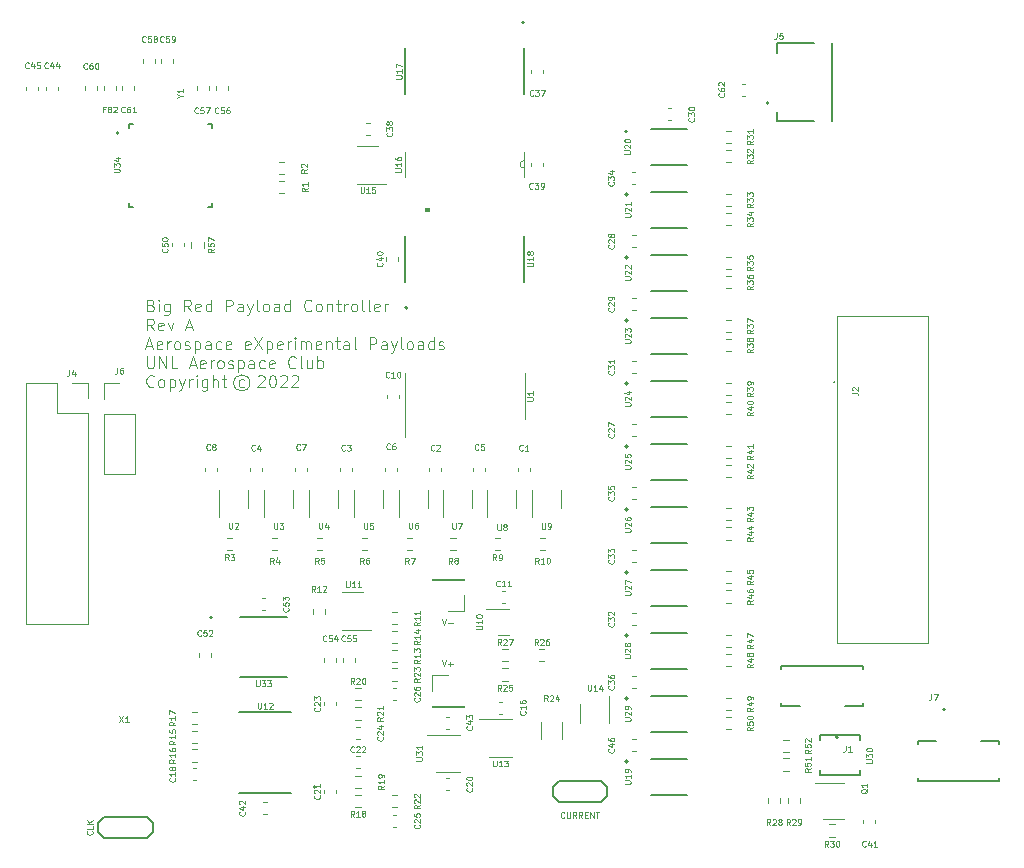
<source format=gbr>
%TF.GenerationSoftware,KiCad,Pcbnew,(5.1.10)-1*%
%TF.CreationDate,2022-12-01T06:34:21-06:00*%
%TF.ProjectId,flight_computer,666c6967-6874-45f6-936f-6d7075746572,A*%
%TF.SameCoordinates,Original*%
%TF.FileFunction,Legend,Top*%
%TF.FilePolarity,Positive*%
%FSLAX46Y46*%
G04 Gerber Fmt 4.6, Leading zero omitted, Abs format (unit mm)*
G04 Created by KiCad (PCBNEW (5.1.10)-1) date 2022-12-01 06:34:21*
%MOMM*%
%LPD*%
G01*
G04 APERTURE LIST*
%ADD10C,0.100000*%
%ADD11C,0.150000*%
%ADD12C,0.120000*%
%ADD13C,0.200000*%
%ADD14C,0.127000*%
%ADD15C,0.152400*%
G04 APERTURE END LIST*
D10*
X134498155Y-95707200D02*
G75*
G03*
X134498155Y-95707200I-690955J0D01*
G01*
X126112428Y-89133771D02*
X126255285Y-89181390D01*
X126302904Y-89229009D01*
X126350523Y-89324247D01*
X126350523Y-89467104D01*
X126302904Y-89562342D01*
X126255285Y-89609961D01*
X126160047Y-89657580D01*
X125779095Y-89657580D01*
X125779095Y-88657580D01*
X126112428Y-88657580D01*
X126207666Y-88705200D01*
X126255285Y-88752819D01*
X126302904Y-88848057D01*
X126302904Y-88943295D01*
X126255285Y-89038533D01*
X126207666Y-89086152D01*
X126112428Y-89133771D01*
X125779095Y-89133771D01*
X126779095Y-89657580D02*
X126779095Y-88990914D01*
X126779095Y-88657580D02*
X126731476Y-88705200D01*
X126779095Y-88752819D01*
X126826714Y-88705200D01*
X126779095Y-88657580D01*
X126779095Y-88752819D01*
X127683857Y-88990914D02*
X127683857Y-89800438D01*
X127636238Y-89895676D01*
X127588619Y-89943295D01*
X127493380Y-89990914D01*
X127350523Y-89990914D01*
X127255285Y-89943295D01*
X127683857Y-89609961D02*
X127588619Y-89657580D01*
X127398142Y-89657580D01*
X127302904Y-89609961D01*
X127255285Y-89562342D01*
X127207666Y-89467104D01*
X127207666Y-89181390D01*
X127255285Y-89086152D01*
X127302904Y-89038533D01*
X127398142Y-88990914D01*
X127588619Y-88990914D01*
X127683857Y-89038533D01*
X129493380Y-89657580D02*
X129160047Y-89181390D01*
X128921952Y-89657580D02*
X128921952Y-88657580D01*
X129302904Y-88657580D01*
X129398142Y-88705200D01*
X129445761Y-88752819D01*
X129493380Y-88848057D01*
X129493380Y-88990914D01*
X129445761Y-89086152D01*
X129398142Y-89133771D01*
X129302904Y-89181390D01*
X128921952Y-89181390D01*
X130302904Y-89609961D02*
X130207666Y-89657580D01*
X130017190Y-89657580D01*
X129921952Y-89609961D01*
X129874333Y-89514723D01*
X129874333Y-89133771D01*
X129921952Y-89038533D01*
X130017190Y-88990914D01*
X130207666Y-88990914D01*
X130302904Y-89038533D01*
X130350523Y-89133771D01*
X130350523Y-89229009D01*
X129874333Y-89324247D01*
X131207666Y-89657580D02*
X131207666Y-88657580D01*
X131207666Y-89609961D02*
X131112428Y-89657580D01*
X130921952Y-89657580D01*
X130826714Y-89609961D01*
X130779095Y-89562342D01*
X130731476Y-89467104D01*
X130731476Y-89181390D01*
X130779095Y-89086152D01*
X130826714Y-89038533D01*
X130921952Y-88990914D01*
X131112428Y-88990914D01*
X131207666Y-89038533D01*
X132445761Y-89657580D02*
X132445761Y-88657580D01*
X132826714Y-88657580D01*
X132921952Y-88705200D01*
X132969571Y-88752819D01*
X133017190Y-88848057D01*
X133017190Y-88990914D01*
X132969571Y-89086152D01*
X132921952Y-89133771D01*
X132826714Y-89181390D01*
X132445761Y-89181390D01*
X133874333Y-89657580D02*
X133874333Y-89133771D01*
X133826714Y-89038533D01*
X133731476Y-88990914D01*
X133541000Y-88990914D01*
X133445761Y-89038533D01*
X133874333Y-89609961D02*
X133779095Y-89657580D01*
X133541000Y-89657580D01*
X133445761Y-89609961D01*
X133398142Y-89514723D01*
X133398142Y-89419485D01*
X133445761Y-89324247D01*
X133541000Y-89276628D01*
X133779095Y-89276628D01*
X133874333Y-89229009D01*
X134255285Y-88990914D02*
X134493380Y-89657580D01*
X134731476Y-88990914D02*
X134493380Y-89657580D01*
X134398142Y-89895676D01*
X134350523Y-89943295D01*
X134255285Y-89990914D01*
X135255285Y-89657580D02*
X135160047Y-89609961D01*
X135112428Y-89514723D01*
X135112428Y-88657580D01*
X135779095Y-89657580D02*
X135683857Y-89609961D01*
X135636238Y-89562342D01*
X135588619Y-89467104D01*
X135588619Y-89181390D01*
X135636238Y-89086152D01*
X135683857Y-89038533D01*
X135779095Y-88990914D01*
X135921952Y-88990914D01*
X136017190Y-89038533D01*
X136064809Y-89086152D01*
X136112428Y-89181390D01*
X136112428Y-89467104D01*
X136064809Y-89562342D01*
X136017190Y-89609961D01*
X135921952Y-89657580D01*
X135779095Y-89657580D01*
X136969571Y-89657580D02*
X136969571Y-89133771D01*
X136921952Y-89038533D01*
X136826714Y-88990914D01*
X136636238Y-88990914D01*
X136541000Y-89038533D01*
X136969571Y-89609961D02*
X136874333Y-89657580D01*
X136636238Y-89657580D01*
X136541000Y-89609961D01*
X136493380Y-89514723D01*
X136493380Y-89419485D01*
X136541000Y-89324247D01*
X136636238Y-89276628D01*
X136874333Y-89276628D01*
X136969571Y-89229009D01*
X137874333Y-89657580D02*
X137874333Y-88657580D01*
X137874333Y-89609961D02*
X137779095Y-89657580D01*
X137588619Y-89657580D01*
X137493380Y-89609961D01*
X137445761Y-89562342D01*
X137398142Y-89467104D01*
X137398142Y-89181390D01*
X137445761Y-89086152D01*
X137493380Y-89038533D01*
X137588619Y-88990914D01*
X137779095Y-88990914D01*
X137874333Y-89038533D01*
X139683857Y-89562342D02*
X139636238Y-89609961D01*
X139493380Y-89657580D01*
X139398142Y-89657580D01*
X139255285Y-89609961D01*
X139160047Y-89514723D01*
X139112428Y-89419485D01*
X139064809Y-89229009D01*
X139064809Y-89086152D01*
X139112428Y-88895676D01*
X139160047Y-88800438D01*
X139255285Y-88705200D01*
X139398142Y-88657580D01*
X139493380Y-88657580D01*
X139636238Y-88705200D01*
X139683857Y-88752819D01*
X140255285Y-89657580D02*
X140160047Y-89609961D01*
X140112428Y-89562342D01*
X140064809Y-89467104D01*
X140064809Y-89181390D01*
X140112428Y-89086152D01*
X140160047Y-89038533D01*
X140255285Y-88990914D01*
X140398142Y-88990914D01*
X140493380Y-89038533D01*
X140541000Y-89086152D01*
X140588619Y-89181390D01*
X140588619Y-89467104D01*
X140541000Y-89562342D01*
X140493380Y-89609961D01*
X140398142Y-89657580D01*
X140255285Y-89657580D01*
X141017190Y-88990914D02*
X141017190Y-89657580D01*
X141017190Y-89086152D02*
X141064809Y-89038533D01*
X141160047Y-88990914D01*
X141302904Y-88990914D01*
X141398142Y-89038533D01*
X141445761Y-89133771D01*
X141445761Y-89657580D01*
X141779095Y-88990914D02*
X142160047Y-88990914D01*
X141921952Y-88657580D02*
X141921952Y-89514723D01*
X141969571Y-89609961D01*
X142064809Y-89657580D01*
X142160047Y-89657580D01*
X142493380Y-89657580D02*
X142493380Y-88990914D01*
X142493380Y-89181390D02*
X142541000Y-89086152D01*
X142588619Y-89038533D01*
X142683857Y-88990914D01*
X142779095Y-88990914D01*
X143255285Y-89657580D02*
X143160047Y-89609961D01*
X143112428Y-89562342D01*
X143064809Y-89467104D01*
X143064809Y-89181390D01*
X143112428Y-89086152D01*
X143160047Y-89038533D01*
X143255285Y-88990914D01*
X143398142Y-88990914D01*
X143493380Y-89038533D01*
X143541000Y-89086152D01*
X143588619Y-89181390D01*
X143588619Y-89467104D01*
X143541000Y-89562342D01*
X143493380Y-89609961D01*
X143398142Y-89657580D01*
X143255285Y-89657580D01*
X144160047Y-89657580D02*
X144064809Y-89609961D01*
X144017190Y-89514723D01*
X144017190Y-88657580D01*
X144683857Y-89657580D02*
X144588619Y-89609961D01*
X144541000Y-89514723D01*
X144541000Y-88657580D01*
X145445761Y-89609961D02*
X145350523Y-89657580D01*
X145160047Y-89657580D01*
X145064809Y-89609961D01*
X145017190Y-89514723D01*
X145017190Y-89133771D01*
X145064809Y-89038533D01*
X145160047Y-88990914D01*
X145350523Y-88990914D01*
X145445761Y-89038533D01*
X145493380Y-89133771D01*
X145493380Y-89229009D01*
X145017190Y-89324247D01*
X145921952Y-89657580D02*
X145921952Y-88990914D01*
X145921952Y-89181390D02*
X145969571Y-89086152D01*
X146017190Y-89038533D01*
X146112428Y-88990914D01*
X146207666Y-88990914D01*
X126350523Y-91257580D02*
X126017190Y-90781390D01*
X125779095Y-91257580D02*
X125779095Y-90257580D01*
X126160047Y-90257580D01*
X126255285Y-90305200D01*
X126302904Y-90352819D01*
X126350523Y-90448057D01*
X126350523Y-90590914D01*
X126302904Y-90686152D01*
X126255285Y-90733771D01*
X126160047Y-90781390D01*
X125779095Y-90781390D01*
X127160047Y-91209961D02*
X127064809Y-91257580D01*
X126874333Y-91257580D01*
X126779095Y-91209961D01*
X126731476Y-91114723D01*
X126731476Y-90733771D01*
X126779095Y-90638533D01*
X126874333Y-90590914D01*
X127064809Y-90590914D01*
X127160047Y-90638533D01*
X127207666Y-90733771D01*
X127207666Y-90829009D01*
X126731476Y-90924247D01*
X127541000Y-90590914D02*
X127779095Y-91257580D01*
X128017190Y-90590914D01*
X129112428Y-90971866D02*
X129588619Y-90971866D01*
X129017190Y-91257580D02*
X129350523Y-90257580D01*
X129683857Y-91257580D01*
X125731476Y-92571866D02*
X126207666Y-92571866D01*
X125636238Y-92857580D02*
X125969571Y-91857580D01*
X126302904Y-92857580D01*
X127017190Y-92809961D02*
X126921952Y-92857580D01*
X126731476Y-92857580D01*
X126636238Y-92809961D01*
X126588619Y-92714723D01*
X126588619Y-92333771D01*
X126636238Y-92238533D01*
X126731476Y-92190914D01*
X126921952Y-92190914D01*
X127017190Y-92238533D01*
X127064809Y-92333771D01*
X127064809Y-92429009D01*
X126588619Y-92524247D01*
X127493380Y-92857580D02*
X127493380Y-92190914D01*
X127493380Y-92381390D02*
X127541000Y-92286152D01*
X127588619Y-92238533D01*
X127683857Y-92190914D01*
X127779095Y-92190914D01*
X128255285Y-92857580D02*
X128160047Y-92809961D01*
X128112428Y-92762342D01*
X128064809Y-92667104D01*
X128064809Y-92381390D01*
X128112428Y-92286152D01*
X128160047Y-92238533D01*
X128255285Y-92190914D01*
X128398142Y-92190914D01*
X128493380Y-92238533D01*
X128541000Y-92286152D01*
X128588619Y-92381390D01*
X128588619Y-92667104D01*
X128541000Y-92762342D01*
X128493380Y-92809961D01*
X128398142Y-92857580D01*
X128255285Y-92857580D01*
X128969571Y-92809961D02*
X129064809Y-92857580D01*
X129255285Y-92857580D01*
X129350523Y-92809961D01*
X129398142Y-92714723D01*
X129398142Y-92667104D01*
X129350523Y-92571866D01*
X129255285Y-92524247D01*
X129112428Y-92524247D01*
X129017190Y-92476628D01*
X128969571Y-92381390D01*
X128969571Y-92333771D01*
X129017190Y-92238533D01*
X129112428Y-92190914D01*
X129255285Y-92190914D01*
X129350523Y-92238533D01*
X129826714Y-92190914D02*
X129826714Y-93190914D01*
X129826714Y-92238533D02*
X129921952Y-92190914D01*
X130112428Y-92190914D01*
X130207666Y-92238533D01*
X130255285Y-92286152D01*
X130302904Y-92381390D01*
X130302904Y-92667104D01*
X130255285Y-92762342D01*
X130207666Y-92809961D01*
X130112428Y-92857580D01*
X129921952Y-92857580D01*
X129826714Y-92809961D01*
X131160047Y-92857580D02*
X131160047Y-92333771D01*
X131112428Y-92238533D01*
X131017190Y-92190914D01*
X130826714Y-92190914D01*
X130731476Y-92238533D01*
X131160047Y-92809961D02*
X131064809Y-92857580D01*
X130826714Y-92857580D01*
X130731476Y-92809961D01*
X130683857Y-92714723D01*
X130683857Y-92619485D01*
X130731476Y-92524247D01*
X130826714Y-92476628D01*
X131064809Y-92476628D01*
X131160047Y-92429009D01*
X132064809Y-92809961D02*
X131969571Y-92857580D01*
X131779095Y-92857580D01*
X131683857Y-92809961D01*
X131636238Y-92762342D01*
X131588619Y-92667104D01*
X131588619Y-92381390D01*
X131636238Y-92286152D01*
X131683857Y-92238533D01*
X131779095Y-92190914D01*
X131969571Y-92190914D01*
X132064809Y-92238533D01*
X132874333Y-92809961D02*
X132779095Y-92857580D01*
X132588619Y-92857580D01*
X132493380Y-92809961D01*
X132445761Y-92714723D01*
X132445761Y-92333771D01*
X132493380Y-92238533D01*
X132588619Y-92190914D01*
X132779095Y-92190914D01*
X132874333Y-92238533D01*
X132921952Y-92333771D01*
X132921952Y-92429009D01*
X132445761Y-92524247D01*
X134493380Y-92809961D02*
X134398142Y-92857580D01*
X134207666Y-92857580D01*
X134112428Y-92809961D01*
X134064809Y-92714723D01*
X134064809Y-92333771D01*
X134112428Y-92238533D01*
X134207666Y-92190914D01*
X134398142Y-92190914D01*
X134493380Y-92238533D01*
X134541000Y-92333771D01*
X134541000Y-92429009D01*
X134064809Y-92524247D01*
X134874333Y-91857580D02*
X135541000Y-92857580D01*
X135541000Y-91857580D02*
X134874333Y-92857580D01*
X135921952Y-92190914D02*
X135921952Y-93190914D01*
X135921952Y-92238533D02*
X136017190Y-92190914D01*
X136207666Y-92190914D01*
X136302904Y-92238533D01*
X136350523Y-92286152D01*
X136398142Y-92381390D01*
X136398142Y-92667104D01*
X136350523Y-92762342D01*
X136302904Y-92809961D01*
X136207666Y-92857580D01*
X136017190Y-92857580D01*
X135921952Y-92809961D01*
X137207666Y-92809961D02*
X137112428Y-92857580D01*
X136921952Y-92857580D01*
X136826714Y-92809961D01*
X136779095Y-92714723D01*
X136779095Y-92333771D01*
X136826714Y-92238533D01*
X136921952Y-92190914D01*
X137112428Y-92190914D01*
X137207666Y-92238533D01*
X137255285Y-92333771D01*
X137255285Y-92429009D01*
X136779095Y-92524247D01*
X137683857Y-92857580D02*
X137683857Y-92190914D01*
X137683857Y-92381390D02*
X137731476Y-92286152D01*
X137779095Y-92238533D01*
X137874333Y-92190914D01*
X137969571Y-92190914D01*
X138302904Y-92857580D02*
X138302904Y-92190914D01*
X138302904Y-91857580D02*
X138255285Y-91905200D01*
X138302904Y-91952819D01*
X138350523Y-91905200D01*
X138302904Y-91857580D01*
X138302904Y-91952819D01*
X138779095Y-92857580D02*
X138779095Y-92190914D01*
X138779095Y-92286152D02*
X138826714Y-92238533D01*
X138921952Y-92190914D01*
X139064809Y-92190914D01*
X139160047Y-92238533D01*
X139207666Y-92333771D01*
X139207666Y-92857580D01*
X139207666Y-92333771D02*
X139255285Y-92238533D01*
X139350523Y-92190914D01*
X139493380Y-92190914D01*
X139588619Y-92238533D01*
X139636238Y-92333771D01*
X139636238Y-92857580D01*
X140493380Y-92809961D02*
X140398142Y-92857580D01*
X140207666Y-92857580D01*
X140112428Y-92809961D01*
X140064809Y-92714723D01*
X140064809Y-92333771D01*
X140112428Y-92238533D01*
X140207666Y-92190914D01*
X140398142Y-92190914D01*
X140493380Y-92238533D01*
X140541000Y-92333771D01*
X140541000Y-92429009D01*
X140064809Y-92524247D01*
X140969571Y-92190914D02*
X140969571Y-92857580D01*
X140969571Y-92286152D02*
X141017190Y-92238533D01*
X141112428Y-92190914D01*
X141255285Y-92190914D01*
X141350523Y-92238533D01*
X141398142Y-92333771D01*
X141398142Y-92857580D01*
X141731476Y-92190914D02*
X142112428Y-92190914D01*
X141874333Y-91857580D02*
X141874333Y-92714723D01*
X141921952Y-92809961D01*
X142017190Y-92857580D01*
X142112428Y-92857580D01*
X142874333Y-92857580D02*
X142874333Y-92333771D01*
X142826714Y-92238533D01*
X142731476Y-92190914D01*
X142541000Y-92190914D01*
X142445761Y-92238533D01*
X142874333Y-92809961D02*
X142779095Y-92857580D01*
X142541000Y-92857580D01*
X142445761Y-92809961D01*
X142398142Y-92714723D01*
X142398142Y-92619485D01*
X142445761Y-92524247D01*
X142541000Y-92476628D01*
X142779095Y-92476628D01*
X142874333Y-92429009D01*
X143493380Y-92857580D02*
X143398142Y-92809961D01*
X143350523Y-92714723D01*
X143350523Y-91857580D01*
X144636238Y-92857580D02*
X144636238Y-91857580D01*
X145017190Y-91857580D01*
X145112428Y-91905200D01*
X145160047Y-91952819D01*
X145207666Y-92048057D01*
X145207666Y-92190914D01*
X145160047Y-92286152D01*
X145112428Y-92333771D01*
X145017190Y-92381390D01*
X144636238Y-92381390D01*
X146064809Y-92857580D02*
X146064809Y-92333771D01*
X146017190Y-92238533D01*
X145921952Y-92190914D01*
X145731476Y-92190914D01*
X145636238Y-92238533D01*
X146064809Y-92809961D02*
X145969571Y-92857580D01*
X145731476Y-92857580D01*
X145636238Y-92809961D01*
X145588619Y-92714723D01*
X145588619Y-92619485D01*
X145636238Y-92524247D01*
X145731476Y-92476628D01*
X145969571Y-92476628D01*
X146064809Y-92429009D01*
X146445761Y-92190914D02*
X146683857Y-92857580D01*
X146921952Y-92190914D02*
X146683857Y-92857580D01*
X146588619Y-93095676D01*
X146541000Y-93143295D01*
X146445761Y-93190914D01*
X147445761Y-92857580D02*
X147350523Y-92809961D01*
X147302904Y-92714723D01*
X147302904Y-91857580D01*
X147969571Y-92857580D02*
X147874333Y-92809961D01*
X147826714Y-92762342D01*
X147779095Y-92667104D01*
X147779095Y-92381390D01*
X147826714Y-92286152D01*
X147874333Y-92238533D01*
X147969571Y-92190914D01*
X148112428Y-92190914D01*
X148207666Y-92238533D01*
X148255285Y-92286152D01*
X148302904Y-92381390D01*
X148302904Y-92667104D01*
X148255285Y-92762342D01*
X148207666Y-92809961D01*
X148112428Y-92857580D01*
X147969571Y-92857580D01*
X149160047Y-92857580D02*
X149160047Y-92333771D01*
X149112428Y-92238533D01*
X149017190Y-92190914D01*
X148826714Y-92190914D01*
X148731476Y-92238533D01*
X149160047Y-92809961D02*
X149064809Y-92857580D01*
X148826714Y-92857580D01*
X148731476Y-92809961D01*
X148683857Y-92714723D01*
X148683857Y-92619485D01*
X148731476Y-92524247D01*
X148826714Y-92476628D01*
X149064809Y-92476628D01*
X149160047Y-92429009D01*
X150064809Y-92857580D02*
X150064809Y-91857580D01*
X150064809Y-92809961D02*
X149969571Y-92857580D01*
X149779095Y-92857580D01*
X149683857Y-92809961D01*
X149636238Y-92762342D01*
X149588619Y-92667104D01*
X149588619Y-92381390D01*
X149636238Y-92286152D01*
X149683857Y-92238533D01*
X149779095Y-92190914D01*
X149969571Y-92190914D01*
X150064809Y-92238533D01*
X150493380Y-92809961D02*
X150588619Y-92857580D01*
X150779095Y-92857580D01*
X150874333Y-92809961D01*
X150921952Y-92714723D01*
X150921952Y-92667104D01*
X150874333Y-92571866D01*
X150779095Y-92524247D01*
X150636238Y-92524247D01*
X150541000Y-92476628D01*
X150493380Y-92381390D01*
X150493380Y-92333771D01*
X150541000Y-92238533D01*
X150636238Y-92190914D01*
X150779095Y-92190914D01*
X150874333Y-92238533D01*
X125779095Y-93457580D02*
X125779095Y-94267104D01*
X125826714Y-94362342D01*
X125874333Y-94409961D01*
X125969571Y-94457580D01*
X126160047Y-94457580D01*
X126255285Y-94409961D01*
X126302904Y-94362342D01*
X126350523Y-94267104D01*
X126350523Y-93457580D01*
X126826714Y-94457580D02*
X126826714Y-93457580D01*
X127398142Y-94457580D01*
X127398142Y-93457580D01*
X128350523Y-94457580D02*
X127874333Y-94457580D01*
X127874333Y-93457580D01*
X129398142Y-94171866D02*
X129874333Y-94171866D01*
X129302904Y-94457580D02*
X129636238Y-93457580D01*
X129969571Y-94457580D01*
X130683857Y-94409961D02*
X130588619Y-94457580D01*
X130398142Y-94457580D01*
X130302904Y-94409961D01*
X130255285Y-94314723D01*
X130255285Y-93933771D01*
X130302904Y-93838533D01*
X130398142Y-93790914D01*
X130588619Y-93790914D01*
X130683857Y-93838533D01*
X130731476Y-93933771D01*
X130731476Y-94029009D01*
X130255285Y-94124247D01*
X131160047Y-94457580D02*
X131160047Y-93790914D01*
X131160047Y-93981390D02*
X131207666Y-93886152D01*
X131255285Y-93838533D01*
X131350523Y-93790914D01*
X131445761Y-93790914D01*
X131921952Y-94457580D02*
X131826714Y-94409961D01*
X131779095Y-94362342D01*
X131731476Y-94267104D01*
X131731476Y-93981390D01*
X131779095Y-93886152D01*
X131826714Y-93838533D01*
X131921952Y-93790914D01*
X132064809Y-93790914D01*
X132160047Y-93838533D01*
X132207666Y-93886152D01*
X132255285Y-93981390D01*
X132255285Y-94267104D01*
X132207666Y-94362342D01*
X132160047Y-94409961D01*
X132064809Y-94457580D01*
X131921952Y-94457580D01*
X132636238Y-94409961D02*
X132731476Y-94457580D01*
X132921952Y-94457580D01*
X133017190Y-94409961D01*
X133064809Y-94314723D01*
X133064809Y-94267104D01*
X133017190Y-94171866D01*
X132921952Y-94124247D01*
X132779095Y-94124247D01*
X132683857Y-94076628D01*
X132636238Y-93981390D01*
X132636238Y-93933771D01*
X132683857Y-93838533D01*
X132779095Y-93790914D01*
X132921952Y-93790914D01*
X133017190Y-93838533D01*
X133493380Y-93790914D02*
X133493380Y-94790914D01*
X133493380Y-93838533D02*
X133588619Y-93790914D01*
X133779095Y-93790914D01*
X133874333Y-93838533D01*
X133921952Y-93886152D01*
X133969571Y-93981390D01*
X133969571Y-94267104D01*
X133921952Y-94362342D01*
X133874333Y-94409961D01*
X133779095Y-94457580D01*
X133588619Y-94457580D01*
X133493380Y-94409961D01*
X134826714Y-94457580D02*
X134826714Y-93933771D01*
X134779095Y-93838533D01*
X134683857Y-93790914D01*
X134493380Y-93790914D01*
X134398142Y-93838533D01*
X134826714Y-94409961D02*
X134731476Y-94457580D01*
X134493380Y-94457580D01*
X134398142Y-94409961D01*
X134350523Y-94314723D01*
X134350523Y-94219485D01*
X134398142Y-94124247D01*
X134493380Y-94076628D01*
X134731476Y-94076628D01*
X134826714Y-94029009D01*
X135731476Y-94409961D02*
X135636238Y-94457580D01*
X135445761Y-94457580D01*
X135350523Y-94409961D01*
X135302904Y-94362342D01*
X135255285Y-94267104D01*
X135255285Y-93981390D01*
X135302904Y-93886152D01*
X135350523Y-93838533D01*
X135445761Y-93790914D01*
X135636238Y-93790914D01*
X135731476Y-93838533D01*
X136541000Y-94409961D02*
X136445761Y-94457580D01*
X136255285Y-94457580D01*
X136160047Y-94409961D01*
X136112428Y-94314723D01*
X136112428Y-93933771D01*
X136160047Y-93838533D01*
X136255285Y-93790914D01*
X136445761Y-93790914D01*
X136541000Y-93838533D01*
X136588619Y-93933771D01*
X136588619Y-94029009D01*
X136112428Y-94124247D01*
X138350523Y-94362342D02*
X138302904Y-94409961D01*
X138160047Y-94457580D01*
X138064809Y-94457580D01*
X137921952Y-94409961D01*
X137826714Y-94314723D01*
X137779095Y-94219485D01*
X137731476Y-94029009D01*
X137731476Y-93886152D01*
X137779095Y-93695676D01*
X137826714Y-93600438D01*
X137921952Y-93505200D01*
X138064809Y-93457580D01*
X138160047Y-93457580D01*
X138302904Y-93505200D01*
X138350523Y-93552819D01*
X138921952Y-94457580D02*
X138826714Y-94409961D01*
X138779095Y-94314723D01*
X138779095Y-93457580D01*
X139731476Y-93790914D02*
X139731476Y-94457580D01*
X139302904Y-93790914D02*
X139302904Y-94314723D01*
X139350523Y-94409961D01*
X139445761Y-94457580D01*
X139588619Y-94457580D01*
X139683857Y-94409961D01*
X139731476Y-94362342D01*
X140207666Y-94457580D02*
X140207666Y-93457580D01*
X140207666Y-93838533D02*
X140302904Y-93790914D01*
X140493380Y-93790914D01*
X140588619Y-93838533D01*
X140636238Y-93886152D01*
X140683857Y-93981390D01*
X140683857Y-94267104D01*
X140636238Y-94362342D01*
X140588619Y-94409961D01*
X140493380Y-94457580D01*
X140302904Y-94457580D01*
X140207666Y-94409961D01*
X126350523Y-95962342D02*
X126302904Y-96009961D01*
X126160047Y-96057580D01*
X126064809Y-96057580D01*
X125921952Y-96009961D01*
X125826714Y-95914723D01*
X125779095Y-95819485D01*
X125731476Y-95629009D01*
X125731476Y-95486152D01*
X125779095Y-95295676D01*
X125826714Y-95200438D01*
X125921952Y-95105200D01*
X126064809Y-95057580D01*
X126160047Y-95057580D01*
X126302904Y-95105200D01*
X126350523Y-95152819D01*
X126921952Y-96057580D02*
X126826714Y-96009961D01*
X126779095Y-95962342D01*
X126731476Y-95867104D01*
X126731476Y-95581390D01*
X126779095Y-95486152D01*
X126826714Y-95438533D01*
X126921952Y-95390914D01*
X127064809Y-95390914D01*
X127160047Y-95438533D01*
X127207666Y-95486152D01*
X127255285Y-95581390D01*
X127255285Y-95867104D01*
X127207666Y-95962342D01*
X127160047Y-96009961D01*
X127064809Y-96057580D01*
X126921952Y-96057580D01*
X127683857Y-95390914D02*
X127683857Y-96390914D01*
X127683857Y-95438533D02*
X127779095Y-95390914D01*
X127969571Y-95390914D01*
X128064809Y-95438533D01*
X128112428Y-95486152D01*
X128160047Y-95581390D01*
X128160047Y-95867104D01*
X128112428Y-95962342D01*
X128064809Y-96009961D01*
X127969571Y-96057580D01*
X127779095Y-96057580D01*
X127683857Y-96009961D01*
X128493380Y-95390914D02*
X128731476Y-96057580D01*
X128969571Y-95390914D02*
X128731476Y-96057580D01*
X128636238Y-96295676D01*
X128588619Y-96343295D01*
X128493380Y-96390914D01*
X129350523Y-96057580D02*
X129350523Y-95390914D01*
X129350523Y-95581390D02*
X129398142Y-95486152D01*
X129445761Y-95438533D01*
X129541000Y-95390914D01*
X129636238Y-95390914D01*
X129969571Y-96057580D02*
X129969571Y-95390914D01*
X129969571Y-95057580D02*
X129921952Y-95105200D01*
X129969571Y-95152819D01*
X130017190Y-95105200D01*
X129969571Y-95057580D01*
X129969571Y-95152819D01*
X130874333Y-95390914D02*
X130874333Y-96200438D01*
X130826714Y-96295676D01*
X130779095Y-96343295D01*
X130683857Y-96390914D01*
X130541000Y-96390914D01*
X130445761Y-96343295D01*
X130874333Y-96009961D02*
X130779095Y-96057580D01*
X130588619Y-96057580D01*
X130493380Y-96009961D01*
X130445761Y-95962342D01*
X130398142Y-95867104D01*
X130398142Y-95581390D01*
X130445761Y-95486152D01*
X130493380Y-95438533D01*
X130588619Y-95390914D01*
X130779095Y-95390914D01*
X130874333Y-95438533D01*
X131350523Y-96057580D02*
X131350523Y-95057580D01*
X131779095Y-96057580D02*
X131779095Y-95533771D01*
X131731476Y-95438533D01*
X131636238Y-95390914D01*
X131493380Y-95390914D01*
X131398142Y-95438533D01*
X131350523Y-95486152D01*
X132112428Y-95390914D02*
X132493380Y-95390914D01*
X132255285Y-95057580D02*
X132255285Y-95914723D01*
X132302904Y-96009961D01*
X132398142Y-96057580D01*
X132493380Y-96057580D01*
X134017190Y-96009961D02*
X133921952Y-96057580D01*
X133731476Y-96057580D01*
X133636238Y-96009961D01*
X133588619Y-95962342D01*
X133541000Y-95867104D01*
X133541000Y-95581390D01*
X133588619Y-95486152D01*
X133636238Y-95438533D01*
X133731476Y-95390914D01*
X133921952Y-95390914D01*
X134017190Y-95438533D01*
X135160047Y-95152819D02*
X135207666Y-95105200D01*
X135302904Y-95057580D01*
X135541000Y-95057580D01*
X135636238Y-95105200D01*
X135683857Y-95152819D01*
X135731476Y-95248057D01*
X135731476Y-95343295D01*
X135683857Y-95486152D01*
X135112428Y-96057580D01*
X135731476Y-96057580D01*
X136350523Y-95057580D02*
X136445761Y-95057580D01*
X136541000Y-95105200D01*
X136588619Y-95152819D01*
X136636238Y-95248057D01*
X136683857Y-95438533D01*
X136683857Y-95676628D01*
X136636238Y-95867104D01*
X136588619Y-95962342D01*
X136541000Y-96009961D01*
X136445761Y-96057580D01*
X136350523Y-96057580D01*
X136255285Y-96009961D01*
X136207666Y-95962342D01*
X136160047Y-95867104D01*
X136112428Y-95676628D01*
X136112428Y-95438533D01*
X136160047Y-95248057D01*
X136207666Y-95152819D01*
X136255285Y-95105200D01*
X136350523Y-95057580D01*
X137064809Y-95152819D02*
X137112428Y-95105200D01*
X137207666Y-95057580D01*
X137445761Y-95057580D01*
X137541000Y-95105200D01*
X137588619Y-95152819D01*
X137636238Y-95248057D01*
X137636238Y-95343295D01*
X137588619Y-95486152D01*
X137017190Y-96057580D01*
X137636238Y-96057580D01*
X138017190Y-95152819D02*
X138064809Y-95105200D01*
X138160047Y-95057580D01*
X138398142Y-95057580D01*
X138493380Y-95105200D01*
X138541000Y-95152819D01*
X138588619Y-95248057D01*
X138588619Y-95343295D01*
X138541000Y-95486152D01*
X137969571Y-96057580D01*
X138588619Y-96057580D01*
D11*
%TO.C,CLK*%
X122152000Y-132450000D02*
X125752000Y-132450000D01*
X125752000Y-132450000D02*
X126252000Y-132950000D01*
X126252000Y-132950000D02*
X126252000Y-133750000D01*
X126252000Y-133750000D02*
X125752000Y-134250000D01*
X125752000Y-134250000D02*
X122152000Y-134250000D01*
X122152000Y-134250000D02*
X121652000Y-133750000D01*
X121652000Y-133750000D02*
X121652000Y-132950000D01*
X121652000Y-132950000D02*
X122152000Y-132450000D01*
%TO.C,CURRENT*%
X164233000Y-131202000D02*
X160633000Y-131202000D01*
X160633000Y-131202000D02*
X160133000Y-130702000D01*
X160133000Y-130702000D02*
X160133000Y-129902000D01*
X160133000Y-129902000D02*
X160633000Y-129402000D01*
X160633000Y-129402000D02*
X164233000Y-129402000D01*
X164233000Y-129402000D02*
X164733000Y-129902000D01*
X164733000Y-129902000D02*
X164733000Y-130702000D01*
X164733000Y-130702000D02*
X164233000Y-131202000D01*
D12*
%TO.C,V-*%
X152587000Y-114995000D02*
X151257000Y-114995000D01*
X152587000Y-113665000D02*
X152587000Y-114995000D01*
X152587000Y-112395000D02*
X149927000Y-112395000D01*
X149927000Y-112395000D02*
X149927000Y-112335000D01*
X152587000Y-112395000D02*
X152587000Y-112335000D01*
X152587000Y-112335000D02*
X149927000Y-112335000D01*
%TO.C,V+*%
X149927000Y-120463000D02*
X151257000Y-120463000D01*
X149927000Y-121793000D02*
X149927000Y-120463000D01*
X149927000Y-123063000D02*
X152587000Y-123063000D01*
X152587000Y-123063000D02*
X152587000Y-123123000D01*
X149927000Y-123063000D02*
X149927000Y-123123000D01*
X149927000Y-123123000D02*
X152587000Y-123123000D01*
D13*
%TO.C,J7*%
X193350500Y-123348500D02*
G75*
G03*
X193350500Y-123348500I-100000J0D01*
G01*
D14*
X197950500Y-125998500D02*
X196420500Y-125998500D01*
X192580500Y-125998500D02*
X191050500Y-125998500D01*
X197950500Y-129398500D02*
X197950500Y-129118500D01*
X197950500Y-126278500D02*
X197950500Y-125998500D01*
X191050500Y-129398500D02*
X197950500Y-129398500D01*
X191050500Y-129398500D02*
X191050500Y-129118500D01*
X191050500Y-125998500D02*
X191050500Y-126278500D01*
D13*
%TO.C,J1*%
X184293500Y-125698500D02*
G75*
G03*
X184293500Y-125698500I-100000J0D01*
G01*
D14*
X179493500Y-123048500D02*
X181023500Y-123048500D01*
X184863500Y-123048500D02*
X186393500Y-123048500D01*
X179493500Y-119648500D02*
X179493500Y-119928500D01*
X179493500Y-122768500D02*
X179493500Y-123048500D01*
X186393500Y-119648500D02*
X179493500Y-119648500D01*
X186393500Y-119648500D02*
X186393500Y-119928500D01*
X186393500Y-123048500D02*
X186393500Y-122768500D01*
D12*
%TO.C,U14*%
X162471100Y-122897900D02*
X162471100Y-124498100D01*
X164934900Y-124498100D02*
X164934900Y-122174000D01*
%TO.C,Q1*%
X184776000Y-129554000D02*
X182346000Y-129554000D01*
X183016000Y-132624000D02*
X184776000Y-132624000D01*
%TO.C,U10*%
X154456000Y-114831000D02*
X156456000Y-114831000D01*
X156456000Y-117071000D02*
X155456000Y-117071000D01*
%TO.C,R30*%
X184006258Y-133081500D02*
X183531742Y-133081500D01*
X184006258Y-134126500D02*
X183531742Y-134126500D01*
%TO.C,J6*%
X122114000Y-95698000D02*
X123444000Y-95698000D01*
X122114000Y-97028000D02*
X122114000Y-95698000D01*
X122114000Y-98298000D02*
X124774000Y-98298000D01*
X124774000Y-98298000D02*
X124774000Y-103438000D01*
X122114000Y-98298000D02*
X122114000Y-103438000D01*
X122114000Y-103438000D02*
X124774000Y-103438000D01*
D13*
%TO.C,J2*%
X183987500Y-95636000D02*
G75*
G03*
X183987500Y-95636000I-50000J0D01*
G01*
D10*
X191937500Y-117736000D02*
X184237500Y-117736000D01*
X191937500Y-90036000D02*
X191937500Y-117736000D01*
X184237500Y-90036000D02*
X191937500Y-90036000D01*
X184237500Y-117736000D02*
X184237500Y-90036000D01*
D12*
%TO.C,R24*%
X159110000Y-124406036D02*
X159110000Y-125860164D01*
X160930000Y-124406036D02*
X160930000Y-125860164D01*
%TO.C,C46*%
X166864420Y-125855000D02*
X167145580Y-125855000D01*
X166864420Y-126875000D02*
X167145580Y-126875000D01*
D13*
%TO.C,J5*%
X178410500Y-71981000D02*
G75*
G03*
X178410500Y-71981000I-100000J0D01*
G01*
D14*
X179155500Y-66931000D02*
X182260500Y-66931000D01*
X179155500Y-73531000D02*
X182260500Y-73531000D01*
X179155500Y-67731000D02*
X179155500Y-66931000D01*
X179155500Y-72731000D02*
X179155500Y-73531000D01*
X183755500Y-73531000D02*
X183755500Y-66931000D01*
D12*
%TO.C,J4*%
X119430800Y-95685300D02*
X120760800Y-95685300D01*
X120760800Y-95685300D02*
X120760800Y-97015300D01*
X118160800Y-95685300D02*
X118160800Y-98285300D01*
X118160800Y-98285300D02*
X120760800Y-98285300D01*
X120760800Y-98285300D02*
X120760800Y-116125300D01*
X115560800Y-116125300D02*
X120760800Y-116125300D01*
X115560800Y-95685300D02*
X115560800Y-116125300D01*
X115560800Y-95685300D02*
X118160800Y-95685300D01*
%TO.C,U31*%
X152260300Y-125488700D02*
X149479000Y-125488700D01*
X150253700Y-128638300D02*
X152260300Y-128638300D01*
%TO.C,U13*%
X156654500Y-124191500D02*
X153924000Y-124191500D01*
X154749500Y-127395500D02*
X156654500Y-127395500D01*
%TO.C,U9*%
X158363600Y-104736900D02*
X158363600Y-107061000D01*
X160827400Y-106337100D02*
X160827400Y-104736900D01*
%TO.C,U8*%
X154553600Y-104736900D02*
X154553600Y-107061000D01*
X157017400Y-106337100D02*
X157017400Y-104736900D01*
%TO.C,U7*%
X150821600Y-104736900D02*
X150821600Y-107061000D01*
X153285400Y-106337100D02*
X153285400Y-104736900D01*
%TO.C,U6*%
X147075100Y-104736900D02*
X147075100Y-107061000D01*
X149538900Y-106337100D02*
X149538900Y-104736900D01*
%TO.C,U5*%
X143279600Y-104736900D02*
X143279600Y-107061000D01*
X145743400Y-106337100D02*
X145743400Y-104736900D01*
%TO.C,U4*%
X139469600Y-104736900D02*
X139469600Y-107061000D01*
X141933400Y-106337100D02*
X141933400Y-104736900D01*
%TO.C,U3*%
X135674100Y-104736900D02*
X135674100Y-107061000D01*
X138137900Y-106337100D02*
X138137900Y-104736900D01*
%TO.C,U2*%
X131864100Y-104736900D02*
X131864100Y-107061000D01*
X134327900Y-106337100D02*
X134327900Y-104736900D01*
D14*
%TO.C,U34*%
X124262000Y-73779500D02*
X124262000Y-74079500D01*
X124262000Y-80779500D02*
X124262000Y-80479500D01*
X131262000Y-73779500D02*
X131262000Y-74079500D01*
X131262000Y-80779500D02*
X131262000Y-80479500D01*
X124262000Y-73779500D02*
X124562000Y-73779500D01*
X124262000Y-80779500D02*
X124562000Y-80779500D01*
X131262000Y-73779500D02*
X130962000Y-73779500D01*
X131262000Y-80779500D02*
X130962000Y-80779500D01*
D13*
X123387000Y-74529500D02*
G75*
G03*
X123387000Y-74529500I-100000J0D01*
G01*
D14*
%TO.C,U33*%
X133636000Y-120566500D02*
X137636000Y-120566500D01*
X133636000Y-115526500D02*
X137636000Y-115526500D01*
D13*
X131291000Y-115551500D02*
G75*
G03*
X131291000Y-115551500I-100000J0D01*
G01*
D15*
%TO.C,U30*%
X182754799Y-125518700D02*
X182754799Y-125950500D01*
X186107599Y-125518700D02*
X182754799Y-125518700D01*
X186107599Y-128871500D02*
X186107599Y-128439700D01*
X182754799Y-128871500D02*
X186107599Y-128871500D01*
X182754799Y-128439700D02*
X182754799Y-128871500D01*
X186107599Y-125950500D02*
X186107599Y-125518700D01*
D13*
%TO.C,U29*%
X166469500Y-122418000D02*
G75*
G03*
X166469500Y-122418000I-100000J0D01*
G01*
D14*
X168464500Y-122173000D02*
X171514500Y-122173000D01*
X168464500Y-125223000D02*
X171514500Y-125223000D01*
D13*
%TO.C,U28*%
X166469500Y-117084000D02*
G75*
G03*
X166469500Y-117084000I-100000J0D01*
G01*
D14*
X168464500Y-116839000D02*
X171514500Y-116839000D01*
X168464500Y-119889000D02*
X171514500Y-119889000D01*
D13*
%TO.C,U27*%
X166469500Y-111750000D02*
G75*
G03*
X166469500Y-111750000I-100000J0D01*
G01*
D14*
X168464500Y-111505000D02*
X171514500Y-111505000D01*
X168464500Y-114555000D02*
X171514500Y-114555000D01*
D13*
%TO.C,U26*%
X166469500Y-106416000D02*
G75*
G03*
X166469500Y-106416000I-100000J0D01*
G01*
D14*
X168464500Y-106171000D02*
X171514500Y-106171000D01*
X168464500Y-109221000D02*
X171514500Y-109221000D01*
D13*
%TO.C,U25*%
X166469500Y-101082000D02*
G75*
G03*
X166469500Y-101082000I-100000J0D01*
G01*
D14*
X168464500Y-100837000D02*
X171514500Y-100837000D01*
X168464500Y-103887000D02*
X171514500Y-103887000D01*
D13*
%TO.C,U24*%
X166469500Y-95748000D02*
G75*
G03*
X166469500Y-95748000I-100000J0D01*
G01*
D14*
X168464500Y-95503000D02*
X171514500Y-95503000D01*
X168464500Y-98553000D02*
X171514500Y-98553000D01*
D13*
%TO.C,U23*%
X166469500Y-90414000D02*
G75*
G03*
X166469500Y-90414000I-100000J0D01*
G01*
D14*
X168464500Y-90169000D02*
X171514500Y-90169000D01*
X168464500Y-93219000D02*
X171514500Y-93219000D01*
D13*
%TO.C,U22*%
X166469500Y-85080000D02*
G75*
G03*
X166469500Y-85080000I-100000J0D01*
G01*
D14*
X168464500Y-84835000D02*
X171514500Y-84835000D01*
X168464500Y-87885000D02*
X171514500Y-87885000D01*
D13*
%TO.C,U21*%
X166469500Y-79746000D02*
G75*
G03*
X166469500Y-79746000I-100000J0D01*
G01*
D14*
X168464500Y-79501000D02*
X171514500Y-79501000D01*
X168464500Y-82551000D02*
X171514500Y-82551000D01*
D13*
%TO.C,U20*%
X166453000Y-74412000D02*
G75*
G03*
X166453000Y-74412000I-100000J0D01*
G01*
D14*
X168448000Y-74167000D02*
X171498000Y-74167000D01*
X168448000Y-77217000D02*
X171498000Y-77217000D01*
D13*
%TO.C,U19*%
X166469500Y-127752000D02*
G75*
G03*
X166469500Y-127752000I-100000J0D01*
G01*
D14*
X168464500Y-127507000D02*
X171514500Y-127507000D01*
X168464500Y-130557000D02*
X171514500Y-130557000D01*
D13*
%TO.C,U18*%
X147821700Y-89349300D02*
G75*
G03*
X147821700Y-89349300I-100000J0D01*
G01*
D14*
X147601700Y-87154300D02*
X147601700Y-83254300D01*
X157731700Y-87154300D02*
X157731700Y-83254300D01*
D13*
%TO.C,U17*%
X157711700Y-65184300D02*
G75*
G03*
X157711700Y-65184300I-100000J0D01*
G01*
D14*
X157731700Y-67379300D02*
X157731700Y-71279300D01*
X147601700Y-67379300D02*
X147601700Y-71279300D01*
D12*
%TO.C,U16*%
X147662900Y-76113997D02*
X147662900Y-78292603D01*
X157670500Y-78292603D02*
X157670500Y-76113997D01*
D10*
G36*
X149682200Y-81165700D02*
G01*
X149301200Y-81165700D01*
X149301200Y-80911700D01*
X149682200Y-80911700D01*
X149682200Y-81165700D01*
G37*
X149682200Y-81165700D02*
X149301200Y-81165700D01*
X149301200Y-80911700D01*
X149682200Y-80911700D01*
X149682200Y-81165700D01*
D12*
X157670500Y-77508100D02*
G75*
G02*
X157670500Y-76898500I0J304800D01*
G01*
%TO.C,U15*%
X145375200Y-75631400D02*
X143575200Y-75631400D01*
X143575200Y-78851400D02*
X146025200Y-78851400D01*
D14*
%TO.C,U12*%
X137963000Y-123550000D02*
X133563000Y-123550000D01*
X137963000Y-130450000D02*
X133563000Y-130450000D01*
D13*
X140053000Y-129925000D02*
G75*
G03*
X140053000Y-129925000I-100000J0D01*
G01*
D12*
%TO.C,U11*%
X142292500Y-116608500D02*
X144742500Y-116608500D01*
X144092500Y-113388500D02*
X142292500Y-113388500D01*
%TO.C,U1*%
X147619400Y-96837500D02*
X147619400Y-100287500D01*
X147619400Y-96837500D02*
X147619400Y-94887500D01*
X157739400Y-96837500D02*
X157739400Y-98787500D01*
X157739400Y-96837500D02*
X157739400Y-94887500D01*
%TO.C,R57*%
X129525500Y-83773242D02*
X129525500Y-84247758D01*
X130570500Y-83773242D02*
X130570500Y-84247758D01*
%TO.C,R52*%
X179658242Y-126951000D02*
X180132758Y-126951000D01*
X179658242Y-125906000D02*
X180132758Y-125906000D01*
%TO.C,R51*%
X179658242Y-128538500D02*
X180132758Y-128538500D01*
X179658242Y-127493500D02*
X180132758Y-127493500D01*
%TO.C,R50*%
X175243258Y-125046000D02*
X174768742Y-125046000D01*
X175243258Y-124001000D02*
X174768742Y-124001000D01*
%TO.C,R49*%
X175243258Y-123395000D02*
X174768742Y-123395000D01*
X175243258Y-122350000D02*
X174768742Y-122350000D01*
%TO.C,R48*%
X175243258Y-119712000D02*
X174768742Y-119712000D01*
X175243258Y-118667000D02*
X174768742Y-118667000D01*
%TO.C,R47*%
X175243258Y-118061000D02*
X174768742Y-118061000D01*
X175243258Y-117016000D02*
X174768742Y-117016000D01*
%TO.C,R46*%
X175243258Y-114314500D02*
X174768742Y-114314500D01*
X175243258Y-113269500D02*
X174768742Y-113269500D01*
%TO.C,R45*%
X175243258Y-112663500D02*
X174768742Y-112663500D01*
X175243258Y-111618500D02*
X174768742Y-111618500D01*
%TO.C,R44*%
X175243258Y-108980500D02*
X174768742Y-108980500D01*
X175243258Y-107935500D02*
X174768742Y-107935500D01*
%TO.C,R43*%
X175243258Y-107329500D02*
X174768742Y-107329500D01*
X175243258Y-106284500D02*
X174768742Y-106284500D01*
%TO.C,R42*%
X175243258Y-103710000D02*
X174768742Y-103710000D01*
X175243258Y-102665000D02*
X174768742Y-102665000D01*
%TO.C,R41*%
X175243258Y-102059000D02*
X174768742Y-102059000D01*
X175243258Y-101014000D02*
X174768742Y-101014000D01*
%TO.C,R40*%
X175243258Y-98376000D02*
X174768742Y-98376000D01*
X175243258Y-97331000D02*
X174768742Y-97331000D01*
%TO.C,R39*%
X175243258Y-96725000D02*
X174768742Y-96725000D01*
X175243258Y-95680000D02*
X174768742Y-95680000D01*
%TO.C,R38*%
X175243258Y-93042000D02*
X174768742Y-93042000D01*
X175243258Y-91997000D02*
X174768742Y-91997000D01*
%TO.C,R37*%
X175243258Y-91391000D02*
X174768742Y-91391000D01*
X175243258Y-90346000D02*
X174768742Y-90346000D01*
%TO.C,R36*%
X175243258Y-87708000D02*
X174768742Y-87708000D01*
X175243258Y-86663000D02*
X174768742Y-86663000D01*
%TO.C,R35*%
X175243258Y-86057000D02*
X174768742Y-86057000D01*
X175243258Y-85012000D02*
X174768742Y-85012000D01*
%TO.C,R34*%
X175243258Y-82374000D02*
X174768742Y-82374000D01*
X175243258Y-81329000D02*
X174768742Y-81329000D01*
%TO.C,R33*%
X175243258Y-80723000D02*
X174768742Y-80723000D01*
X175243258Y-79678000D02*
X174768742Y-79678000D01*
%TO.C,R32*%
X175243258Y-77040000D02*
X174768742Y-77040000D01*
X175243258Y-75995000D02*
X174768742Y-75995000D01*
%TO.C,R31*%
X175243258Y-75389000D02*
X174768742Y-75389000D01*
X175243258Y-74344000D02*
X174768742Y-74344000D01*
%TO.C,R29*%
X180008000Y-130826742D02*
X180008000Y-131301258D01*
X181053000Y-130826742D02*
X181053000Y-131301258D01*
%TO.C,R28*%
X178357000Y-130826742D02*
X178357000Y-131301258D01*
X179402000Y-130826742D02*
X179402000Y-131301258D01*
%TO.C,R27*%
X155845742Y-119267500D02*
X156320258Y-119267500D01*
X155845742Y-118222500D02*
X156320258Y-118222500D01*
%TO.C,R26*%
X158957242Y-119267500D02*
X159431758Y-119267500D01*
X158957242Y-118222500D02*
X159431758Y-118222500D01*
%TO.C,R25*%
X155845742Y-120918500D02*
X156320258Y-120918500D01*
X155845742Y-119873500D02*
X156320258Y-119873500D01*
%TO.C,R23*%
X146511242Y-120918500D02*
X146985758Y-120918500D01*
X146511242Y-119873500D02*
X146985758Y-119873500D01*
%TO.C,R22*%
X146511242Y-131650000D02*
X146985758Y-131650000D01*
X146511242Y-130605000D02*
X146985758Y-130605000D01*
%TO.C,R21*%
X143399742Y-124220500D02*
X143874258Y-124220500D01*
X143399742Y-123175500D02*
X143874258Y-123175500D01*
%TO.C,R20*%
X143399742Y-122569500D02*
X143874258Y-122569500D01*
X143399742Y-121524500D02*
X143874258Y-121524500D01*
%TO.C,R19*%
X143399742Y-129999000D02*
X143874258Y-129999000D01*
X143399742Y-128954000D02*
X143874258Y-128954000D01*
%TO.C,R18*%
X143399742Y-131650000D02*
X143874258Y-131650000D01*
X143399742Y-130605000D02*
X143874258Y-130605000D01*
%TO.C,R17*%
X129556742Y-124601500D02*
X130031258Y-124601500D01*
X129556742Y-123556500D02*
X130031258Y-123556500D01*
%TO.C,R16*%
X129556742Y-127776500D02*
X130031258Y-127776500D01*
X129556742Y-126731500D02*
X130031258Y-126731500D01*
%TO.C,R15*%
X129556742Y-126189000D02*
X130031258Y-126189000D01*
X129556742Y-125144000D02*
X130031258Y-125144000D01*
%TO.C,R14*%
X146985758Y-116698500D02*
X146511242Y-116698500D01*
X146985758Y-117743500D02*
X146511242Y-117743500D01*
%TO.C,R13*%
X146985758Y-118286000D02*
X146511242Y-118286000D01*
X146985758Y-119331000D02*
X146511242Y-119331000D01*
%TO.C,R12*%
X139812500Y-114824742D02*
X139812500Y-115299258D01*
X140857500Y-114824742D02*
X140857500Y-115299258D01*
%TO.C,R11*%
X146511242Y-116156000D02*
X146985758Y-116156000D01*
X146511242Y-115111000D02*
X146985758Y-115111000D01*
%TO.C,R10*%
X159495258Y-108824500D02*
X159020742Y-108824500D01*
X159495258Y-109869500D02*
X159020742Y-109869500D01*
%TO.C,R9*%
X155685258Y-108824500D02*
X155210742Y-108824500D01*
X155685258Y-109869500D02*
X155210742Y-109869500D01*
%TO.C,R8*%
X151938758Y-108824500D02*
X151464242Y-108824500D01*
X151938758Y-109869500D02*
X151464242Y-109869500D01*
%TO.C,R7*%
X148255758Y-108824500D02*
X147781242Y-108824500D01*
X148255758Y-109869500D02*
X147781242Y-109869500D01*
%TO.C,R6*%
X144445758Y-108824500D02*
X143971242Y-108824500D01*
X144445758Y-109869500D02*
X143971242Y-109869500D01*
%TO.C,R5*%
X140635758Y-108824500D02*
X140161242Y-108824500D01*
X140635758Y-109869500D02*
X140161242Y-109869500D01*
%TO.C,R4*%
X136825758Y-108824500D02*
X136351242Y-108824500D01*
X136825758Y-109869500D02*
X136351242Y-109869500D01*
%TO.C,R3*%
X133015758Y-108824500D02*
X132541242Y-108824500D01*
X133015758Y-109869500D02*
X132541242Y-109869500D01*
%TO.C,R2*%
X136922742Y-78056000D02*
X137397258Y-78056000D01*
X136922742Y-77011000D02*
X137397258Y-77011000D01*
%TO.C,R1*%
X136923242Y-79643500D02*
X137397758Y-79643500D01*
X136923242Y-78598500D02*
X137397758Y-78598500D01*
%TO.C,FB2*%
X122108500Y-70576221D02*
X122108500Y-70901779D01*
X123128500Y-70576221D02*
X123128500Y-70901779D01*
%TO.C,C62*%
X176135420Y-71376000D02*
X176416580Y-71376000D01*
X176135420Y-70356000D02*
X176416580Y-70356000D01*
%TO.C,C61*%
X123696000Y-70598420D02*
X123696000Y-70879580D01*
X124716000Y-70598420D02*
X124716000Y-70879580D01*
%TO.C,C60*%
X121541000Y-70879580D02*
X121541000Y-70598420D01*
X120521000Y-70879580D02*
X120521000Y-70598420D01*
%TO.C,C59*%
X126998000Y-68312420D02*
X126998000Y-68593580D01*
X128018000Y-68312420D02*
X128018000Y-68593580D01*
%TO.C,C58*%
X125474000Y-68312420D02*
X125474000Y-68593580D01*
X126494000Y-68312420D02*
X126494000Y-68593580D01*
%TO.C,C57*%
X131002500Y-70879580D02*
X131002500Y-70598420D01*
X129982500Y-70879580D02*
X129982500Y-70598420D01*
%TO.C,C56*%
X132653500Y-70879580D02*
X132653500Y-70598420D01*
X131633500Y-70879580D02*
X131633500Y-70598420D01*
%TO.C,C55*%
X142390400Y-119010820D02*
X142390400Y-119291980D01*
X143410400Y-119010820D02*
X143410400Y-119291980D01*
%TO.C,C54*%
X140777500Y-119010820D02*
X140777500Y-119291980D01*
X141797500Y-119010820D02*
X141797500Y-119291980D01*
%TO.C,C53*%
X135495420Y-114937000D02*
X135776580Y-114937000D01*
X135495420Y-113917000D02*
X135776580Y-113917000D01*
%TO.C,C52*%
X130173000Y-118604420D02*
X130173000Y-118885580D01*
X131193000Y-118604420D02*
X131193000Y-118885580D01*
%TO.C,C50*%
X128907000Y-84151080D02*
X128907000Y-83869920D01*
X127887000Y-84151080D02*
X127887000Y-83869920D01*
%TO.C,C45*%
X115568000Y-70611120D02*
X115568000Y-70892280D01*
X116588000Y-70611120D02*
X116588000Y-70892280D01*
%TO.C,C44*%
X118239000Y-70892280D02*
X118239000Y-70611120D01*
X117219000Y-70892280D02*
X117219000Y-70611120D01*
%TO.C,C43*%
X151334080Y-123950000D02*
X151052920Y-123950000D01*
X151334080Y-124970000D02*
X151052920Y-124970000D01*
%TO.C,C42*%
X135622420Y-132209000D02*
X135903580Y-132209000D01*
X135622420Y-131189000D02*
X135903580Y-131189000D01*
%TO.C,C41*%
X187454000Y-132982580D02*
X187454000Y-132701420D01*
X186434000Y-132982580D02*
X186434000Y-132701420D01*
%TO.C,C40*%
X145997200Y-85063720D02*
X145997200Y-85344880D01*
X147017200Y-85063720D02*
X147017200Y-85344880D01*
%TO.C,C39*%
X159272700Y-77343880D02*
X159272700Y-77062720D01*
X158252700Y-77343880D02*
X158252700Y-77062720D01*
%TO.C,C38*%
X144615780Y-74703400D02*
X144334620Y-74703400D01*
X144615780Y-73683400D02*
X144334620Y-73683400D01*
%TO.C,C37*%
X159336200Y-69469880D02*
X159336200Y-69188720D01*
X158316200Y-69469880D02*
X158316200Y-69188720D01*
%TO.C,C36*%
X166864420Y-120521000D02*
X167145580Y-120521000D01*
X166864420Y-121541000D02*
X167145580Y-121541000D01*
%TO.C,C35*%
X166864420Y-104519000D02*
X167145580Y-104519000D01*
X166864420Y-105539000D02*
X167145580Y-105539000D01*
%TO.C,C34*%
X166851420Y-77849000D02*
X167132580Y-77849000D01*
X166851420Y-78869000D02*
X167132580Y-78869000D01*
%TO.C,C33*%
X166864420Y-109853000D02*
X167145580Y-109853000D01*
X166864420Y-110873000D02*
X167145580Y-110873000D01*
%TO.C,C32*%
X166864420Y-115187000D02*
X167145580Y-115187000D01*
X166864420Y-116207000D02*
X167145580Y-116207000D01*
%TO.C,C31*%
X166864420Y-93851000D02*
X167145580Y-93851000D01*
X166864420Y-94871000D02*
X167145580Y-94871000D01*
%TO.C,C30*%
X170130080Y-73471500D02*
X169848920Y-73471500D01*
X170130080Y-72451500D02*
X169848920Y-72451500D01*
%TO.C,C29*%
X166864420Y-88517000D02*
X167145580Y-88517000D01*
X166864420Y-89537000D02*
X167145580Y-89537000D01*
%TO.C,C28*%
X166864420Y-83183000D02*
X167145580Y-83183000D01*
X166864420Y-84203000D02*
X167145580Y-84203000D01*
%TO.C,C27*%
X166864420Y-99185000D02*
X167145580Y-99185000D01*
X166864420Y-100205000D02*
X167145580Y-100205000D01*
%TO.C,C26*%
X146607920Y-122557000D02*
X146889080Y-122557000D01*
X146607920Y-121537000D02*
X146889080Y-121537000D01*
%TO.C,C25*%
X146607920Y-133288500D02*
X146889080Y-133288500D01*
X146607920Y-132268500D02*
X146889080Y-132268500D01*
%TO.C,C24*%
X143496420Y-125859000D02*
X143777580Y-125859000D01*
X143496420Y-124839000D02*
X143777580Y-124839000D01*
%TO.C,C23*%
X140777500Y-122731920D02*
X140777500Y-123013080D01*
X141797500Y-122731920D02*
X141797500Y-123013080D01*
%TO.C,C22*%
X143496420Y-128335500D02*
X143777580Y-128335500D01*
X143496420Y-127315500D02*
X143777580Y-127315500D01*
%TO.C,C21*%
X141797500Y-130442580D02*
X141797500Y-130161420D01*
X140777500Y-130442580D02*
X140777500Y-130161420D01*
%TO.C,C20*%
X151334080Y-129157000D02*
X151052920Y-129157000D01*
X151334080Y-130177000D02*
X151052920Y-130177000D01*
%TO.C,C18*%
X129934580Y-128331500D02*
X129653420Y-128331500D01*
X129934580Y-129351500D02*
X129653420Y-129351500D01*
%TO.C,C16*%
X155548420Y-123700000D02*
X155829580Y-123700000D01*
X155548420Y-122680000D02*
X155829580Y-122680000D01*
%TO.C,C11*%
X155815420Y-114302000D02*
X156096580Y-114302000D01*
X155815420Y-113282000D02*
X156096580Y-113282000D01*
%TO.C,C10*%
X146098800Y-96709620D02*
X146098800Y-96990780D01*
X147118800Y-96709620D02*
X147118800Y-96990780D01*
%TO.C,C8*%
X130681000Y-102919920D02*
X130681000Y-103201080D01*
X131701000Y-102919920D02*
X131701000Y-103201080D01*
%TO.C,C7*%
X138301000Y-102919920D02*
X138301000Y-103201080D01*
X139321000Y-102919920D02*
X139321000Y-103201080D01*
%TO.C,C6*%
X145921000Y-102919920D02*
X145921000Y-103201080D01*
X146941000Y-102919920D02*
X146941000Y-103201080D01*
%TO.C,C5*%
X153414000Y-102919920D02*
X153414000Y-103201080D01*
X154434000Y-102919920D02*
X154434000Y-103201080D01*
%TO.C,C4*%
X134491000Y-102919920D02*
X134491000Y-103201080D01*
X135511000Y-102919920D02*
X135511000Y-103201080D01*
%TO.C,C3*%
X142111000Y-102919920D02*
X142111000Y-103201080D01*
X143131000Y-102919920D02*
X143131000Y-103201080D01*
%TO.C,C2*%
X149667500Y-102919920D02*
X149667500Y-103201080D01*
X150687500Y-102919920D02*
X150687500Y-103201080D01*
%TO.C,C1*%
X157160500Y-102919920D02*
X157160500Y-103201080D01*
X158180500Y-102919920D02*
X158180500Y-103201080D01*
%TO.C,CLK*%
D10*
X121133371Y-133647619D02*
X121157180Y-133671428D01*
X121180990Y-133742857D01*
X121180990Y-133790476D01*
X121157180Y-133861904D01*
X121109561Y-133909523D01*
X121061942Y-133933333D01*
X120966704Y-133957142D01*
X120895276Y-133957142D01*
X120800038Y-133933333D01*
X120752419Y-133909523D01*
X120704800Y-133861904D01*
X120680990Y-133790476D01*
X120680990Y-133742857D01*
X120704800Y-133671428D01*
X120728609Y-133647619D01*
X121180990Y-133195238D02*
X121180990Y-133433333D01*
X120680990Y-133433333D01*
X121180990Y-133028571D02*
X120680990Y-133028571D01*
X121180990Y-132742857D02*
X120895276Y-132957142D01*
X120680990Y-132742857D02*
X120966704Y-133028571D01*
%TO.C,CURRENT*%
X161117285Y-132480571D02*
X161093476Y-132504380D01*
X161022047Y-132528190D01*
X160974428Y-132528190D01*
X160903000Y-132504380D01*
X160855380Y-132456761D01*
X160831571Y-132409142D01*
X160807761Y-132313904D01*
X160807761Y-132242476D01*
X160831571Y-132147238D01*
X160855380Y-132099619D01*
X160903000Y-132052000D01*
X160974428Y-132028190D01*
X161022047Y-132028190D01*
X161093476Y-132052000D01*
X161117285Y-132075809D01*
X161331571Y-132028190D02*
X161331571Y-132432952D01*
X161355380Y-132480571D01*
X161379190Y-132504380D01*
X161426809Y-132528190D01*
X161522047Y-132528190D01*
X161569666Y-132504380D01*
X161593476Y-132480571D01*
X161617285Y-132432952D01*
X161617285Y-132028190D01*
X162141095Y-132528190D02*
X161974428Y-132290095D01*
X161855380Y-132528190D02*
X161855380Y-132028190D01*
X162045857Y-132028190D01*
X162093476Y-132052000D01*
X162117285Y-132075809D01*
X162141095Y-132123428D01*
X162141095Y-132194857D01*
X162117285Y-132242476D01*
X162093476Y-132266285D01*
X162045857Y-132290095D01*
X161855380Y-132290095D01*
X162641095Y-132528190D02*
X162474428Y-132290095D01*
X162355380Y-132528190D02*
X162355380Y-132028190D01*
X162545857Y-132028190D01*
X162593476Y-132052000D01*
X162617285Y-132075809D01*
X162641095Y-132123428D01*
X162641095Y-132194857D01*
X162617285Y-132242476D01*
X162593476Y-132266285D01*
X162545857Y-132290095D01*
X162355380Y-132290095D01*
X162855380Y-132266285D02*
X163022047Y-132266285D01*
X163093476Y-132528190D02*
X162855380Y-132528190D01*
X162855380Y-132028190D01*
X163093476Y-132028190D01*
X163307761Y-132528190D02*
X163307761Y-132028190D01*
X163593476Y-132528190D01*
X163593476Y-132028190D01*
X163760142Y-132028190D02*
X164045857Y-132028190D01*
X163903000Y-132528190D02*
X163903000Y-132028190D01*
%TO.C,X1*%
X123445638Y-123932190D02*
X123778971Y-124432190D01*
X123778971Y-123932190D02*
X123445638Y-124432190D01*
X124231352Y-124432190D02*
X123945638Y-124432190D01*
X124088495Y-124432190D02*
X124088495Y-123932190D01*
X124040876Y-124003619D01*
X123993257Y-124051238D01*
X123945638Y-124075047D01*
%TO.C,V-*%
X150780809Y-115721190D02*
X150947476Y-116221190D01*
X151114142Y-115721190D01*
X151280809Y-116030714D02*
X151661761Y-116030714D01*
%TO.C,V+*%
X150780809Y-119189190D02*
X150947476Y-119689190D01*
X151114142Y-119189190D01*
X151280809Y-119498714D02*
X151661761Y-119498714D01*
X151471285Y-119689190D02*
X151471285Y-119308238D01*
%TO.C,J7*%
X192183833Y-122074690D02*
X192183833Y-122431833D01*
X192160023Y-122503261D01*
X192112404Y-122550880D01*
X192040976Y-122574690D01*
X191993357Y-122574690D01*
X192374309Y-122074690D02*
X192707642Y-122074690D01*
X192493357Y-122574690D01*
%TO.C,J1*%
X184926833Y-126424690D02*
X184926833Y-126781833D01*
X184903023Y-126853261D01*
X184855404Y-126900880D01*
X184783976Y-126924690D01*
X184736357Y-126924690D01*
X185426833Y-126924690D02*
X185141119Y-126924690D01*
X185283976Y-126924690D02*
X185283976Y-126424690D01*
X185236357Y-126496119D01*
X185188738Y-126543738D01*
X185141119Y-126567547D01*
%TO.C,U14*%
X163083952Y-121265190D02*
X163083952Y-121669952D01*
X163107761Y-121717571D01*
X163131571Y-121741380D01*
X163179190Y-121765190D01*
X163274428Y-121765190D01*
X163322047Y-121741380D01*
X163345857Y-121717571D01*
X163369666Y-121669952D01*
X163369666Y-121265190D01*
X163869666Y-121765190D02*
X163583952Y-121765190D01*
X163726809Y-121765190D02*
X163726809Y-121265190D01*
X163679190Y-121336619D01*
X163631571Y-121384238D01*
X163583952Y-121408047D01*
X164298238Y-121431857D02*
X164298238Y-121765190D01*
X164179190Y-121241380D02*
X164060142Y-121598523D01*
X164369666Y-121598523D01*
%TO.C,Q1*%
X186773309Y-130095619D02*
X186749500Y-130143238D01*
X186701880Y-130190857D01*
X186630452Y-130262285D01*
X186606642Y-130309904D01*
X186606642Y-130357523D01*
X186725690Y-130333714D02*
X186701880Y-130381333D01*
X186654261Y-130428952D01*
X186559023Y-130452761D01*
X186392357Y-130452761D01*
X186297119Y-130428952D01*
X186249500Y-130381333D01*
X186225690Y-130333714D01*
X186225690Y-130238476D01*
X186249500Y-130190857D01*
X186297119Y-130143238D01*
X186392357Y-130119428D01*
X186559023Y-130119428D01*
X186654261Y-130143238D01*
X186701880Y-130190857D01*
X186725690Y-130238476D01*
X186725690Y-130333714D01*
X186725690Y-129643238D02*
X186725690Y-129928952D01*
X186725690Y-129786095D02*
X186225690Y-129786095D01*
X186297119Y-129833714D01*
X186344738Y-129881333D01*
X186368547Y-129928952D01*
%TO.C,U10*%
X153650190Y-116570047D02*
X154054952Y-116570047D01*
X154102571Y-116546238D01*
X154126380Y-116522428D01*
X154150190Y-116474809D01*
X154150190Y-116379571D01*
X154126380Y-116331952D01*
X154102571Y-116308142D01*
X154054952Y-116284333D01*
X153650190Y-116284333D01*
X154150190Y-115784333D02*
X154150190Y-116070047D01*
X154150190Y-115927190D02*
X153650190Y-115927190D01*
X153721619Y-115974809D01*
X153769238Y-116022428D01*
X153793047Y-116070047D01*
X153650190Y-115474809D02*
X153650190Y-115427190D01*
X153674000Y-115379571D01*
X153697809Y-115355761D01*
X153745428Y-115331952D01*
X153840666Y-115308142D01*
X153959714Y-115308142D01*
X154054952Y-115331952D01*
X154102571Y-115355761D01*
X154126380Y-115379571D01*
X154150190Y-115427190D01*
X154150190Y-115474809D01*
X154126380Y-115522428D01*
X154102571Y-115546238D01*
X154054952Y-115570047D01*
X153959714Y-115593857D01*
X153840666Y-115593857D01*
X153745428Y-115570047D01*
X153697809Y-115546238D01*
X153674000Y-115522428D01*
X153650190Y-115474809D01*
%TO.C,R30*%
X183447571Y-134973190D02*
X183280904Y-134735095D01*
X183161857Y-134973190D02*
X183161857Y-134473190D01*
X183352333Y-134473190D01*
X183399952Y-134497000D01*
X183423761Y-134520809D01*
X183447571Y-134568428D01*
X183447571Y-134639857D01*
X183423761Y-134687476D01*
X183399952Y-134711285D01*
X183352333Y-134735095D01*
X183161857Y-134735095D01*
X183614238Y-134473190D02*
X183923761Y-134473190D01*
X183757095Y-134663666D01*
X183828523Y-134663666D01*
X183876142Y-134687476D01*
X183899952Y-134711285D01*
X183923761Y-134758904D01*
X183923761Y-134877952D01*
X183899952Y-134925571D01*
X183876142Y-134949380D01*
X183828523Y-134973190D01*
X183685666Y-134973190D01*
X183638047Y-134949380D01*
X183614238Y-134925571D01*
X184233285Y-134473190D02*
X184280904Y-134473190D01*
X184328523Y-134497000D01*
X184352333Y-134520809D01*
X184376142Y-134568428D01*
X184399952Y-134663666D01*
X184399952Y-134782714D01*
X184376142Y-134877952D01*
X184352333Y-134925571D01*
X184328523Y-134949380D01*
X184280904Y-134973190D01*
X184233285Y-134973190D01*
X184185666Y-134949380D01*
X184161857Y-134925571D01*
X184138047Y-134877952D01*
X184114238Y-134782714D01*
X184114238Y-134663666D01*
X184138047Y-134568428D01*
X184161857Y-134520809D01*
X184185666Y-134497000D01*
X184233285Y-134473190D01*
%TO.C,J6*%
X123277333Y-94424190D02*
X123277333Y-94781333D01*
X123253523Y-94852761D01*
X123205904Y-94900380D01*
X123134476Y-94924190D01*
X123086857Y-94924190D01*
X123729714Y-94424190D02*
X123634476Y-94424190D01*
X123586857Y-94448000D01*
X123563047Y-94471809D01*
X123515428Y-94543238D01*
X123491619Y-94638476D01*
X123491619Y-94828952D01*
X123515428Y-94876571D01*
X123539238Y-94900380D01*
X123586857Y-94924190D01*
X123682095Y-94924190D01*
X123729714Y-94900380D01*
X123753523Y-94876571D01*
X123777333Y-94828952D01*
X123777333Y-94709904D01*
X123753523Y-94662285D01*
X123729714Y-94638476D01*
X123682095Y-94614666D01*
X123586857Y-94614666D01*
X123539238Y-94638476D01*
X123515428Y-94662285D01*
X123491619Y-94709904D01*
%TO.C,J2*%
X185463690Y-96552666D02*
X185820833Y-96552666D01*
X185892261Y-96576476D01*
X185939880Y-96624095D01*
X185963690Y-96695523D01*
X185963690Y-96743142D01*
X185511309Y-96338380D02*
X185487500Y-96314571D01*
X185463690Y-96266952D01*
X185463690Y-96147904D01*
X185487500Y-96100285D01*
X185511309Y-96076476D01*
X185558928Y-96052666D01*
X185606547Y-96052666D01*
X185677976Y-96076476D01*
X185963690Y-96362190D01*
X185963690Y-96052666D01*
%TO.C,R24*%
X159698571Y-122654190D02*
X159531904Y-122416095D01*
X159412857Y-122654190D02*
X159412857Y-122154190D01*
X159603333Y-122154190D01*
X159650952Y-122178000D01*
X159674761Y-122201809D01*
X159698571Y-122249428D01*
X159698571Y-122320857D01*
X159674761Y-122368476D01*
X159650952Y-122392285D01*
X159603333Y-122416095D01*
X159412857Y-122416095D01*
X159889047Y-122201809D02*
X159912857Y-122178000D01*
X159960476Y-122154190D01*
X160079523Y-122154190D01*
X160127142Y-122178000D01*
X160150952Y-122201809D01*
X160174761Y-122249428D01*
X160174761Y-122297047D01*
X160150952Y-122368476D01*
X159865238Y-122654190D01*
X160174761Y-122654190D01*
X160603333Y-122320857D02*
X160603333Y-122654190D01*
X160484285Y-122130380D02*
X160365238Y-122487523D01*
X160674761Y-122487523D01*
%TO.C,C46*%
X165278571Y-126686428D02*
X165302380Y-126710238D01*
X165326190Y-126781666D01*
X165326190Y-126829285D01*
X165302380Y-126900714D01*
X165254761Y-126948333D01*
X165207142Y-126972142D01*
X165111904Y-126995952D01*
X165040476Y-126995952D01*
X164945238Y-126972142D01*
X164897619Y-126948333D01*
X164850000Y-126900714D01*
X164826190Y-126829285D01*
X164826190Y-126781666D01*
X164850000Y-126710238D01*
X164873809Y-126686428D01*
X164992857Y-126257857D02*
X165326190Y-126257857D01*
X164802380Y-126376904D02*
X165159523Y-126495952D01*
X165159523Y-126186428D01*
X164826190Y-125781666D02*
X164826190Y-125876904D01*
X164850000Y-125924523D01*
X164873809Y-125948333D01*
X164945238Y-125995952D01*
X165040476Y-126019761D01*
X165230952Y-126019761D01*
X165278571Y-125995952D01*
X165302380Y-125972142D01*
X165326190Y-125924523D01*
X165326190Y-125829285D01*
X165302380Y-125781666D01*
X165278571Y-125757857D01*
X165230952Y-125734047D01*
X165111904Y-125734047D01*
X165064285Y-125757857D01*
X165040476Y-125781666D01*
X165016666Y-125829285D01*
X165016666Y-125924523D01*
X165040476Y-125972142D01*
X165064285Y-125995952D01*
X165111904Y-126019761D01*
%TO.C,J5*%
X179093833Y-66083690D02*
X179093833Y-66440833D01*
X179070023Y-66512261D01*
X179022404Y-66559880D01*
X178950976Y-66583690D01*
X178903357Y-66583690D01*
X179570023Y-66083690D02*
X179331928Y-66083690D01*
X179308119Y-66321785D01*
X179331928Y-66297976D01*
X179379547Y-66274166D01*
X179498595Y-66274166D01*
X179546214Y-66297976D01*
X179570023Y-66321785D01*
X179593833Y-66369404D01*
X179593833Y-66488452D01*
X179570023Y-66536071D01*
X179546214Y-66559880D01*
X179498595Y-66583690D01*
X179379547Y-66583690D01*
X179331928Y-66559880D01*
X179308119Y-66536071D01*
%TO.C,J4*%
X119213333Y-94595190D02*
X119213333Y-94952333D01*
X119189523Y-95023761D01*
X119141904Y-95071380D01*
X119070476Y-95095190D01*
X119022857Y-95095190D01*
X119665714Y-94761857D02*
X119665714Y-95095190D01*
X119546666Y-94571380D02*
X119427619Y-94928523D01*
X119737142Y-94928523D01*
%TO.C,U31*%
X148570190Y-127682547D02*
X148974952Y-127682547D01*
X149022571Y-127658738D01*
X149046380Y-127634928D01*
X149070190Y-127587309D01*
X149070190Y-127492071D01*
X149046380Y-127444452D01*
X149022571Y-127420642D01*
X148974952Y-127396833D01*
X148570190Y-127396833D01*
X148570190Y-127206357D02*
X148570190Y-126896833D01*
X148760666Y-127063500D01*
X148760666Y-126992071D01*
X148784476Y-126944452D01*
X148808285Y-126920642D01*
X148855904Y-126896833D01*
X148974952Y-126896833D01*
X149022571Y-126920642D01*
X149046380Y-126944452D01*
X149070190Y-126992071D01*
X149070190Y-127134928D01*
X149046380Y-127182547D01*
X149022571Y-127206357D01*
X149070190Y-126420642D02*
X149070190Y-126706357D01*
X149070190Y-126563500D02*
X148570190Y-126563500D01*
X148641619Y-126611119D01*
X148689238Y-126658738D01*
X148713047Y-126706357D01*
%TO.C,U13*%
X155082952Y-127678690D02*
X155082952Y-128083452D01*
X155106761Y-128131071D01*
X155130571Y-128154880D01*
X155178190Y-128178690D01*
X155273428Y-128178690D01*
X155321047Y-128154880D01*
X155344857Y-128131071D01*
X155368666Y-128083452D01*
X155368666Y-127678690D01*
X155868666Y-128178690D02*
X155582952Y-128178690D01*
X155725809Y-128178690D02*
X155725809Y-127678690D01*
X155678190Y-127750119D01*
X155630571Y-127797738D01*
X155582952Y-127821547D01*
X156035333Y-127678690D02*
X156344857Y-127678690D01*
X156178190Y-127869166D01*
X156249619Y-127869166D01*
X156297238Y-127892976D01*
X156321047Y-127916785D01*
X156344857Y-127964404D01*
X156344857Y-128083452D01*
X156321047Y-128131071D01*
X156297238Y-128154880D01*
X156249619Y-128178690D01*
X156106761Y-128178690D01*
X156059142Y-128154880D01*
X156035333Y-128131071D01*
%TO.C,U9*%
X159194547Y-107562690D02*
X159194547Y-107967452D01*
X159218357Y-108015071D01*
X159242166Y-108038880D01*
X159289785Y-108062690D01*
X159385023Y-108062690D01*
X159432642Y-108038880D01*
X159456452Y-108015071D01*
X159480261Y-107967452D01*
X159480261Y-107562690D01*
X159742166Y-108062690D02*
X159837404Y-108062690D01*
X159885023Y-108038880D01*
X159908833Y-108015071D01*
X159956452Y-107943642D01*
X159980261Y-107848404D01*
X159980261Y-107657928D01*
X159956452Y-107610309D01*
X159932642Y-107586500D01*
X159885023Y-107562690D01*
X159789785Y-107562690D01*
X159742166Y-107586500D01*
X159718357Y-107610309D01*
X159694547Y-107657928D01*
X159694547Y-107776976D01*
X159718357Y-107824595D01*
X159742166Y-107848404D01*
X159789785Y-107872214D01*
X159885023Y-107872214D01*
X159932642Y-107848404D01*
X159956452Y-107824595D01*
X159980261Y-107776976D01*
%TO.C,U8*%
X155448047Y-107676190D02*
X155448047Y-108080952D01*
X155471857Y-108128571D01*
X155495666Y-108152380D01*
X155543285Y-108176190D01*
X155638523Y-108176190D01*
X155686142Y-108152380D01*
X155709952Y-108128571D01*
X155733761Y-108080952D01*
X155733761Y-107676190D01*
X156043285Y-107890476D02*
X155995666Y-107866666D01*
X155971857Y-107842857D01*
X155948047Y-107795238D01*
X155948047Y-107771428D01*
X155971857Y-107723809D01*
X155995666Y-107700000D01*
X156043285Y-107676190D01*
X156138523Y-107676190D01*
X156186142Y-107700000D01*
X156209952Y-107723809D01*
X156233761Y-107771428D01*
X156233761Y-107795238D01*
X156209952Y-107842857D01*
X156186142Y-107866666D01*
X156138523Y-107890476D01*
X156043285Y-107890476D01*
X155995666Y-107914285D01*
X155971857Y-107938095D01*
X155948047Y-107985714D01*
X155948047Y-108080952D01*
X155971857Y-108128571D01*
X155995666Y-108152380D01*
X156043285Y-108176190D01*
X156138523Y-108176190D01*
X156186142Y-108152380D01*
X156209952Y-108128571D01*
X156233761Y-108080952D01*
X156233761Y-107985714D01*
X156209952Y-107938095D01*
X156186142Y-107914285D01*
X156138523Y-107890476D01*
%TO.C,U7*%
X151638047Y-107562690D02*
X151638047Y-107967452D01*
X151661857Y-108015071D01*
X151685666Y-108038880D01*
X151733285Y-108062690D01*
X151828523Y-108062690D01*
X151876142Y-108038880D01*
X151899952Y-108015071D01*
X151923761Y-107967452D01*
X151923761Y-107562690D01*
X152114238Y-107562690D02*
X152447571Y-107562690D01*
X152233285Y-108062690D01*
%TO.C,U6*%
X147955047Y-107549190D02*
X147955047Y-107953952D01*
X147978857Y-108001571D01*
X148002666Y-108025380D01*
X148050285Y-108049190D01*
X148145523Y-108049190D01*
X148193142Y-108025380D01*
X148216952Y-108001571D01*
X148240761Y-107953952D01*
X148240761Y-107549190D01*
X148693142Y-107549190D02*
X148597904Y-107549190D01*
X148550285Y-107573000D01*
X148526476Y-107596809D01*
X148478857Y-107668238D01*
X148455047Y-107763476D01*
X148455047Y-107953952D01*
X148478857Y-108001571D01*
X148502666Y-108025380D01*
X148550285Y-108049190D01*
X148645523Y-108049190D01*
X148693142Y-108025380D01*
X148716952Y-108001571D01*
X148740761Y-107953952D01*
X148740761Y-107834904D01*
X148716952Y-107787285D01*
X148693142Y-107763476D01*
X148645523Y-107739666D01*
X148550285Y-107739666D01*
X148502666Y-107763476D01*
X148478857Y-107787285D01*
X148455047Y-107834904D01*
%TO.C,U5*%
X144145047Y-107562690D02*
X144145047Y-107967452D01*
X144168857Y-108015071D01*
X144192666Y-108038880D01*
X144240285Y-108062690D01*
X144335523Y-108062690D01*
X144383142Y-108038880D01*
X144406952Y-108015071D01*
X144430761Y-107967452D01*
X144430761Y-107562690D01*
X144906952Y-107562690D02*
X144668857Y-107562690D01*
X144645047Y-107800785D01*
X144668857Y-107776976D01*
X144716476Y-107753166D01*
X144835523Y-107753166D01*
X144883142Y-107776976D01*
X144906952Y-107800785D01*
X144930761Y-107848404D01*
X144930761Y-107967452D01*
X144906952Y-108015071D01*
X144883142Y-108038880D01*
X144835523Y-108062690D01*
X144716476Y-108062690D01*
X144668857Y-108038880D01*
X144645047Y-108015071D01*
%TO.C,U4*%
X140335047Y-107549190D02*
X140335047Y-107953952D01*
X140358857Y-108001571D01*
X140382666Y-108025380D01*
X140430285Y-108049190D01*
X140525523Y-108049190D01*
X140573142Y-108025380D01*
X140596952Y-108001571D01*
X140620761Y-107953952D01*
X140620761Y-107549190D01*
X141073142Y-107715857D02*
X141073142Y-108049190D01*
X140954095Y-107525380D02*
X140835047Y-107882523D01*
X141144571Y-107882523D01*
%TO.C,U3*%
X136525047Y-107562690D02*
X136525047Y-107967452D01*
X136548857Y-108015071D01*
X136572666Y-108038880D01*
X136620285Y-108062690D01*
X136715523Y-108062690D01*
X136763142Y-108038880D01*
X136786952Y-108015071D01*
X136810761Y-107967452D01*
X136810761Y-107562690D01*
X137001238Y-107562690D02*
X137310761Y-107562690D01*
X137144095Y-107753166D01*
X137215523Y-107753166D01*
X137263142Y-107776976D01*
X137286952Y-107800785D01*
X137310761Y-107848404D01*
X137310761Y-107967452D01*
X137286952Y-108015071D01*
X137263142Y-108038880D01*
X137215523Y-108062690D01*
X137072666Y-108062690D01*
X137025047Y-108038880D01*
X137001238Y-108015071D01*
%TO.C,U2*%
X132715047Y-107549190D02*
X132715047Y-107953952D01*
X132738857Y-108001571D01*
X132762666Y-108025380D01*
X132810285Y-108049190D01*
X132905523Y-108049190D01*
X132953142Y-108025380D01*
X132976952Y-108001571D01*
X133000761Y-107953952D01*
X133000761Y-107549190D01*
X133215047Y-107596809D02*
X133238857Y-107573000D01*
X133286476Y-107549190D01*
X133405523Y-107549190D01*
X133453142Y-107573000D01*
X133476952Y-107596809D01*
X133500761Y-107644428D01*
X133500761Y-107692047D01*
X133476952Y-107763476D01*
X133191238Y-108049190D01*
X133500761Y-108049190D01*
%TO.C,Y1*%
X128575595Y-71421595D02*
X128813690Y-71421595D01*
X128313690Y-71588261D02*
X128575595Y-71421595D01*
X128313690Y-71254928D01*
X128813690Y-70826357D02*
X128813690Y-71112071D01*
X128813690Y-70969214D02*
X128313690Y-70969214D01*
X128385119Y-71016833D01*
X128432738Y-71064452D01*
X128456547Y-71112071D01*
%TO.C,U34*%
X122966990Y-77885847D02*
X123371752Y-77885847D01*
X123419371Y-77862038D01*
X123443180Y-77838228D01*
X123466990Y-77790609D01*
X123466990Y-77695371D01*
X123443180Y-77647752D01*
X123419371Y-77623942D01*
X123371752Y-77600133D01*
X122966990Y-77600133D01*
X122966990Y-77409657D02*
X122966990Y-77100133D01*
X123157466Y-77266800D01*
X123157466Y-77195371D01*
X123181276Y-77147752D01*
X123205085Y-77123942D01*
X123252704Y-77100133D01*
X123371752Y-77100133D01*
X123419371Y-77123942D01*
X123443180Y-77147752D01*
X123466990Y-77195371D01*
X123466990Y-77338228D01*
X123443180Y-77385847D01*
X123419371Y-77409657D01*
X123133657Y-76671561D02*
X123466990Y-76671561D01*
X122943180Y-76790609D02*
X123300323Y-76909657D01*
X123300323Y-76600133D01*
%TO.C,U33*%
X135016952Y-120884190D02*
X135016952Y-121288952D01*
X135040761Y-121336571D01*
X135064571Y-121360380D01*
X135112190Y-121384190D01*
X135207428Y-121384190D01*
X135255047Y-121360380D01*
X135278857Y-121336571D01*
X135302666Y-121288952D01*
X135302666Y-120884190D01*
X135493142Y-120884190D02*
X135802666Y-120884190D01*
X135636000Y-121074666D01*
X135707428Y-121074666D01*
X135755047Y-121098476D01*
X135778857Y-121122285D01*
X135802666Y-121169904D01*
X135802666Y-121288952D01*
X135778857Y-121336571D01*
X135755047Y-121360380D01*
X135707428Y-121384190D01*
X135564571Y-121384190D01*
X135516952Y-121360380D01*
X135493142Y-121336571D01*
X135969333Y-120884190D02*
X136278857Y-120884190D01*
X136112190Y-121074666D01*
X136183619Y-121074666D01*
X136231238Y-121098476D01*
X136255047Y-121122285D01*
X136278857Y-121169904D01*
X136278857Y-121288952D01*
X136255047Y-121336571D01*
X136231238Y-121360380D01*
X136183619Y-121384190D01*
X136040761Y-121384190D01*
X135993142Y-121360380D01*
X135969333Y-121336571D01*
%TO.C,U30*%
X186670190Y-127873047D02*
X187074952Y-127873047D01*
X187122571Y-127849238D01*
X187146380Y-127825428D01*
X187170190Y-127777809D01*
X187170190Y-127682571D01*
X187146380Y-127634952D01*
X187122571Y-127611142D01*
X187074952Y-127587333D01*
X186670190Y-127587333D01*
X186670190Y-127396857D02*
X186670190Y-127087333D01*
X186860666Y-127254000D01*
X186860666Y-127182571D01*
X186884476Y-127134952D01*
X186908285Y-127111142D01*
X186955904Y-127087333D01*
X187074952Y-127087333D01*
X187122571Y-127111142D01*
X187146380Y-127134952D01*
X187170190Y-127182571D01*
X187170190Y-127325428D01*
X187146380Y-127373047D01*
X187122571Y-127396857D01*
X186670190Y-126777809D02*
X186670190Y-126730190D01*
X186694000Y-126682571D01*
X186717809Y-126658761D01*
X186765428Y-126634952D01*
X186860666Y-126611142D01*
X186979714Y-126611142D01*
X187074952Y-126634952D01*
X187122571Y-126658761D01*
X187146380Y-126682571D01*
X187170190Y-126730190D01*
X187170190Y-126777809D01*
X187146380Y-126825428D01*
X187122571Y-126849238D01*
X187074952Y-126873047D01*
X186979714Y-126896857D01*
X186860666Y-126896857D01*
X186765428Y-126873047D01*
X186717809Y-126849238D01*
X186694000Y-126825428D01*
X186670190Y-126777809D01*
%TO.C,U29*%
X166223190Y-124317047D02*
X166627952Y-124317047D01*
X166675571Y-124293238D01*
X166699380Y-124269428D01*
X166723190Y-124221809D01*
X166723190Y-124126571D01*
X166699380Y-124078952D01*
X166675571Y-124055142D01*
X166627952Y-124031333D01*
X166223190Y-124031333D01*
X166270809Y-123817047D02*
X166247000Y-123793238D01*
X166223190Y-123745619D01*
X166223190Y-123626571D01*
X166247000Y-123578952D01*
X166270809Y-123555142D01*
X166318428Y-123531333D01*
X166366047Y-123531333D01*
X166437476Y-123555142D01*
X166723190Y-123840857D01*
X166723190Y-123531333D01*
X166723190Y-123293238D02*
X166723190Y-123198000D01*
X166699380Y-123150380D01*
X166675571Y-123126571D01*
X166604142Y-123078952D01*
X166508904Y-123055142D01*
X166318428Y-123055142D01*
X166270809Y-123078952D01*
X166247000Y-123102761D01*
X166223190Y-123150380D01*
X166223190Y-123245619D01*
X166247000Y-123293238D01*
X166270809Y-123317047D01*
X166318428Y-123340857D01*
X166437476Y-123340857D01*
X166485095Y-123317047D01*
X166508904Y-123293238D01*
X166532714Y-123245619D01*
X166532714Y-123150380D01*
X166508904Y-123102761D01*
X166485095Y-123078952D01*
X166437476Y-123055142D01*
%TO.C,U28*%
X166206690Y-118981547D02*
X166611452Y-118981547D01*
X166659071Y-118957738D01*
X166682880Y-118933928D01*
X166706690Y-118886309D01*
X166706690Y-118791071D01*
X166682880Y-118743452D01*
X166659071Y-118719642D01*
X166611452Y-118695833D01*
X166206690Y-118695833D01*
X166254309Y-118481547D02*
X166230500Y-118457738D01*
X166206690Y-118410119D01*
X166206690Y-118291071D01*
X166230500Y-118243452D01*
X166254309Y-118219642D01*
X166301928Y-118195833D01*
X166349547Y-118195833D01*
X166420976Y-118219642D01*
X166706690Y-118505357D01*
X166706690Y-118195833D01*
X166420976Y-117910119D02*
X166397166Y-117957738D01*
X166373357Y-117981547D01*
X166325738Y-118005357D01*
X166301928Y-118005357D01*
X166254309Y-117981547D01*
X166230500Y-117957738D01*
X166206690Y-117910119D01*
X166206690Y-117814880D01*
X166230500Y-117767261D01*
X166254309Y-117743452D01*
X166301928Y-117719642D01*
X166325738Y-117719642D01*
X166373357Y-117743452D01*
X166397166Y-117767261D01*
X166420976Y-117814880D01*
X166420976Y-117910119D01*
X166444785Y-117957738D01*
X166468595Y-117981547D01*
X166516214Y-118005357D01*
X166611452Y-118005357D01*
X166659071Y-117981547D01*
X166682880Y-117957738D01*
X166706690Y-117910119D01*
X166706690Y-117814880D01*
X166682880Y-117767261D01*
X166659071Y-117743452D01*
X166611452Y-117719642D01*
X166516214Y-117719642D01*
X166468595Y-117743452D01*
X166444785Y-117767261D01*
X166420976Y-117814880D01*
%TO.C,U27*%
X166223190Y-113649047D02*
X166627952Y-113649047D01*
X166675571Y-113625238D01*
X166699380Y-113601428D01*
X166723190Y-113553809D01*
X166723190Y-113458571D01*
X166699380Y-113410952D01*
X166675571Y-113387142D01*
X166627952Y-113363333D01*
X166223190Y-113363333D01*
X166270809Y-113149047D02*
X166247000Y-113125238D01*
X166223190Y-113077619D01*
X166223190Y-112958571D01*
X166247000Y-112910952D01*
X166270809Y-112887142D01*
X166318428Y-112863333D01*
X166366047Y-112863333D01*
X166437476Y-112887142D01*
X166723190Y-113172857D01*
X166723190Y-112863333D01*
X166223190Y-112696666D02*
X166223190Y-112363333D01*
X166723190Y-112577619D01*
%TO.C,U26*%
X166223190Y-108315047D02*
X166627952Y-108315047D01*
X166675571Y-108291238D01*
X166699380Y-108267428D01*
X166723190Y-108219809D01*
X166723190Y-108124571D01*
X166699380Y-108076952D01*
X166675571Y-108053142D01*
X166627952Y-108029333D01*
X166223190Y-108029333D01*
X166270809Y-107815047D02*
X166247000Y-107791238D01*
X166223190Y-107743619D01*
X166223190Y-107624571D01*
X166247000Y-107576952D01*
X166270809Y-107553142D01*
X166318428Y-107529333D01*
X166366047Y-107529333D01*
X166437476Y-107553142D01*
X166723190Y-107838857D01*
X166723190Y-107529333D01*
X166223190Y-107100761D02*
X166223190Y-107196000D01*
X166247000Y-107243619D01*
X166270809Y-107267428D01*
X166342238Y-107315047D01*
X166437476Y-107338857D01*
X166627952Y-107338857D01*
X166675571Y-107315047D01*
X166699380Y-107291238D01*
X166723190Y-107243619D01*
X166723190Y-107148380D01*
X166699380Y-107100761D01*
X166675571Y-107076952D01*
X166627952Y-107053142D01*
X166508904Y-107053142D01*
X166461285Y-107076952D01*
X166437476Y-107100761D01*
X166413666Y-107148380D01*
X166413666Y-107243619D01*
X166437476Y-107291238D01*
X166461285Y-107315047D01*
X166508904Y-107338857D01*
%TO.C,U25*%
X166223190Y-102981047D02*
X166627952Y-102981047D01*
X166675571Y-102957238D01*
X166699380Y-102933428D01*
X166723190Y-102885809D01*
X166723190Y-102790571D01*
X166699380Y-102742952D01*
X166675571Y-102719142D01*
X166627952Y-102695333D01*
X166223190Y-102695333D01*
X166270809Y-102481047D02*
X166247000Y-102457238D01*
X166223190Y-102409619D01*
X166223190Y-102290571D01*
X166247000Y-102242952D01*
X166270809Y-102219142D01*
X166318428Y-102195333D01*
X166366047Y-102195333D01*
X166437476Y-102219142D01*
X166723190Y-102504857D01*
X166723190Y-102195333D01*
X166223190Y-101742952D02*
X166223190Y-101981047D01*
X166461285Y-102004857D01*
X166437476Y-101981047D01*
X166413666Y-101933428D01*
X166413666Y-101814380D01*
X166437476Y-101766761D01*
X166461285Y-101742952D01*
X166508904Y-101719142D01*
X166627952Y-101719142D01*
X166675571Y-101742952D01*
X166699380Y-101766761D01*
X166723190Y-101814380D01*
X166723190Y-101933428D01*
X166699380Y-101981047D01*
X166675571Y-102004857D01*
%TO.C,U24*%
X166223190Y-97647047D02*
X166627952Y-97647047D01*
X166675571Y-97623238D01*
X166699380Y-97599428D01*
X166723190Y-97551809D01*
X166723190Y-97456571D01*
X166699380Y-97408952D01*
X166675571Y-97385142D01*
X166627952Y-97361333D01*
X166223190Y-97361333D01*
X166270809Y-97147047D02*
X166247000Y-97123238D01*
X166223190Y-97075619D01*
X166223190Y-96956571D01*
X166247000Y-96908952D01*
X166270809Y-96885142D01*
X166318428Y-96861333D01*
X166366047Y-96861333D01*
X166437476Y-96885142D01*
X166723190Y-97170857D01*
X166723190Y-96861333D01*
X166389857Y-96432761D02*
X166723190Y-96432761D01*
X166199380Y-96551809D02*
X166556523Y-96670857D01*
X166556523Y-96361333D01*
%TO.C,U23*%
X166223190Y-92313047D02*
X166627952Y-92313047D01*
X166675571Y-92289238D01*
X166699380Y-92265428D01*
X166723190Y-92217809D01*
X166723190Y-92122571D01*
X166699380Y-92074952D01*
X166675571Y-92051142D01*
X166627952Y-92027333D01*
X166223190Y-92027333D01*
X166270809Y-91813047D02*
X166247000Y-91789238D01*
X166223190Y-91741619D01*
X166223190Y-91622571D01*
X166247000Y-91574952D01*
X166270809Y-91551142D01*
X166318428Y-91527333D01*
X166366047Y-91527333D01*
X166437476Y-91551142D01*
X166723190Y-91836857D01*
X166723190Y-91527333D01*
X166223190Y-91360666D02*
X166223190Y-91051142D01*
X166413666Y-91217809D01*
X166413666Y-91146380D01*
X166437476Y-91098761D01*
X166461285Y-91074952D01*
X166508904Y-91051142D01*
X166627952Y-91051142D01*
X166675571Y-91074952D01*
X166699380Y-91098761D01*
X166723190Y-91146380D01*
X166723190Y-91289238D01*
X166699380Y-91336857D01*
X166675571Y-91360666D01*
%TO.C,U22*%
X166223190Y-86979047D02*
X166627952Y-86979047D01*
X166675571Y-86955238D01*
X166699380Y-86931428D01*
X166723190Y-86883809D01*
X166723190Y-86788571D01*
X166699380Y-86740952D01*
X166675571Y-86717142D01*
X166627952Y-86693333D01*
X166223190Y-86693333D01*
X166270809Y-86479047D02*
X166247000Y-86455238D01*
X166223190Y-86407619D01*
X166223190Y-86288571D01*
X166247000Y-86240952D01*
X166270809Y-86217142D01*
X166318428Y-86193333D01*
X166366047Y-86193333D01*
X166437476Y-86217142D01*
X166723190Y-86502857D01*
X166723190Y-86193333D01*
X166270809Y-86002857D02*
X166247000Y-85979047D01*
X166223190Y-85931428D01*
X166223190Y-85812380D01*
X166247000Y-85764761D01*
X166270809Y-85740952D01*
X166318428Y-85717142D01*
X166366047Y-85717142D01*
X166437476Y-85740952D01*
X166723190Y-86026666D01*
X166723190Y-85717142D01*
%TO.C,U21*%
X166223190Y-81645047D02*
X166627952Y-81645047D01*
X166675571Y-81621238D01*
X166699380Y-81597428D01*
X166723190Y-81549809D01*
X166723190Y-81454571D01*
X166699380Y-81406952D01*
X166675571Y-81383142D01*
X166627952Y-81359333D01*
X166223190Y-81359333D01*
X166270809Y-81145047D02*
X166247000Y-81121238D01*
X166223190Y-81073619D01*
X166223190Y-80954571D01*
X166247000Y-80906952D01*
X166270809Y-80883142D01*
X166318428Y-80859333D01*
X166366047Y-80859333D01*
X166437476Y-80883142D01*
X166723190Y-81168857D01*
X166723190Y-80859333D01*
X166723190Y-80383142D02*
X166723190Y-80668857D01*
X166723190Y-80526000D02*
X166223190Y-80526000D01*
X166294619Y-80573619D01*
X166342238Y-80621238D01*
X166366047Y-80668857D01*
%TO.C,U20*%
X166190190Y-76311047D02*
X166594952Y-76311047D01*
X166642571Y-76287238D01*
X166666380Y-76263428D01*
X166690190Y-76215809D01*
X166690190Y-76120571D01*
X166666380Y-76072952D01*
X166642571Y-76049142D01*
X166594952Y-76025333D01*
X166190190Y-76025333D01*
X166237809Y-75811047D02*
X166214000Y-75787238D01*
X166190190Y-75739619D01*
X166190190Y-75620571D01*
X166214000Y-75572952D01*
X166237809Y-75549142D01*
X166285428Y-75525333D01*
X166333047Y-75525333D01*
X166404476Y-75549142D01*
X166690190Y-75834857D01*
X166690190Y-75525333D01*
X166190190Y-75215809D02*
X166190190Y-75168190D01*
X166214000Y-75120571D01*
X166237809Y-75096761D01*
X166285428Y-75072952D01*
X166380666Y-75049142D01*
X166499714Y-75049142D01*
X166594952Y-75072952D01*
X166642571Y-75096761D01*
X166666380Y-75120571D01*
X166690190Y-75168190D01*
X166690190Y-75215809D01*
X166666380Y-75263428D01*
X166642571Y-75287238D01*
X166594952Y-75311047D01*
X166499714Y-75334857D01*
X166380666Y-75334857D01*
X166285428Y-75311047D01*
X166237809Y-75287238D01*
X166214000Y-75263428D01*
X166190190Y-75215809D01*
%TO.C,U19*%
X166223190Y-129651047D02*
X166627952Y-129651047D01*
X166675571Y-129627238D01*
X166699380Y-129603428D01*
X166723190Y-129555809D01*
X166723190Y-129460571D01*
X166699380Y-129412952D01*
X166675571Y-129389142D01*
X166627952Y-129365333D01*
X166223190Y-129365333D01*
X166723190Y-128865333D02*
X166723190Y-129151047D01*
X166723190Y-129008190D02*
X166223190Y-129008190D01*
X166294619Y-129055809D01*
X166342238Y-129103428D01*
X166366047Y-129151047D01*
X166723190Y-128627238D02*
X166723190Y-128532000D01*
X166699380Y-128484380D01*
X166675571Y-128460571D01*
X166604142Y-128412952D01*
X166508904Y-128389142D01*
X166318428Y-128389142D01*
X166270809Y-128412952D01*
X166247000Y-128436761D01*
X166223190Y-128484380D01*
X166223190Y-128579619D01*
X166247000Y-128627238D01*
X166270809Y-128651047D01*
X166318428Y-128674857D01*
X166437476Y-128674857D01*
X166485095Y-128651047D01*
X166508904Y-128627238D01*
X166532714Y-128579619D01*
X166532714Y-128484380D01*
X166508904Y-128436761D01*
X166485095Y-128412952D01*
X166437476Y-128389142D01*
%TO.C,U18*%
X157968190Y-85823347D02*
X158372952Y-85823347D01*
X158420571Y-85799538D01*
X158444380Y-85775728D01*
X158468190Y-85728109D01*
X158468190Y-85632871D01*
X158444380Y-85585252D01*
X158420571Y-85561442D01*
X158372952Y-85537633D01*
X157968190Y-85537633D01*
X158468190Y-85037633D02*
X158468190Y-85323347D01*
X158468190Y-85180490D02*
X157968190Y-85180490D01*
X158039619Y-85228109D01*
X158087238Y-85275728D01*
X158111047Y-85323347D01*
X158182476Y-84751919D02*
X158158666Y-84799538D01*
X158134857Y-84823347D01*
X158087238Y-84847157D01*
X158063428Y-84847157D01*
X158015809Y-84823347D01*
X157992000Y-84799538D01*
X157968190Y-84751919D01*
X157968190Y-84656680D01*
X157992000Y-84609061D01*
X158015809Y-84585252D01*
X158063428Y-84561442D01*
X158087238Y-84561442D01*
X158134857Y-84585252D01*
X158158666Y-84609061D01*
X158182476Y-84656680D01*
X158182476Y-84751919D01*
X158206285Y-84799538D01*
X158230095Y-84823347D01*
X158277714Y-84847157D01*
X158372952Y-84847157D01*
X158420571Y-84823347D01*
X158444380Y-84799538D01*
X158468190Y-84751919D01*
X158468190Y-84656680D01*
X158444380Y-84609061D01*
X158420571Y-84585252D01*
X158372952Y-84561442D01*
X158277714Y-84561442D01*
X158230095Y-84585252D01*
X158206285Y-84609061D01*
X158182476Y-84656680D01*
%TO.C,U17*%
X146842990Y-69948347D02*
X147247752Y-69948347D01*
X147295371Y-69924538D01*
X147319180Y-69900728D01*
X147342990Y-69853109D01*
X147342990Y-69757871D01*
X147319180Y-69710252D01*
X147295371Y-69686442D01*
X147247752Y-69662633D01*
X146842990Y-69662633D01*
X147342990Y-69162633D02*
X147342990Y-69448347D01*
X147342990Y-69305490D02*
X146842990Y-69305490D01*
X146914419Y-69353109D01*
X146962038Y-69400728D01*
X146985847Y-69448347D01*
X146842990Y-68995966D02*
X146842990Y-68662633D01*
X147342990Y-68876919D01*
%TO.C,U16*%
X146792190Y-77835047D02*
X147196952Y-77835047D01*
X147244571Y-77811238D01*
X147268380Y-77787428D01*
X147292190Y-77739809D01*
X147292190Y-77644571D01*
X147268380Y-77596952D01*
X147244571Y-77573142D01*
X147196952Y-77549333D01*
X146792190Y-77549333D01*
X147292190Y-77049333D02*
X147292190Y-77335047D01*
X147292190Y-77192190D02*
X146792190Y-77192190D01*
X146863619Y-77239809D01*
X146911238Y-77287428D01*
X146935047Y-77335047D01*
X146792190Y-76620761D02*
X146792190Y-76716000D01*
X146816000Y-76763619D01*
X146839809Y-76787428D01*
X146911238Y-76835047D01*
X147006476Y-76858857D01*
X147196952Y-76858857D01*
X147244571Y-76835047D01*
X147268380Y-76811238D01*
X147292190Y-76763619D01*
X147292190Y-76668380D01*
X147268380Y-76620761D01*
X147244571Y-76596952D01*
X147196952Y-76573142D01*
X147077904Y-76573142D01*
X147030285Y-76596952D01*
X147006476Y-76620761D01*
X146982666Y-76668380D01*
X146982666Y-76763619D01*
X147006476Y-76811238D01*
X147030285Y-76835047D01*
X147077904Y-76858857D01*
%TO.C,U15*%
X143856152Y-79126590D02*
X143856152Y-79531352D01*
X143879961Y-79578971D01*
X143903771Y-79602780D01*
X143951390Y-79626590D01*
X144046628Y-79626590D01*
X144094247Y-79602780D01*
X144118057Y-79578971D01*
X144141866Y-79531352D01*
X144141866Y-79126590D01*
X144641866Y-79626590D02*
X144356152Y-79626590D01*
X144499009Y-79626590D02*
X144499009Y-79126590D01*
X144451390Y-79198019D01*
X144403771Y-79245638D01*
X144356152Y-79269447D01*
X145094247Y-79126590D02*
X144856152Y-79126590D01*
X144832342Y-79364685D01*
X144856152Y-79340876D01*
X144903771Y-79317066D01*
X145022819Y-79317066D01*
X145070438Y-79340876D01*
X145094247Y-79364685D01*
X145118057Y-79412304D01*
X145118057Y-79531352D01*
X145094247Y-79578971D01*
X145070438Y-79602780D01*
X145022819Y-79626590D01*
X144903771Y-79626590D01*
X144856152Y-79602780D01*
X144832342Y-79578971D01*
%TO.C,U12*%
X135143952Y-122789190D02*
X135143952Y-123193952D01*
X135167761Y-123241571D01*
X135191571Y-123265380D01*
X135239190Y-123289190D01*
X135334428Y-123289190D01*
X135382047Y-123265380D01*
X135405857Y-123241571D01*
X135429666Y-123193952D01*
X135429666Y-122789190D01*
X135929666Y-123289190D02*
X135643952Y-123289190D01*
X135786809Y-123289190D02*
X135786809Y-122789190D01*
X135739190Y-122860619D01*
X135691571Y-122908238D01*
X135643952Y-122932047D01*
X136120142Y-122836809D02*
X136143952Y-122813000D01*
X136191571Y-122789190D01*
X136310619Y-122789190D01*
X136358238Y-122813000D01*
X136382047Y-122836809D01*
X136405857Y-122884428D01*
X136405857Y-122932047D01*
X136382047Y-123003476D01*
X136096333Y-123289190D01*
X136405857Y-123289190D01*
%TO.C,U11*%
X142636952Y-112502190D02*
X142636952Y-112906952D01*
X142660761Y-112954571D01*
X142684571Y-112978380D01*
X142732190Y-113002190D01*
X142827428Y-113002190D01*
X142875047Y-112978380D01*
X142898857Y-112954571D01*
X142922666Y-112906952D01*
X142922666Y-112502190D01*
X143422666Y-113002190D02*
X143136952Y-113002190D01*
X143279809Y-113002190D02*
X143279809Y-112502190D01*
X143232190Y-112573619D01*
X143184571Y-112621238D01*
X143136952Y-112645047D01*
X143898857Y-113002190D02*
X143613142Y-113002190D01*
X143756000Y-113002190D02*
X143756000Y-112502190D01*
X143708380Y-112573619D01*
X143660761Y-112621238D01*
X143613142Y-112645047D01*
%TO.C,U1*%
X157968190Y-97205752D02*
X158372952Y-97205752D01*
X158420571Y-97181942D01*
X158444380Y-97158133D01*
X158468190Y-97110514D01*
X158468190Y-97015276D01*
X158444380Y-96967657D01*
X158420571Y-96943847D01*
X158372952Y-96920038D01*
X157968190Y-96920038D01*
X158468190Y-96420038D02*
X158468190Y-96705752D01*
X158468190Y-96562895D02*
X157968190Y-96562895D01*
X158039619Y-96610514D01*
X158087238Y-96658133D01*
X158111047Y-96705752D01*
%TO.C,R57*%
X131442590Y-84331928D02*
X131204495Y-84498595D01*
X131442590Y-84617642D02*
X130942590Y-84617642D01*
X130942590Y-84427166D01*
X130966400Y-84379547D01*
X130990209Y-84355738D01*
X131037828Y-84331928D01*
X131109257Y-84331928D01*
X131156876Y-84355738D01*
X131180685Y-84379547D01*
X131204495Y-84427166D01*
X131204495Y-84617642D01*
X130942590Y-83879547D02*
X130942590Y-84117642D01*
X131180685Y-84141452D01*
X131156876Y-84117642D01*
X131133066Y-84070023D01*
X131133066Y-83950976D01*
X131156876Y-83903357D01*
X131180685Y-83879547D01*
X131228304Y-83855738D01*
X131347352Y-83855738D01*
X131394971Y-83879547D01*
X131418780Y-83903357D01*
X131442590Y-83950976D01*
X131442590Y-84070023D01*
X131418780Y-84117642D01*
X131394971Y-84141452D01*
X130942590Y-83689071D02*
X130942590Y-83355738D01*
X131442590Y-83570023D01*
%TO.C,R52*%
X181963190Y-126749928D02*
X181725095Y-126916595D01*
X181963190Y-127035642D02*
X181463190Y-127035642D01*
X181463190Y-126845166D01*
X181487000Y-126797547D01*
X181510809Y-126773738D01*
X181558428Y-126749928D01*
X181629857Y-126749928D01*
X181677476Y-126773738D01*
X181701285Y-126797547D01*
X181725095Y-126845166D01*
X181725095Y-127035642D01*
X181463190Y-126297547D02*
X181463190Y-126535642D01*
X181701285Y-126559452D01*
X181677476Y-126535642D01*
X181653666Y-126488023D01*
X181653666Y-126368976D01*
X181677476Y-126321357D01*
X181701285Y-126297547D01*
X181748904Y-126273738D01*
X181867952Y-126273738D01*
X181915571Y-126297547D01*
X181939380Y-126321357D01*
X181963190Y-126368976D01*
X181963190Y-126488023D01*
X181939380Y-126535642D01*
X181915571Y-126559452D01*
X181510809Y-126083261D02*
X181487000Y-126059452D01*
X181463190Y-126011833D01*
X181463190Y-125892785D01*
X181487000Y-125845166D01*
X181510809Y-125821357D01*
X181558428Y-125797547D01*
X181606047Y-125797547D01*
X181677476Y-125821357D01*
X181963190Y-126107071D01*
X181963190Y-125797547D01*
%TO.C,R51*%
X181963190Y-128337428D02*
X181725095Y-128504095D01*
X181963190Y-128623142D02*
X181463190Y-128623142D01*
X181463190Y-128432666D01*
X181487000Y-128385047D01*
X181510809Y-128361238D01*
X181558428Y-128337428D01*
X181629857Y-128337428D01*
X181677476Y-128361238D01*
X181701285Y-128385047D01*
X181725095Y-128432666D01*
X181725095Y-128623142D01*
X181463190Y-127885047D02*
X181463190Y-128123142D01*
X181701285Y-128146952D01*
X181677476Y-128123142D01*
X181653666Y-128075523D01*
X181653666Y-127956476D01*
X181677476Y-127908857D01*
X181701285Y-127885047D01*
X181748904Y-127861238D01*
X181867952Y-127861238D01*
X181915571Y-127885047D01*
X181939380Y-127908857D01*
X181963190Y-127956476D01*
X181963190Y-128075523D01*
X181939380Y-128123142D01*
X181915571Y-128146952D01*
X181963190Y-127385047D02*
X181963190Y-127670761D01*
X181963190Y-127527904D02*
X181463190Y-127527904D01*
X181534619Y-127575523D01*
X181582238Y-127623142D01*
X181606047Y-127670761D01*
%TO.C,R50*%
X177073690Y-124844928D02*
X176835595Y-125011595D01*
X177073690Y-125130642D02*
X176573690Y-125130642D01*
X176573690Y-124940166D01*
X176597500Y-124892547D01*
X176621309Y-124868738D01*
X176668928Y-124844928D01*
X176740357Y-124844928D01*
X176787976Y-124868738D01*
X176811785Y-124892547D01*
X176835595Y-124940166D01*
X176835595Y-125130642D01*
X176573690Y-124392547D02*
X176573690Y-124630642D01*
X176811785Y-124654452D01*
X176787976Y-124630642D01*
X176764166Y-124583023D01*
X176764166Y-124463976D01*
X176787976Y-124416357D01*
X176811785Y-124392547D01*
X176859404Y-124368738D01*
X176978452Y-124368738D01*
X177026071Y-124392547D01*
X177049880Y-124416357D01*
X177073690Y-124463976D01*
X177073690Y-124583023D01*
X177049880Y-124630642D01*
X177026071Y-124654452D01*
X176573690Y-124059214D02*
X176573690Y-124011595D01*
X176597500Y-123963976D01*
X176621309Y-123940166D01*
X176668928Y-123916357D01*
X176764166Y-123892547D01*
X176883214Y-123892547D01*
X176978452Y-123916357D01*
X177026071Y-123940166D01*
X177049880Y-123963976D01*
X177073690Y-124011595D01*
X177073690Y-124059214D01*
X177049880Y-124106833D01*
X177026071Y-124130642D01*
X176978452Y-124154452D01*
X176883214Y-124178261D01*
X176764166Y-124178261D01*
X176668928Y-124154452D01*
X176621309Y-124130642D01*
X176597500Y-124106833D01*
X176573690Y-124059214D01*
%TO.C,R49*%
X177073690Y-123193928D02*
X176835595Y-123360595D01*
X177073690Y-123479642D02*
X176573690Y-123479642D01*
X176573690Y-123289166D01*
X176597500Y-123241547D01*
X176621309Y-123217738D01*
X176668928Y-123193928D01*
X176740357Y-123193928D01*
X176787976Y-123217738D01*
X176811785Y-123241547D01*
X176835595Y-123289166D01*
X176835595Y-123479642D01*
X176740357Y-122765357D02*
X177073690Y-122765357D01*
X176549880Y-122884404D02*
X176907023Y-123003452D01*
X176907023Y-122693928D01*
X177073690Y-122479642D02*
X177073690Y-122384404D01*
X177049880Y-122336785D01*
X177026071Y-122312976D01*
X176954642Y-122265357D01*
X176859404Y-122241547D01*
X176668928Y-122241547D01*
X176621309Y-122265357D01*
X176597500Y-122289166D01*
X176573690Y-122336785D01*
X176573690Y-122432023D01*
X176597500Y-122479642D01*
X176621309Y-122503452D01*
X176668928Y-122527261D01*
X176787976Y-122527261D01*
X176835595Y-122503452D01*
X176859404Y-122479642D01*
X176883214Y-122432023D01*
X176883214Y-122336785D01*
X176859404Y-122289166D01*
X176835595Y-122265357D01*
X176787976Y-122241547D01*
%TO.C,R48*%
X177073690Y-119510928D02*
X176835595Y-119677595D01*
X177073690Y-119796642D02*
X176573690Y-119796642D01*
X176573690Y-119606166D01*
X176597500Y-119558547D01*
X176621309Y-119534738D01*
X176668928Y-119510928D01*
X176740357Y-119510928D01*
X176787976Y-119534738D01*
X176811785Y-119558547D01*
X176835595Y-119606166D01*
X176835595Y-119796642D01*
X176740357Y-119082357D02*
X177073690Y-119082357D01*
X176549880Y-119201404D02*
X176907023Y-119320452D01*
X176907023Y-119010928D01*
X176787976Y-118749023D02*
X176764166Y-118796642D01*
X176740357Y-118820452D01*
X176692738Y-118844261D01*
X176668928Y-118844261D01*
X176621309Y-118820452D01*
X176597500Y-118796642D01*
X176573690Y-118749023D01*
X176573690Y-118653785D01*
X176597500Y-118606166D01*
X176621309Y-118582357D01*
X176668928Y-118558547D01*
X176692738Y-118558547D01*
X176740357Y-118582357D01*
X176764166Y-118606166D01*
X176787976Y-118653785D01*
X176787976Y-118749023D01*
X176811785Y-118796642D01*
X176835595Y-118820452D01*
X176883214Y-118844261D01*
X176978452Y-118844261D01*
X177026071Y-118820452D01*
X177049880Y-118796642D01*
X177073690Y-118749023D01*
X177073690Y-118653785D01*
X177049880Y-118606166D01*
X177026071Y-118582357D01*
X176978452Y-118558547D01*
X176883214Y-118558547D01*
X176835595Y-118582357D01*
X176811785Y-118606166D01*
X176787976Y-118653785D01*
%TO.C,R47*%
X177073690Y-117859928D02*
X176835595Y-118026595D01*
X177073690Y-118145642D02*
X176573690Y-118145642D01*
X176573690Y-117955166D01*
X176597500Y-117907547D01*
X176621309Y-117883738D01*
X176668928Y-117859928D01*
X176740357Y-117859928D01*
X176787976Y-117883738D01*
X176811785Y-117907547D01*
X176835595Y-117955166D01*
X176835595Y-118145642D01*
X176740357Y-117431357D02*
X177073690Y-117431357D01*
X176549880Y-117550404D02*
X176907023Y-117669452D01*
X176907023Y-117359928D01*
X176573690Y-117217071D02*
X176573690Y-116883738D01*
X177073690Y-117098023D01*
%TO.C,R46*%
X177073690Y-114113428D02*
X176835595Y-114280095D01*
X177073690Y-114399142D02*
X176573690Y-114399142D01*
X176573690Y-114208666D01*
X176597500Y-114161047D01*
X176621309Y-114137238D01*
X176668928Y-114113428D01*
X176740357Y-114113428D01*
X176787976Y-114137238D01*
X176811785Y-114161047D01*
X176835595Y-114208666D01*
X176835595Y-114399142D01*
X176740357Y-113684857D02*
X177073690Y-113684857D01*
X176549880Y-113803904D02*
X176907023Y-113922952D01*
X176907023Y-113613428D01*
X176573690Y-113208666D02*
X176573690Y-113303904D01*
X176597500Y-113351523D01*
X176621309Y-113375333D01*
X176692738Y-113422952D01*
X176787976Y-113446761D01*
X176978452Y-113446761D01*
X177026071Y-113422952D01*
X177049880Y-113399142D01*
X177073690Y-113351523D01*
X177073690Y-113256285D01*
X177049880Y-113208666D01*
X177026071Y-113184857D01*
X176978452Y-113161047D01*
X176859404Y-113161047D01*
X176811785Y-113184857D01*
X176787976Y-113208666D01*
X176764166Y-113256285D01*
X176764166Y-113351523D01*
X176787976Y-113399142D01*
X176811785Y-113422952D01*
X176859404Y-113446761D01*
%TO.C,R45*%
X177073690Y-112462428D02*
X176835595Y-112629095D01*
X177073690Y-112748142D02*
X176573690Y-112748142D01*
X176573690Y-112557666D01*
X176597500Y-112510047D01*
X176621309Y-112486238D01*
X176668928Y-112462428D01*
X176740357Y-112462428D01*
X176787976Y-112486238D01*
X176811785Y-112510047D01*
X176835595Y-112557666D01*
X176835595Y-112748142D01*
X176740357Y-112033857D02*
X177073690Y-112033857D01*
X176549880Y-112152904D02*
X176907023Y-112271952D01*
X176907023Y-111962428D01*
X176573690Y-111533857D02*
X176573690Y-111771952D01*
X176811785Y-111795761D01*
X176787976Y-111771952D01*
X176764166Y-111724333D01*
X176764166Y-111605285D01*
X176787976Y-111557666D01*
X176811785Y-111533857D01*
X176859404Y-111510047D01*
X176978452Y-111510047D01*
X177026071Y-111533857D01*
X177049880Y-111557666D01*
X177073690Y-111605285D01*
X177073690Y-111724333D01*
X177049880Y-111771952D01*
X177026071Y-111795761D01*
%TO.C,R44*%
X177073690Y-108779428D02*
X176835595Y-108946095D01*
X177073690Y-109065142D02*
X176573690Y-109065142D01*
X176573690Y-108874666D01*
X176597500Y-108827047D01*
X176621309Y-108803238D01*
X176668928Y-108779428D01*
X176740357Y-108779428D01*
X176787976Y-108803238D01*
X176811785Y-108827047D01*
X176835595Y-108874666D01*
X176835595Y-109065142D01*
X176740357Y-108350857D02*
X177073690Y-108350857D01*
X176549880Y-108469904D02*
X176907023Y-108588952D01*
X176907023Y-108279428D01*
X176740357Y-107874666D02*
X177073690Y-107874666D01*
X176549880Y-107993714D02*
X176907023Y-108112761D01*
X176907023Y-107803238D01*
%TO.C,R43*%
X177073690Y-107128428D02*
X176835595Y-107295095D01*
X177073690Y-107414142D02*
X176573690Y-107414142D01*
X176573690Y-107223666D01*
X176597500Y-107176047D01*
X176621309Y-107152238D01*
X176668928Y-107128428D01*
X176740357Y-107128428D01*
X176787976Y-107152238D01*
X176811785Y-107176047D01*
X176835595Y-107223666D01*
X176835595Y-107414142D01*
X176740357Y-106699857D02*
X177073690Y-106699857D01*
X176549880Y-106818904D02*
X176907023Y-106937952D01*
X176907023Y-106628428D01*
X176573690Y-106485571D02*
X176573690Y-106176047D01*
X176764166Y-106342714D01*
X176764166Y-106271285D01*
X176787976Y-106223666D01*
X176811785Y-106199857D01*
X176859404Y-106176047D01*
X176978452Y-106176047D01*
X177026071Y-106199857D01*
X177049880Y-106223666D01*
X177073690Y-106271285D01*
X177073690Y-106414142D01*
X177049880Y-106461761D01*
X177026071Y-106485571D01*
%TO.C,R42*%
X177073690Y-103508928D02*
X176835595Y-103675595D01*
X177073690Y-103794642D02*
X176573690Y-103794642D01*
X176573690Y-103604166D01*
X176597500Y-103556547D01*
X176621309Y-103532738D01*
X176668928Y-103508928D01*
X176740357Y-103508928D01*
X176787976Y-103532738D01*
X176811785Y-103556547D01*
X176835595Y-103604166D01*
X176835595Y-103794642D01*
X176740357Y-103080357D02*
X177073690Y-103080357D01*
X176549880Y-103199404D02*
X176907023Y-103318452D01*
X176907023Y-103008928D01*
X176621309Y-102842261D02*
X176597500Y-102818452D01*
X176573690Y-102770833D01*
X176573690Y-102651785D01*
X176597500Y-102604166D01*
X176621309Y-102580357D01*
X176668928Y-102556547D01*
X176716547Y-102556547D01*
X176787976Y-102580357D01*
X177073690Y-102866071D01*
X177073690Y-102556547D01*
%TO.C,R41*%
X177073690Y-101857928D02*
X176835595Y-102024595D01*
X177073690Y-102143642D02*
X176573690Y-102143642D01*
X176573690Y-101953166D01*
X176597500Y-101905547D01*
X176621309Y-101881738D01*
X176668928Y-101857928D01*
X176740357Y-101857928D01*
X176787976Y-101881738D01*
X176811785Y-101905547D01*
X176835595Y-101953166D01*
X176835595Y-102143642D01*
X176740357Y-101429357D02*
X177073690Y-101429357D01*
X176549880Y-101548404D02*
X176907023Y-101667452D01*
X176907023Y-101357928D01*
X177073690Y-100905547D02*
X177073690Y-101191261D01*
X177073690Y-101048404D02*
X176573690Y-101048404D01*
X176645119Y-101096023D01*
X176692738Y-101143642D01*
X176716547Y-101191261D01*
%TO.C,R40*%
X177073690Y-98174928D02*
X176835595Y-98341595D01*
X177073690Y-98460642D02*
X176573690Y-98460642D01*
X176573690Y-98270166D01*
X176597500Y-98222547D01*
X176621309Y-98198738D01*
X176668928Y-98174928D01*
X176740357Y-98174928D01*
X176787976Y-98198738D01*
X176811785Y-98222547D01*
X176835595Y-98270166D01*
X176835595Y-98460642D01*
X176740357Y-97746357D02*
X177073690Y-97746357D01*
X176549880Y-97865404D02*
X176907023Y-97984452D01*
X176907023Y-97674928D01*
X176573690Y-97389214D02*
X176573690Y-97341595D01*
X176597500Y-97293976D01*
X176621309Y-97270166D01*
X176668928Y-97246357D01*
X176764166Y-97222547D01*
X176883214Y-97222547D01*
X176978452Y-97246357D01*
X177026071Y-97270166D01*
X177049880Y-97293976D01*
X177073690Y-97341595D01*
X177073690Y-97389214D01*
X177049880Y-97436833D01*
X177026071Y-97460642D01*
X176978452Y-97484452D01*
X176883214Y-97508261D01*
X176764166Y-97508261D01*
X176668928Y-97484452D01*
X176621309Y-97460642D01*
X176597500Y-97436833D01*
X176573690Y-97389214D01*
%TO.C,R39*%
X177073690Y-96523928D02*
X176835595Y-96690595D01*
X177073690Y-96809642D02*
X176573690Y-96809642D01*
X176573690Y-96619166D01*
X176597500Y-96571547D01*
X176621309Y-96547738D01*
X176668928Y-96523928D01*
X176740357Y-96523928D01*
X176787976Y-96547738D01*
X176811785Y-96571547D01*
X176835595Y-96619166D01*
X176835595Y-96809642D01*
X176573690Y-96357261D02*
X176573690Y-96047738D01*
X176764166Y-96214404D01*
X176764166Y-96142976D01*
X176787976Y-96095357D01*
X176811785Y-96071547D01*
X176859404Y-96047738D01*
X176978452Y-96047738D01*
X177026071Y-96071547D01*
X177049880Y-96095357D01*
X177073690Y-96142976D01*
X177073690Y-96285833D01*
X177049880Y-96333452D01*
X177026071Y-96357261D01*
X177073690Y-95809642D02*
X177073690Y-95714404D01*
X177049880Y-95666785D01*
X177026071Y-95642976D01*
X176954642Y-95595357D01*
X176859404Y-95571547D01*
X176668928Y-95571547D01*
X176621309Y-95595357D01*
X176597500Y-95619166D01*
X176573690Y-95666785D01*
X176573690Y-95762023D01*
X176597500Y-95809642D01*
X176621309Y-95833452D01*
X176668928Y-95857261D01*
X176787976Y-95857261D01*
X176835595Y-95833452D01*
X176859404Y-95809642D01*
X176883214Y-95762023D01*
X176883214Y-95666785D01*
X176859404Y-95619166D01*
X176835595Y-95595357D01*
X176787976Y-95571547D01*
%TO.C,R38*%
X177073690Y-92840928D02*
X176835595Y-93007595D01*
X177073690Y-93126642D02*
X176573690Y-93126642D01*
X176573690Y-92936166D01*
X176597500Y-92888547D01*
X176621309Y-92864738D01*
X176668928Y-92840928D01*
X176740357Y-92840928D01*
X176787976Y-92864738D01*
X176811785Y-92888547D01*
X176835595Y-92936166D01*
X176835595Y-93126642D01*
X176573690Y-92674261D02*
X176573690Y-92364738D01*
X176764166Y-92531404D01*
X176764166Y-92459976D01*
X176787976Y-92412357D01*
X176811785Y-92388547D01*
X176859404Y-92364738D01*
X176978452Y-92364738D01*
X177026071Y-92388547D01*
X177049880Y-92412357D01*
X177073690Y-92459976D01*
X177073690Y-92602833D01*
X177049880Y-92650452D01*
X177026071Y-92674261D01*
X176787976Y-92079023D02*
X176764166Y-92126642D01*
X176740357Y-92150452D01*
X176692738Y-92174261D01*
X176668928Y-92174261D01*
X176621309Y-92150452D01*
X176597500Y-92126642D01*
X176573690Y-92079023D01*
X176573690Y-91983785D01*
X176597500Y-91936166D01*
X176621309Y-91912357D01*
X176668928Y-91888547D01*
X176692738Y-91888547D01*
X176740357Y-91912357D01*
X176764166Y-91936166D01*
X176787976Y-91983785D01*
X176787976Y-92079023D01*
X176811785Y-92126642D01*
X176835595Y-92150452D01*
X176883214Y-92174261D01*
X176978452Y-92174261D01*
X177026071Y-92150452D01*
X177049880Y-92126642D01*
X177073690Y-92079023D01*
X177073690Y-91983785D01*
X177049880Y-91936166D01*
X177026071Y-91912357D01*
X176978452Y-91888547D01*
X176883214Y-91888547D01*
X176835595Y-91912357D01*
X176811785Y-91936166D01*
X176787976Y-91983785D01*
%TO.C,R37*%
X177073690Y-91189928D02*
X176835595Y-91356595D01*
X177073690Y-91475642D02*
X176573690Y-91475642D01*
X176573690Y-91285166D01*
X176597500Y-91237547D01*
X176621309Y-91213738D01*
X176668928Y-91189928D01*
X176740357Y-91189928D01*
X176787976Y-91213738D01*
X176811785Y-91237547D01*
X176835595Y-91285166D01*
X176835595Y-91475642D01*
X176573690Y-91023261D02*
X176573690Y-90713738D01*
X176764166Y-90880404D01*
X176764166Y-90808976D01*
X176787976Y-90761357D01*
X176811785Y-90737547D01*
X176859404Y-90713738D01*
X176978452Y-90713738D01*
X177026071Y-90737547D01*
X177049880Y-90761357D01*
X177073690Y-90808976D01*
X177073690Y-90951833D01*
X177049880Y-90999452D01*
X177026071Y-91023261D01*
X176573690Y-90547071D02*
X176573690Y-90213738D01*
X177073690Y-90428023D01*
%TO.C,R36*%
X177073690Y-87506928D02*
X176835595Y-87673595D01*
X177073690Y-87792642D02*
X176573690Y-87792642D01*
X176573690Y-87602166D01*
X176597500Y-87554547D01*
X176621309Y-87530738D01*
X176668928Y-87506928D01*
X176740357Y-87506928D01*
X176787976Y-87530738D01*
X176811785Y-87554547D01*
X176835595Y-87602166D01*
X176835595Y-87792642D01*
X176573690Y-87340261D02*
X176573690Y-87030738D01*
X176764166Y-87197404D01*
X176764166Y-87125976D01*
X176787976Y-87078357D01*
X176811785Y-87054547D01*
X176859404Y-87030738D01*
X176978452Y-87030738D01*
X177026071Y-87054547D01*
X177049880Y-87078357D01*
X177073690Y-87125976D01*
X177073690Y-87268833D01*
X177049880Y-87316452D01*
X177026071Y-87340261D01*
X176573690Y-86602166D02*
X176573690Y-86697404D01*
X176597500Y-86745023D01*
X176621309Y-86768833D01*
X176692738Y-86816452D01*
X176787976Y-86840261D01*
X176978452Y-86840261D01*
X177026071Y-86816452D01*
X177049880Y-86792642D01*
X177073690Y-86745023D01*
X177073690Y-86649785D01*
X177049880Y-86602166D01*
X177026071Y-86578357D01*
X176978452Y-86554547D01*
X176859404Y-86554547D01*
X176811785Y-86578357D01*
X176787976Y-86602166D01*
X176764166Y-86649785D01*
X176764166Y-86745023D01*
X176787976Y-86792642D01*
X176811785Y-86816452D01*
X176859404Y-86840261D01*
%TO.C,R35*%
X177074190Y-85855928D02*
X176836095Y-86022595D01*
X177074190Y-86141642D02*
X176574190Y-86141642D01*
X176574190Y-85951166D01*
X176598000Y-85903547D01*
X176621809Y-85879738D01*
X176669428Y-85855928D01*
X176740857Y-85855928D01*
X176788476Y-85879738D01*
X176812285Y-85903547D01*
X176836095Y-85951166D01*
X176836095Y-86141642D01*
X176574190Y-85689261D02*
X176574190Y-85379738D01*
X176764666Y-85546404D01*
X176764666Y-85474976D01*
X176788476Y-85427357D01*
X176812285Y-85403547D01*
X176859904Y-85379738D01*
X176978952Y-85379738D01*
X177026571Y-85403547D01*
X177050380Y-85427357D01*
X177074190Y-85474976D01*
X177074190Y-85617833D01*
X177050380Y-85665452D01*
X177026571Y-85689261D01*
X176574190Y-84927357D02*
X176574190Y-85165452D01*
X176812285Y-85189261D01*
X176788476Y-85165452D01*
X176764666Y-85117833D01*
X176764666Y-84998785D01*
X176788476Y-84951166D01*
X176812285Y-84927357D01*
X176859904Y-84903547D01*
X176978952Y-84903547D01*
X177026571Y-84927357D01*
X177050380Y-84951166D01*
X177074190Y-84998785D01*
X177074190Y-85117833D01*
X177050380Y-85165452D01*
X177026571Y-85189261D01*
%TO.C,R34*%
X177073690Y-82172928D02*
X176835595Y-82339595D01*
X177073690Y-82458642D02*
X176573690Y-82458642D01*
X176573690Y-82268166D01*
X176597500Y-82220547D01*
X176621309Y-82196738D01*
X176668928Y-82172928D01*
X176740357Y-82172928D01*
X176787976Y-82196738D01*
X176811785Y-82220547D01*
X176835595Y-82268166D01*
X176835595Y-82458642D01*
X176573690Y-82006261D02*
X176573690Y-81696738D01*
X176764166Y-81863404D01*
X176764166Y-81791976D01*
X176787976Y-81744357D01*
X176811785Y-81720547D01*
X176859404Y-81696738D01*
X176978452Y-81696738D01*
X177026071Y-81720547D01*
X177049880Y-81744357D01*
X177073690Y-81791976D01*
X177073690Y-81934833D01*
X177049880Y-81982452D01*
X177026071Y-82006261D01*
X176740357Y-81268166D02*
X177073690Y-81268166D01*
X176549880Y-81387214D02*
X176907023Y-81506261D01*
X176907023Y-81196738D01*
%TO.C,R33*%
X177073690Y-80521928D02*
X176835595Y-80688595D01*
X177073690Y-80807642D02*
X176573690Y-80807642D01*
X176573690Y-80617166D01*
X176597500Y-80569547D01*
X176621309Y-80545738D01*
X176668928Y-80521928D01*
X176740357Y-80521928D01*
X176787976Y-80545738D01*
X176811785Y-80569547D01*
X176835595Y-80617166D01*
X176835595Y-80807642D01*
X176573690Y-80355261D02*
X176573690Y-80045738D01*
X176764166Y-80212404D01*
X176764166Y-80140976D01*
X176787976Y-80093357D01*
X176811785Y-80069547D01*
X176859404Y-80045738D01*
X176978452Y-80045738D01*
X177026071Y-80069547D01*
X177049880Y-80093357D01*
X177073690Y-80140976D01*
X177073690Y-80283833D01*
X177049880Y-80331452D01*
X177026071Y-80355261D01*
X176573690Y-79879071D02*
X176573690Y-79569547D01*
X176764166Y-79736214D01*
X176764166Y-79664785D01*
X176787976Y-79617166D01*
X176811785Y-79593357D01*
X176859404Y-79569547D01*
X176978452Y-79569547D01*
X177026071Y-79593357D01*
X177049880Y-79617166D01*
X177073690Y-79664785D01*
X177073690Y-79807642D01*
X177049880Y-79855261D01*
X177026071Y-79879071D01*
%TO.C,R32*%
X177073690Y-76838928D02*
X176835595Y-77005595D01*
X177073690Y-77124642D02*
X176573690Y-77124642D01*
X176573690Y-76934166D01*
X176597500Y-76886547D01*
X176621309Y-76862738D01*
X176668928Y-76838928D01*
X176740357Y-76838928D01*
X176787976Y-76862738D01*
X176811785Y-76886547D01*
X176835595Y-76934166D01*
X176835595Y-77124642D01*
X176573690Y-76672261D02*
X176573690Y-76362738D01*
X176764166Y-76529404D01*
X176764166Y-76457976D01*
X176787976Y-76410357D01*
X176811785Y-76386547D01*
X176859404Y-76362738D01*
X176978452Y-76362738D01*
X177026071Y-76386547D01*
X177049880Y-76410357D01*
X177073690Y-76457976D01*
X177073690Y-76600833D01*
X177049880Y-76648452D01*
X177026071Y-76672261D01*
X176621309Y-76172261D02*
X176597500Y-76148452D01*
X176573690Y-76100833D01*
X176573690Y-75981785D01*
X176597500Y-75934166D01*
X176621309Y-75910357D01*
X176668928Y-75886547D01*
X176716547Y-75886547D01*
X176787976Y-75910357D01*
X177073690Y-76196071D01*
X177073690Y-75886547D01*
%TO.C,R31*%
X177073690Y-75187928D02*
X176835595Y-75354595D01*
X177073690Y-75473642D02*
X176573690Y-75473642D01*
X176573690Y-75283166D01*
X176597500Y-75235547D01*
X176621309Y-75211738D01*
X176668928Y-75187928D01*
X176740357Y-75187928D01*
X176787976Y-75211738D01*
X176811785Y-75235547D01*
X176835595Y-75283166D01*
X176835595Y-75473642D01*
X176573690Y-75021261D02*
X176573690Y-74711738D01*
X176764166Y-74878404D01*
X176764166Y-74806976D01*
X176787976Y-74759357D01*
X176811785Y-74735547D01*
X176859404Y-74711738D01*
X176978452Y-74711738D01*
X177026071Y-74735547D01*
X177049880Y-74759357D01*
X177073690Y-74806976D01*
X177073690Y-74949833D01*
X177049880Y-74997452D01*
X177026071Y-75021261D01*
X177073690Y-74235547D02*
X177073690Y-74521261D01*
X177073690Y-74378404D02*
X176573690Y-74378404D01*
X176645119Y-74426023D01*
X176692738Y-74473642D01*
X176716547Y-74521261D01*
%TO.C,R29*%
X180209071Y-133131690D02*
X180042404Y-132893595D01*
X179923357Y-133131690D02*
X179923357Y-132631690D01*
X180113833Y-132631690D01*
X180161452Y-132655500D01*
X180185261Y-132679309D01*
X180209071Y-132726928D01*
X180209071Y-132798357D01*
X180185261Y-132845976D01*
X180161452Y-132869785D01*
X180113833Y-132893595D01*
X179923357Y-132893595D01*
X180399547Y-132679309D02*
X180423357Y-132655500D01*
X180470976Y-132631690D01*
X180590023Y-132631690D01*
X180637642Y-132655500D01*
X180661452Y-132679309D01*
X180685261Y-132726928D01*
X180685261Y-132774547D01*
X180661452Y-132845976D01*
X180375738Y-133131690D01*
X180685261Y-133131690D01*
X180923357Y-133131690D02*
X181018595Y-133131690D01*
X181066214Y-133107880D01*
X181090023Y-133084071D01*
X181137642Y-133012642D01*
X181161452Y-132917404D01*
X181161452Y-132726928D01*
X181137642Y-132679309D01*
X181113833Y-132655500D01*
X181066214Y-132631690D01*
X180970976Y-132631690D01*
X180923357Y-132655500D01*
X180899547Y-132679309D01*
X180875738Y-132726928D01*
X180875738Y-132845976D01*
X180899547Y-132893595D01*
X180923357Y-132917404D01*
X180970976Y-132941214D01*
X181066214Y-132941214D01*
X181113833Y-132917404D01*
X181137642Y-132893595D01*
X181161452Y-132845976D01*
%TO.C,R28*%
X178558071Y-133131690D02*
X178391404Y-132893595D01*
X178272357Y-133131690D02*
X178272357Y-132631690D01*
X178462833Y-132631690D01*
X178510452Y-132655500D01*
X178534261Y-132679309D01*
X178558071Y-132726928D01*
X178558071Y-132798357D01*
X178534261Y-132845976D01*
X178510452Y-132869785D01*
X178462833Y-132893595D01*
X178272357Y-132893595D01*
X178748547Y-132679309D02*
X178772357Y-132655500D01*
X178819976Y-132631690D01*
X178939023Y-132631690D01*
X178986642Y-132655500D01*
X179010452Y-132679309D01*
X179034261Y-132726928D01*
X179034261Y-132774547D01*
X179010452Y-132845976D01*
X178724738Y-133131690D01*
X179034261Y-133131690D01*
X179319976Y-132845976D02*
X179272357Y-132822166D01*
X179248547Y-132798357D01*
X179224738Y-132750738D01*
X179224738Y-132726928D01*
X179248547Y-132679309D01*
X179272357Y-132655500D01*
X179319976Y-132631690D01*
X179415214Y-132631690D01*
X179462833Y-132655500D01*
X179486642Y-132679309D01*
X179510452Y-132726928D01*
X179510452Y-132750738D01*
X179486642Y-132798357D01*
X179462833Y-132822166D01*
X179415214Y-132845976D01*
X179319976Y-132845976D01*
X179272357Y-132869785D01*
X179248547Y-132893595D01*
X179224738Y-132941214D01*
X179224738Y-133036452D01*
X179248547Y-133084071D01*
X179272357Y-133107880D01*
X179319976Y-133131690D01*
X179415214Y-133131690D01*
X179462833Y-133107880D01*
X179486642Y-133084071D01*
X179510452Y-133036452D01*
X179510452Y-132941214D01*
X179486642Y-132893595D01*
X179462833Y-132869785D01*
X179415214Y-132845976D01*
%TO.C,R27*%
X155761571Y-117891690D02*
X155594904Y-117653595D01*
X155475857Y-117891690D02*
X155475857Y-117391690D01*
X155666333Y-117391690D01*
X155713952Y-117415500D01*
X155737761Y-117439309D01*
X155761571Y-117486928D01*
X155761571Y-117558357D01*
X155737761Y-117605976D01*
X155713952Y-117629785D01*
X155666333Y-117653595D01*
X155475857Y-117653595D01*
X155952047Y-117439309D02*
X155975857Y-117415500D01*
X156023476Y-117391690D01*
X156142523Y-117391690D01*
X156190142Y-117415500D01*
X156213952Y-117439309D01*
X156237761Y-117486928D01*
X156237761Y-117534547D01*
X156213952Y-117605976D01*
X155928238Y-117891690D01*
X156237761Y-117891690D01*
X156404428Y-117391690D02*
X156737761Y-117391690D01*
X156523476Y-117891690D01*
%TO.C,R26*%
X158873071Y-117891690D02*
X158706404Y-117653595D01*
X158587357Y-117891690D02*
X158587357Y-117391690D01*
X158777833Y-117391690D01*
X158825452Y-117415500D01*
X158849261Y-117439309D01*
X158873071Y-117486928D01*
X158873071Y-117558357D01*
X158849261Y-117605976D01*
X158825452Y-117629785D01*
X158777833Y-117653595D01*
X158587357Y-117653595D01*
X159063547Y-117439309D02*
X159087357Y-117415500D01*
X159134976Y-117391690D01*
X159254023Y-117391690D01*
X159301642Y-117415500D01*
X159325452Y-117439309D01*
X159349261Y-117486928D01*
X159349261Y-117534547D01*
X159325452Y-117605976D01*
X159039738Y-117891690D01*
X159349261Y-117891690D01*
X159777833Y-117391690D02*
X159682595Y-117391690D01*
X159634976Y-117415500D01*
X159611166Y-117439309D01*
X159563547Y-117510738D01*
X159539738Y-117605976D01*
X159539738Y-117796452D01*
X159563547Y-117844071D01*
X159587357Y-117867880D01*
X159634976Y-117891690D01*
X159730214Y-117891690D01*
X159777833Y-117867880D01*
X159801642Y-117844071D01*
X159825452Y-117796452D01*
X159825452Y-117677404D01*
X159801642Y-117629785D01*
X159777833Y-117605976D01*
X159730214Y-117582166D01*
X159634976Y-117582166D01*
X159587357Y-117605976D01*
X159563547Y-117629785D01*
X159539738Y-117677404D01*
%TO.C,R25*%
X155761571Y-121765190D02*
X155594904Y-121527095D01*
X155475857Y-121765190D02*
X155475857Y-121265190D01*
X155666333Y-121265190D01*
X155713952Y-121289000D01*
X155737761Y-121312809D01*
X155761571Y-121360428D01*
X155761571Y-121431857D01*
X155737761Y-121479476D01*
X155713952Y-121503285D01*
X155666333Y-121527095D01*
X155475857Y-121527095D01*
X155952047Y-121312809D02*
X155975857Y-121289000D01*
X156023476Y-121265190D01*
X156142523Y-121265190D01*
X156190142Y-121289000D01*
X156213952Y-121312809D01*
X156237761Y-121360428D01*
X156237761Y-121408047D01*
X156213952Y-121479476D01*
X155928238Y-121765190D01*
X156237761Y-121765190D01*
X156690142Y-121265190D02*
X156452047Y-121265190D01*
X156428238Y-121503285D01*
X156452047Y-121479476D01*
X156499666Y-121455666D01*
X156618714Y-121455666D01*
X156666333Y-121479476D01*
X156690142Y-121503285D01*
X156713952Y-121550904D01*
X156713952Y-121669952D01*
X156690142Y-121717571D01*
X156666333Y-121741380D01*
X156618714Y-121765190D01*
X156499666Y-121765190D01*
X156452047Y-121741380D01*
X156428238Y-121717571D01*
%TO.C,R23*%
X148879690Y-120717428D02*
X148641595Y-120884095D01*
X148879690Y-121003142D02*
X148379690Y-121003142D01*
X148379690Y-120812666D01*
X148403500Y-120765047D01*
X148427309Y-120741238D01*
X148474928Y-120717428D01*
X148546357Y-120717428D01*
X148593976Y-120741238D01*
X148617785Y-120765047D01*
X148641595Y-120812666D01*
X148641595Y-121003142D01*
X148427309Y-120526952D02*
X148403500Y-120503142D01*
X148379690Y-120455523D01*
X148379690Y-120336476D01*
X148403500Y-120288857D01*
X148427309Y-120265047D01*
X148474928Y-120241238D01*
X148522547Y-120241238D01*
X148593976Y-120265047D01*
X148879690Y-120550761D01*
X148879690Y-120241238D01*
X148379690Y-120074571D02*
X148379690Y-119765047D01*
X148570166Y-119931714D01*
X148570166Y-119860285D01*
X148593976Y-119812666D01*
X148617785Y-119788857D01*
X148665404Y-119765047D01*
X148784452Y-119765047D01*
X148832071Y-119788857D01*
X148855880Y-119812666D01*
X148879690Y-119860285D01*
X148879690Y-120003142D01*
X148855880Y-120050761D01*
X148832071Y-120074571D01*
%TO.C,R22*%
X148879690Y-131448928D02*
X148641595Y-131615595D01*
X148879690Y-131734642D02*
X148379690Y-131734642D01*
X148379690Y-131544166D01*
X148403500Y-131496547D01*
X148427309Y-131472738D01*
X148474928Y-131448928D01*
X148546357Y-131448928D01*
X148593976Y-131472738D01*
X148617785Y-131496547D01*
X148641595Y-131544166D01*
X148641595Y-131734642D01*
X148427309Y-131258452D02*
X148403500Y-131234642D01*
X148379690Y-131187023D01*
X148379690Y-131067976D01*
X148403500Y-131020357D01*
X148427309Y-130996547D01*
X148474928Y-130972738D01*
X148522547Y-130972738D01*
X148593976Y-130996547D01*
X148879690Y-131282261D01*
X148879690Y-130972738D01*
X148427309Y-130782261D02*
X148403500Y-130758452D01*
X148379690Y-130710833D01*
X148379690Y-130591785D01*
X148403500Y-130544166D01*
X148427309Y-130520357D01*
X148474928Y-130496547D01*
X148522547Y-130496547D01*
X148593976Y-130520357D01*
X148879690Y-130806071D01*
X148879690Y-130496547D01*
%TO.C,R21*%
X145768190Y-124019428D02*
X145530095Y-124186095D01*
X145768190Y-124305142D02*
X145268190Y-124305142D01*
X145268190Y-124114666D01*
X145292000Y-124067047D01*
X145315809Y-124043238D01*
X145363428Y-124019428D01*
X145434857Y-124019428D01*
X145482476Y-124043238D01*
X145506285Y-124067047D01*
X145530095Y-124114666D01*
X145530095Y-124305142D01*
X145315809Y-123828952D02*
X145292000Y-123805142D01*
X145268190Y-123757523D01*
X145268190Y-123638476D01*
X145292000Y-123590857D01*
X145315809Y-123567047D01*
X145363428Y-123543238D01*
X145411047Y-123543238D01*
X145482476Y-123567047D01*
X145768190Y-123852761D01*
X145768190Y-123543238D01*
X145768190Y-123067047D02*
X145768190Y-123352761D01*
X145768190Y-123209904D02*
X145268190Y-123209904D01*
X145339619Y-123257523D01*
X145387238Y-123305142D01*
X145411047Y-123352761D01*
%TO.C,R20*%
X143315571Y-121193690D02*
X143148904Y-120955595D01*
X143029857Y-121193690D02*
X143029857Y-120693690D01*
X143220333Y-120693690D01*
X143267952Y-120717500D01*
X143291761Y-120741309D01*
X143315571Y-120788928D01*
X143315571Y-120860357D01*
X143291761Y-120907976D01*
X143267952Y-120931785D01*
X143220333Y-120955595D01*
X143029857Y-120955595D01*
X143506047Y-120741309D02*
X143529857Y-120717500D01*
X143577476Y-120693690D01*
X143696523Y-120693690D01*
X143744142Y-120717500D01*
X143767952Y-120741309D01*
X143791761Y-120788928D01*
X143791761Y-120836547D01*
X143767952Y-120907976D01*
X143482238Y-121193690D01*
X143791761Y-121193690D01*
X144101285Y-120693690D02*
X144148904Y-120693690D01*
X144196523Y-120717500D01*
X144220333Y-120741309D01*
X144244142Y-120788928D01*
X144267952Y-120884166D01*
X144267952Y-121003214D01*
X144244142Y-121098452D01*
X144220333Y-121146071D01*
X144196523Y-121169880D01*
X144148904Y-121193690D01*
X144101285Y-121193690D01*
X144053666Y-121169880D01*
X144029857Y-121146071D01*
X144006047Y-121098452D01*
X143982238Y-121003214D01*
X143982238Y-120884166D01*
X144006047Y-120788928D01*
X144029857Y-120741309D01*
X144053666Y-120717500D01*
X144101285Y-120693690D01*
%TO.C,R19*%
X145831690Y-129797928D02*
X145593595Y-129964595D01*
X145831690Y-130083642D02*
X145331690Y-130083642D01*
X145331690Y-129893166D01*
X145355500Y-129845547D01*
X145379309Y-129821738D01*
X145426928Y-129797928D01*
X145498357Y-129797928D01*
X145545976Y-129821738D01*
X145569785Y-129845547D01*
X145593595Y-129893166D01*
X145593595Y-130083642D01*
X145831690Y-129321738D02*
X145831690Y-129607452D01*
X145831690Y-129464595D02*
X145331690Y-129464595D01*
X145403119Y-129512214D01*
X145450738Y-129559833D01*
X145474547Y-129607452D01*
X145831690Y-129083642D02*
X145831690Y-128988404D01*
X145807880Y-128940785D01*
X145784071Y-128916976D01*
X145712642Y-128869357D01*
X145617404Y-128845547D01*
X145426928Y-128845547D01*
X145379309Y-128869357D01*
X145355500Y-128893166D01*
X145331690Y-128940785D01*
X145331690Y-129036023D01*
X145355500Y-129083642D01*
X145379309Y-129107452D01*
X145426928Y-129131261D01*
X145545976Y-129131261D01*
X145593595Y-129107452D01*
X145617404Y-129083642D01*
X145641214Y-129036023D01*
X145641214Y-128940785D01*
X145617404Y-128893166D01*
X145593595Y-128869357D01*
X145545976Y-128845547D01*
%TO.C,R18*%
X143315571Y-132433190D02*
X143148904Y-132195095D01*
X143029857Y-132433190D02*
X143029857Y-131933190D01*
X143220333Y-131933190D01*
X143267952Y-131957000D01*
X143291761Y-131980809D01*
X143315571Y-132028428D01*
X143315571Y-132099857D01*
X143291761Y-132147476D01*
X143267952Y-132171285D01*
X143220333Y-132195095D01*
X143029857Y-132195095D01*
X143791761Y-132433190D02*
X143506047Y-132433190D01*
X143648904Y-132433190D02*
X143648904Y-131933190D01*
X143601285Y-132004619D01*
X143553666Y-132052238D01*
X143506047Y-132076047D01*
X144077476Y-132147476D02*
X144029857Y-132123666D01*
X144006047Y-132099857D01*
X143982238Y-132052238D01*
X143982238Y-132028428D01*
X144006047Y-131980809D01*
X144029857Y-131957000D01*
X144077476Y-131933190D01*
X144172714Y-131933190D01*
X144220333Y-131957000D01*
X144244142Y-131980809D01*
X144267952Y-132028428D01*
X144267952Y-132052238D01*
X144244142Y-132099857D01*
X144220333Y-132123666D01*
X144172714Y-132147476D01*
X144077476Y-132147476D01*
X144029857Y-132171285D01*
X144006047Y-132195095D01*
X143982238Y-132242714D01*
X143982238Y-132337952D01*
X144006047Y-132385571D01*
X144029857Y-132409380D01*
X144077476Y-132433190D01*
X144172714Y-132433190D01*
X144220333Y-132409380D01*
X144244142Y-132385571D01*
X144267952Y-132337952D01*
X144267952Y-132242714D01*
X144244142Y-132195095D01*
X144220333Y-132171285D01*
X144172714Y-132147476D01*
%TO.C,R17*%
X128178690Y-124400428D02*
X127940595Y-124567095D01*
X128178690Y-124686142D02*
X127678690Y-124686142D01*
X127678690Y-124495666D01*
X127702500Y-124448047D01*
X127726309Y-124424238D01*
X127773928Y-124400428D01*
X127845357Y-124400428D01*
X127892976Y-124424238D01*
X127916785Y-124448047D01*
X127940595Y-124495666D01*
X127940595Y-124686142D01*
X128178690Y-123924238D02*
X128178690Y-124209952D01*
X128178690Y-124067095D02*
X127678690Y-124067095D01*
X127750119Y-124114714D01*
X127797738Y-124162333D01*
X127821547Y-124209952D01*
X127678690Y-123757571D02*
X127678690Y-123424238D01*
X128178690Y-123638523D01*
%TO.C,R16*%
X128178690Y-127575428D02*
X127940595Y-127742095D01*
X128178690Y-127861142D02*
X127678690Y-127861142D01*
X127678690Y-127670666D01*
X127702500Y-127623047D01*
X127726309Y-127599238D01*
X127773928Y-127575428D01*
X127845357Y-127575428D01*
X127892976Y-127599238D01*
X127916785Y-127623047D01*
X127940595Y-127670666D01*
X127940595Y-127861142D01*
X128178690Y-127099238D02*
X128178690Y-127384952D01*
X128178690Y-127242095D02*
X127678690Y-127242095D01*
X127750119Y-127289714D01*
X127797738Y-127337333D01*
X127821547Y-127384952D01*
X127678690Y-126670666D02*
X127678690Y-126765904D01*
X127702500Y-126813523D01*
X127726309Y-126837333D01*
X127797738Y-126884952D01*
X127892976Y-126908761D01*
X128083452Y-126908761D01*
X128131071Y-126884952D01*
X128154880Y-126861142D01*
X128178690Y-126813523D01*
X128178690Y-126718285D01*
X128154880Y-126670666D01*
X128131071Y-126646857D01*
X128083452Y-126623047D01*
X127964404Y-126623047D01*
X127916785Y-126646857D01*
X127892976Y-126670666D01*
X127869166Y-126718285D01*
X127869166Y-126813523D01*
X127892976Y-126861142D01*
X127916785Y-126884952D01*
X127964404Y-126908761D01*
%TO.C,R15*%
X128178690Y-125987928D02*
X127940595Y-126154595D01*
X128178690Y-126273642D02*
X127678690Y-126273642D01*
X127678690Y-126083166D01*
X127702500Y-126035547D01*
X127726309Y-126011738D01*
X127773928Y-125987928D01*
X127845357Y-125987928D01*
X127892976Y-126011738D01*
X127916785Y-126035547D01*
X127940595Y-126083166D01*
X127940595Y-126273642D01*
X128178690Y-125511738D02*
X128178690Y-125797452D01*
X128178690Y-125654595D02*
X127678690Y-125654595D01*
X127750119Y-125702214D01*
X127797738Y-125749833D01*
X127821547Y-125797452D01*
X127678690Y-125059357D02*
X127678690Y-125297452D01*
X127916785Y-125321261D01*
X127892976Y-125297452D01*
X127869166Y-125249833D01*
X127869166Y-125130785D01*
X127892976Y-125083166D01*
X127916785Y-125059357D01*
X127964404Y-125035547D01*
X128083452Y-125035547D01*
X128131071Y-125059357D01*
X128154880Y-125083166D01*
X128178690Y-125130785D01*
X128178690Y-125249833D01*
X128154880Y-125297452D01*
X128131071Y-125321261D01*
%TO.C,R14*%
X148879690Y-117542428D02*
X148641595Y-117709095D01*
X148879690Y-117828142D02*
X148379690Y-117828142D01*
X148379690Y-117637666D01*
X148403500Y-117590047D01*
X148427309Y-117566238D01*
X148474928Y-117542428D01*
X148546357Y-117542428D01*
X148593976Y-117566238D01*
X148617785Y-117590047D01*
X148641595Y-117637666D01*
X148641595Y-117828142D01*
X148879690Y-117066238D02*
X148879690Y-117351952D01*
X148879690Y-117209095D02*
X148379690Y-117209095D01*
X148451119Y-117256714D01*
X148498738Y-117304333D01*
X148522547Y-117351952D01*
X148546357Y-116637666D02*
X148879690Y-116637666D01*
X148355880Y-116756714D02*
X148713023Y-116875761D01*
X148713023Y-116566238D01*
%TO.C,R13*%
X148879690Y-119129928D02*
X148641595Y-119296595D01*
X148879690Y-119415642D02*
X148379690Y-119415642D01*
X148379690Y-119225166D01*
X148403500Y-119177547D01*
X148427309Y-119153738D01*
X148474928Y-119129928D01*
X148546357Y-119129928D01*
X148593976Y-119153738D01*
X148617785Y-119177547D01*
X148641595Y-119225166D01*
X148641595Y-119415642D01*
X148879690Y-118653738D02*
X148879690Y-118939452D01*
X148879690Y-118796595D02*
X148379690Y-118796595D01*
X148451119Y-118844214D01*
X148498738Y-118891833D01*
X148522547Y-118939452D01*
X148379690Y-118487071D02*
X148379690Y-118177547D01*
X148570166Y-118344214D01*
X148570166Y-118272785D01*
X148593976Y-118225166D01*
X148617785Y-118201357D01*
X148665404Y-118177547D01*
X148784452Y-118177547D01*
X148832071Y-118201357D01*
X148855880Y-118225166D01*
X148879690Y-118272785D01*
X148879690Y-118415642D01*
X148855880Y-118463261D01*
X148832071Y-118487071D01*
%TO.C,R12*%
X140013571Y-113383190D02*
X139846904Y-113145095D01*
X139727857Y-113383190D02*
X139727857Y-112883190D01*
X139918333Y-112883190D01*
X139965952Y-112907000D01*
X139989761Y-112930809D01*
X140013571Y-112978428D01*
X140013571Y-113049857D01*
X139989761Y-113097476D01*
X139965952Y-113121285D01*
X139918333Y-113145095D01*
X139727857Y-113145095D01*
X140489761Y-113383190D02*
X140204047Y-113383190D01*
X140346904Y-113383190D02*
X140346904Y-112883190D01*
X140299285Y-112954619D01*
X140251666Y-113002238D01*
X140204047Y-113026047D01*
X140680238Y-112930809D02*
X140704047Y-112907000D01*
X140751666Y-112883190D01*
X140870714Y-112883190D01*
X140918333Y-112907000D01*
X140942142Y-112930809D01*
X140965952Y-112978428D01*
X140965952Y-113026047D01*
X140942142Y-113097476D01*
X140656428Y-113383190D01*
X140965952Y-113383190D01*
%TO.C,R11*%
X148879690Y-115954928D02*
X148641595Y-116121595D01*
X148879690Y-116240642D02*
X148379690Y-116240642D01*
X148379690Y-116050166D01*
X148403500Y-116002547D01*
X148427309Y-115978738D01*
X148474928Y-115954928D01*
X148546357Y-115954928D01*
X148593976Y-115978738D01*
X148617785Y-116002547D01*
X148641595Y-116050166D01*
X148641595Y-116240642D01*
X148879690Y-115478738D02*
X148879690Y-115764452D01*
X148879690Y-115621595D02*
X148379690Y-115621595D01*
X148451119Y-115669214D01*
X148498738Y-115716833D01*
X148522547Y-115764452D01*
X148879690Y-115002547D02*
X148879690Y-115288261D01*
X148879690Y-115145404D02*
X148379690Y-115145404D01*
X148451119Y-115193023D01*
X148498738Y-115240642D01*
X148522547Y-115288261D01*
%TO.C,R10*%
X158936571Y-111003190D02*
X158769904Y-110765095D01*
X158650857Y-111003190D02*
X158650857Y-110503190D01*
X158841333Y-110503190D01*
X158888952Y-110527000D01*
X158912761Y-110550809D01*
X158936571Y-110598428D01*
X158936571Y-110669857D01*
X158912761Y-110717476D01*
X158888952Y-110741285D01*
X158841333Y-110765095D01*
X158650857Y-110765095D01*
X159412761Y-111003190D02*
X159127047Y-111003190D01*
X159269904Y-111003190D02*
X159269904Y-110503190D01*
X159222285Y-110574619D01*
X159174666Y-110622238D01*
X159127047Y-110646047D01*
X159722285Y-110503190D02*
X159769904Y-110503190D01*
X159817523Y-110527000D01*
X159841333Y-110550809D01*
X159865142Y-110598428D01*
X159888952Y-110693666D01*
X159888952Y-110812714D01*
X159865142Y-110907952D01*
X159841333Y-110955571D01*
X159817523Y-110979380D01*
X159769904Y-111003190D01*
X159722285Y-111003190D01*
X159674666Y-110979380D01*
X159650857Y-110955571D01*
X159627047Y-110907952D01*
X159603238Y-110812714D01*
X159603238Y-110693666D01*
X159627047Y-110598428D01*
X159650857Y-110550809D01*
X159674666Y-110527000D01*
X159722285Y-110503190D01*
%TO.C,R9*%
X155364666Y-110716190D02*
X155198000Y-110478095D01*
X155078952Y-110716190D02*
X155078952Y-110216190D01*
X155269428Y-110216190D01*
X155317047Y-110240000D01*
X155340857Y-110263809D01*
X155364666Y-110311428D01*
X155364666Y-110382857D01*
X155340857Y-110430476D01*
X155317047Y-110454285D01*
X155269428Y-110478095D01*
X155078952Y-110478095D01*
X155602761Y-110716190D02*
X155698000Y-110716190D01*
X155745619Y-110692380D01*
X155769428Y-110668571D01*
X155817047Y-110597142D01*
X155840857Y-110501904D01*
X155840857Y-110311428D01*
X155817047Y-110263809D01*
X155793238Y-110240000D01*
X155745619Y-110216190D01*
X155650380Y-110216190D01*
X155602761Y-110240000D01*
X155578952Y-110263809D01*
X155555142Y-110311428D01*
X155555142Y-110430476D01*
X155578952Y-110478095D01*
X155602761Y-110501904D01*
X155650380Y-110525714D01*
X155745619Y-110525714D01*
X155793238Y-110501904D01*
X155817047Y-110478095D01*
X155840857Y-110430476D01*
%TO.C,R8*%
X151618166Y-111003190D02*
X151451500Y-110765095D01*
X151332452Y-111003190D02*
X151332452Y-110503190D01*
X151522928Y-110503190D01*
X151570547Y-110527000D01*
X151594357Y-110550809D01*
X151618166Y-110598428D01*
X151618166Y-110669857D01*
X151594357Y-110717476D01*
X151570547Y-110741285D01*
X151522928Y-110765095D01*
X151332452Y-110765095D01*
X151903880Y-110717476D02*
X151856261Y-110693666D01*
X151832452Y-110669857D01*
X151808642Y-110622238D01*
X151808642Y-110598428D01*
X151832452Y-110550809D01*
X151856261Y-110527000D01*
X151903880Y-110503190D01*
X151999119Y-110503190D01*
X152046738Y-110527000D01*
X152070547Y-110550809D01*
X152094357Y-110598428D01*
X152094357Y-110622238D01*
X152070547Y-110669857D01*
X152046738Y-110693666D01*
X151999119Y-110717476D01*
X151903880Y-110717476D01*
X151856261Y-110741285D01*
X151832452Y-110765095D01*
X151808642Y-110812714D01*
X151808642Y-110907952D01*
X151832452Y-110955571D01*
X151856261Y-110979380D01*
X151903880Y-111003190D01*
X151999119Y-111003190D01*
X152046738Y-110979380D01*
X152070547Y-110955571D01*
X152094357Y-110907952D01*
X152094357Y-110812714D01*
X152070547Y-110765095D01*
X152046738Y-110741285D01*
X151999119Y-110717476D01*
%TO.C,R7*%
X147935166Y-111003190D02*
X147768500Y-110765095D01*
X147649452Y-111003190D02*
X147649452Y-110503190D01*
X147839928Y-110503190D01*
X147887547Y-110527000D01*
X147911357Y-110550809D01*
X147935166Y-110598428D01*
X147935166Y-110669857D01*
X147911357Y-110717476D01*
X147887547Y-110741285D01*
X147839928Y-110765095D01*
X147649452Y-110765095D01*
X148101833Y-110503190D02*
X148435166Y-110503190D01*
X148220880Y-111003190D01*
%TO.C,R6*%
X144125166Y-111003190D02*
X143958500Y-110765095D01*
X143839452Y-111003190D02*
X143839452Y-110503190D01*
X144029928Y-110503190D01*
X144077547Y-110527000D01*
X144101357Y-110550809D01*
X144125166Y-110598428D01*
X144125166Y-110669857D01*
X144101357Y-110717476D01*
X144077547Y-110741285D01*
X144029928Y-110765095D01*
X143839452Y-110765095D01*
X144553738Y-110503190D02*
X144458500Y-110503190D01*
X144410880Y-110527000D01*
X144387071Y-110550809D01*
X144339452Y-110622238D01*
X144315642Y-110717476D01*
X144315642Y-110907952D01*
X144339452Y-110955571D01*
X144363261Y-110979380D01*
X144410880Y-111003190D01*
X144506119Y-111003190D01*
X144553738Y-110979380D01*
X144577547Y-110955571D01*
X144601357Y-110907952D01*
X144601357Y-110788904D01*
X144577547Y-110741285D01*
X144553738Y-110717476D01*
X144506119Y-110693666D01*
X144410880Y-110693666D01*
X144363261Y-110717476D01*
X144339452Y-110741285D01*
X144315642Y-110788904D01*
%TO.C,R5*%
X140315166Y-111003190D02*
X140148500Y-110765095D01*
X140029452Y-111003190D02*
X140029452Y-110503190D01*
X140219928Y-110503190D01*
X140267547Y-110527000D01*
X140291357Y-110550809D01*
X140315166Y-110598428D01*
X140315166Y-110669857D01*
X140291357Y-110717476D01*
X140267547Y-110741285D01*
X140219928Y-110765095D01*
X140029452Y-110765095D01*
X140767547Y-110503190D02*
X140529452Y-110503190D01*
X140505642Y-110741285D01*
X140529452Y-110717476D01*
X140577071Y-110693666D01*
X140696119Y-110693666D01*
X140743738Y-110717476D01*
X140767547Y-110741285D01*
X140791357Y-110788904D01*
X140791357Y-110907952D01*
X140767547Y-110955571D01*
X140743738Y-110979380D01*
X140696119Y-111003190D01*
X140577071Y-111003190D01*
X140529452Y-110979380D01*
X140505642Y-110955571D01*
%TO.C,R4*%
X136505166Y-111003190D02*
X136338500Y-110765095D01*
X136219452Y-111003190D02*
X136219452Y-110503190D01*
X136409928Y-110503190D01*
X136457547Y-110527000D01*
X136481357Y-110550809D01*
X136505166Y-110598428D01*
X136505166Y-110669857D01*
X136481357Y-110717476D01*
X136457547Y-110741285D01*
X136409928Y-110765095D01*
X136219452Y-110765095D01*
X136933738Y-110669857D02*
X136933738Y-111003190D01*
X136814690Y-110479380D02*
X136695642Y-110836523D01*
X137005166Y-110836523D01*
%TO.C,R3*%
X132695166Y-110716190D02*
X132528500Y-110478095D01*
X132409452Y-110716190D02*
X132409452Y-110216190D01*
X132599928Y-110216190D01*
X132647547Y-110240000D01*
X132671357Y-110263809D01*
X132695166Y-110311428D01*
X132695166Y-110382857D01*
X132671357Y-110430476D01*
X132647547Y-110454285D01*
X132599928Y-110478095D01*
X132409452Y-110478095D01*
X132861833Y-110216190D02*
X133171357Y-110216190D01*
X133004690Y-110406666D01*
X133076119Y-110406666D01*
X133123738Y-110430476D01*
X133147547Y-110454285D01*
X133171357Y-110501904D01*
X133171357Y-110620952D01*
X133147547Y-110668571D01*
X133123738Y-110692380D01*
X133076119Y-110716190D01*
X132933261Y-110716190D01*
X132885642Y-110692380D01*
X132861833Y-110668571D01*
%TO.C,R2*%
X139316590Y-77629533D02*
X139078495Y-77796200D01*
X139316590Y-77915247D02*
X138816590Y-77915247D01*
X138816590Y-77724771D01*
X138840400Y-77677152D01*
X138864209Y-77653342D01*
X138911828Y-77629533D01*
X138983257Y-77629533D01*
X139030876Y-77653342D01*
X139054685Y-77677152D01*
X139078495Y-77724771D01*
X139078495Y-77915247D01*
X138864209Y-77439057D02*
X138840400Y-77415247D01*
X138816590Y-77367628D01*
X138816590Y-77248580D01*
X138840400Y-77200961D01*
X138864209Y-77177152D01*
X138911828Y-77153342D01*
X138959447Y-77153342D01*
X139030876Y-77177152D01*
X139316590Y-77462866D01*
X139316590Y-77153342D01*
%TO.C,R1*%
X139367390Y-79204333D02*
X139129295Y-79371000D01*
X139367390Y-79490047D02*
X138867390Y-79490047D01*
X138867390Y-79299571D01*
X138891200Y-79251952D01*
X138915009Y-79228142D01*
X138962628Y-79204333D01*
X139034057Y-79204333D01*
X139081676Y-79228142D01*
X139105485Y-79251952D01*
X139129295Y-79299571D01*
X139129295Y-79490047D01*
X139367390Y-78728142D02*
X139367390Y-79013857D01*
X139367390Y-78871000D02*
X138867390Y-78871000D01*
X138938819Y-78918619D01*
X138986438Y-78966238D01*
X139010247Y-79013857D01*
%TO.C,FB2*%
X122201833Y-72544785D02*
X122035166Y-72544785D01*
X122035166Y-72806690D02*
X122035166Y-72306690D01*
X122273261Y-72306690D01*
X122630404Y-72544785D02*
X122701833Y-72568595D01*
X122725642Y-72592404D01*
X122749452Y-72640023D01*
X122749452Y-72711452D01*
X122725642Y-72759071D01*
X122701833Y-72782880D01*
X122654214Y-72806690D01*
X122463738Y-72806690D01*
X122463738Y-72306690D01*
X122630404Y-72306690D01*
X122678023Y-72330500D01*
X122701833Y-72354309D01*
X122725642Y-72401928D01*
X122725642Y-72449547D01*
X122701833Y-72497166D01*
X122678023Y-72520976D01*
X122630404Y-72544785D01*
X122463738Y-72544785D01*
X122939928Y-72354309D02*
X122963738Y-72330500D01*
X123011357Y-72306690D01*
X123130404Y-72306690D01*
X123178023Y-72330500D01*
X123201833Y-72354309D01*
X123225642Y-72401928D01*
X123225642Y-72449547D01*
X123201833Y-72520976D01*
X122916119Y-72806690D01*
X123225642Y-72806690D01*
%TO.C,C62*%
X174613071Y-71187428D02*
X174636880Y-71211238D01*
X174660690Y-71282666D01*
X174660690Y-71330285D01*
X174636880Y-71401714D01*
X174589261Y-71449333D01*
X174541642Y-71473142D01*
X174446404Y-71496952D01*
X174374976Y-71496952D01*
X174279738Y-71473142D01*
X174232119Y-71449333D01*
X174184500Y-71401714D01*
X174160690Y-71330285D01*
X174160690Y-71282666D01*
X174184500Y-71211238D01*
X174208309Y-71187428D01*
X174160690Y-70758857D02*
X174160690Y-70854095D01*
X174184500Y-70901714D01*
X174208309Y-70925523D01*
X174279738Y-70973142D01*
X174374976Y-70996952D01*
X174565452Y-70996952D01*
X174613071Y-70973142D01*
X174636880Y-70949333D01*
X174660690Y-70901714D01*
X174660690Y-70806476D01*
X174636880Y-70758857D01*
X174613071Y-70735047D01*
X174565452Y-70711238D01*
X174446404Y-70711238D01*
X174398785Y-70735047D01*
X174374976Y-70758857D01*
X174351166Y-70806476D01*
X174351166Y-70901714D01*
X174374976Y-70949333D01*
X174398785Y-70973142D01*
X174446404Y-70996952D01*
X174208309Y-70520761D02*
X174184500Y-70496952D01*
X174160690Y-70449333D01*
X174160690Y-70330285D01*
X174184500Y-70282666D01*
X174208309Y-70258857D01*
X174255928Y-70235047D01*
X174303547Y-70235047D01*
X174374976Y-70258857D01*
X174660690Y-70544571D01*
X174660690Y-70235047D01*
%TO.C,C61*%
X123884571Y-72759071D02*
X123860761Y-72782880D01*
X123789333Y-72806690D01*
X123741714Y-72806690D01*
X123670285Y-72782880D01*
X123622666Y-72735261D01*
X123598857Y-72687642D01*
X123575047Y-72592404D01*
X123575047Y-72520976D01*
X123598857Y-72425738D01*
X123622666Y-72378119D01*
X123670285Y-72330500D01*
X123741714Y-72306690D01*
X123789333Y-72306690D01*
X123860761Y-72330500D01*
X123884571Y-72354309D01*
X124313142Y-72306690D02*
X124217904Y-72306690D01*
X124170285Y-72330500D01*
X124146476Y-72354309D01*
X124098857Y-72425738D01*
X124075047Y-72520976D01*
X124075047Y-72711452D01*
X124098857Y-72759071D01*
X124122666Y-72782880D01*
X124170285Y-72806690D01*
X124265523Y-72806690D01*
X124313142Y-72782880D01*
X124336952Y-72759071D01*
X124360761Y-72711452D01*
X124360761Y-72592404D01*
X124336952Y-72544785D01*
X124313142Y-72520976D01*
X124265523Y-72497166D01*
X124170285Y-72497166D01*
X124122666Y-72520976D01*
X124098857Y-72544785D01*
X124075047Y-72592404D01*
X124836952Y-72806690D02*
X124551238Y-72806690D01*
X124694095Y-72806690D02*
X124694095Y-72306690D01*
X124646476Y-72378119D01*
X124598857Y-72425738D01*
X124551238Y-72449547D01*
%TO.C,C60*%
X120709571Y-69076071D02*
X120685761Y-69099880D01*
X120614333Y-69123690D01*
X120566714Y-69123690D01*
X120495285Y-69099880D01*
X120447666Y-69052261D01*
X120423857Y-69004642D01*
X120400047Y-68909404D01*
X120400047Y-68837976D01*
X120423857Y-68742738D01*
X120447666Y-68695119D01*
X120495285Y-68647500D01*
X120566714Y-68623690D01*
X120614333Y-68623690D01*
X120685761Y-68647500D01*
X120709571Y-68671309D01*
X121138142Y-68623690D02*
X121042904Y-68623690D01*
X120995285Y-68647500D01*
X120971476Y-68671309D01*
X120923857Y-68742738D01*
X120900047Y-68837976D01*
X120900047Y-69028452D01*
X120923857Y-69076071D01*
X120947666Y-69099880D01*
X120995285Y-69123690D01*
X121090523Y-69123690D01*
X121138142Y-69099880D01*
X121161952Y-69076071D01*
X121185761Y-69028452D01*
X121185761Y-68909404D01*
X121161952Y-68861785D01*
X121138142Y-68837976D01*
X121090523Y-68814166D01*
X120995285Y-68814166D01*
X120947666Y-68837976D01*
X120923857Y-68861785D01*
X120900047Y-68909404D01*
X121495285Y-68623690D02*
X121542904Y-68623690D01*
X121590523Y-68647500D01*
X121614333Y-68671309D01*
X121638142Y-68718928D01*
X121661952Y-68814166D01*
X121661952Y-68933214D01*
X121638142Y-69028452D01*
X121614333Y-69076071D01*
X121590523Y-69099880D01*
X121542904Y-69123690D01*
X121495285Y-69123690D01*
X121447666Y-69099880D01*
X121423857Y-69076071D01*
X121400047Y-69028452D01*
X121376238Y-68933214D01*
X121376238Y-68814166D01*
X121400047Y-68718928D01*
X121423857Y-68671309D01*
X121447666Y-68647500D01*
X121495285Y-68623690D01*
%TO.C,C59*%
X127186571Y-66790071D02*
X127162761Y-66813880D01*
X127091333Y-66837690D01*
X127043714Y-66837690D01*
X126972285Y-66813880D01*
X126924666Y-66766261D01*
X126900857Y-66718642D01*
X126877047Y-66623404D01*
X126877047Y-66551976D01*
X126900857Y-66456738D01*
X126924666Y-66409119D01*
X126972285Y-66361500D01*
X127043714Y-66337690D01*
X127091333Y-66337690D01*
X127162761Y-66361500D01*
X127186571Y-66385309D01*
X127638952Y-66337690D02*
X127400857Y-66337690D01*
X127377047Y-66575785D01*
X127400857Y-66551976D01*
X127448476Y-66528166D01*
X127567523Y-66528166D01*
X127615142Y-66551976D01*
X127638952Y-66575785D01*
X127662761Y-66623404D01*
X127662761Y-66742452D01*
X127638952Y-66790071D01*
X127615142Y-66813880D01*
X127567523Y-66837690D01*
X127448476Y-66837690D01*
X127400857Y-66813880D01*
X127377047Y-66790071D01*
X127900857Y-66837690D02*
X127996095Y-66837690D01*
X128043714Y-66813880D01*
X128067523Y-66790071D01*
X128115142Y-66718642D01*
X128138952Y-66623404D01*
X128138952Y-66432928D01*
X128115142Y-66385309D01*
X128091333Y-66361500D01*
X128043714Y-66337690D01*
X127948476Y-66337690D01*
X127900857Y-66361500D01*
X127877047Y-66385309D01*
X127853238Y-66432928D01*
X127853238Y-66551976D01*
X127877047Y-66599595D01*
X127900857Y-66623404D01*
X127948476Y-66647214D01*
X128043714Y-66647214D01*
X128091333Y-66623404D01*
X128115142Y-66599595D01*
X128138952Y-66551976D01*
%TO.C,C58*%
X125662571Y-66790071D02*
X125638761Y-66813880D01*
X125567333Y-66837690D01*
X125519714Y-66837690D01*
X125448285Y-66813880D01*
X125400666Y-66766261D01*
X125376857Y-66718642D01*
X125353047Y-66623404D01*
X125353047Y-66551976D01*
X125376857Y-66456738D01*
X125400666Y-66409119D01*
X125448285Y-66361500D01*
X125519714Y-66337690D01*
X125567333Y-66337690D01*
X125638761Y-66361500D01*
X125662571Y-66385309D01*
X126114952Y-66337690D02*
X125876857Y-66337690D01*
X125853047Y-66575785D01*
X125876857Y-66551976D01*
X125924476Y-66528166D01*
X126043523Y-66528166D01*
X126091142Y-66551976D01*
X126114952Y-66575785D01*
X126138761Y-66623404D01*
X126138761Y-66742452D01*
X126114952Y-66790071D01*
X126091142Y-66813880D01*
X126043523Y-66837690D01*
X125924476Y-66837690D01*
X125876857Y-66813880D01*
X125853047Y-66790071D01*
X126424476Y-66551976D02*
X126376857Y-66528166D01*
X126353047Y-66504357D01*
X126329238Y-66456738D01*
X126329238Y-66432928D01*
X126353047Y-66385309D01*
X126376857Y-66361500D01*
X126424476Y-66337690D01*
X126519714Y-66337690D01*
X126567333Y-66361500D01*
X126591142Y-66385309D01*
X126614952Y-66432928D01*
X126614952Y-66456738D01*
X126591142Y-66504357D01*
X126567333Y-66528166D01*
X126519714Y-66551976D01*
X126424476Y-66551976D01*
X126376857Y-66575785D01*
X126353047Y-66599595D01*
X126329238Y-66647214D01*
X126329238Y-66742452D01*
X126353047Y-66790071D01*
X126376857Y-66813880D01*
X126424476Y-66837690D01*
X126519714Y-66837690D01*
X126567333Y-66813880D01*
X126591142Y-66790071D01*
X126614952Y-66742452D01*
X126614952Y-66647214D01*
X126591142Y-66599595D01*
X126567333Y-66575785D01*
X126519714Y-66551976D01*
%TO.C,C57*%
X130107571Y-72822571D02*
X130083761Y-72846380D01*
X130012333Y-72870190D01*
X129964714Y-72870190D01*
X129893285Y-72846380D01*
X129845666Y-72798761D01*
X129821857Y-72751142D01*
X129798047Y-72655904D01*
X129798047Y-72584476D01*
X129821857Y-72489238D01*
X129845666Y-72441619D01*
X129893285Y-72394000D01*
X129964714Y-72370190D01*
X130012333Y-72370190D01*
X130083761Y-72394000D01*
X130107571Y-72417809D01*
X130559952Y-72370190D02*
X130321857Y-72370190D01*
X130298047Y-72608285D01*
X130321857Y-72584476D01*
X130369476Y-72560666D01*
X130488523Y-72560666D01*
X130536142Y-72584476D01*
X130559952Y-72608285D01*
X130583761Y-72655904D01*
X130583761Y-72774952D01*
X130559952Y-72822571D01*
X130536142Y-72846380D01*
X130488523Y-72870190D01*
X130369476Y-72870190D01*
X130321857Y-72846380D01*
X130298047Y-72822571D01*
X130750428Y-72370190D02*
X131083761Y-72370190D01*
X130869476Y-72870190D01*
%TO.C,C56*%
X131822071Y-72822571D02*
X131798261Y-72846380D01*
X131726833Y-72870190D01*
X131679214Y-72870190D01*
X131607785Y-72846380D01*
X131560166Y-72798761D01*
X131536357Y-72751142D01*
X131512547Y-72655904D01*
X131512547Y-72584476D01*
X131536357Y-72489238D01*
X131560166Y-72441619D01*
X131607785Y-72394000D01*
X131679214Y-72370190D01*
X131726833Y-72370190D01*
X131798261Y-72394000D01*
X131822071Y-72417809D01*
X132274452Y-72370190D02*
X132036357Y-72370190D01*
X132012547Y-72608285D01*
X132036357Y-72584476D01*
X132083976Y-72560666D01*
X132203023Y-72560666D01*
X132250642Y-72584476D01*
X132274452Y-72608285D01*
X132298261Y-72655904D01*
X132298261Y-72774952D01*
X132274452Y-72822571D01*
X132250642Y-72846380D01*
X132203023Y-72870190D01*
X132083976Y-72870190D01*
X132036357Y-72846380D01*
X132012547Y-72822571D01*
X132726833Y-72370190D02*
X132631595Y-72370190D01*
X132583976Y-72394000D01*
X132560166Y-72417809D01*
X132512547Y-72489238D01*
X132488738Y-72584476D01*
X132488738Y-72774952D01*
X132512547Y-72822571D01*
X132536357Y-72846380D01*
X132583976Y-72870190D01*
X132679214Y-72870190D01*
X132726833Y-72846380D01*
X132750642Y-72822571D01*
X132774452Y-72774952D01*
X132774452Y-72655904D01*
X132750642Y-72608285D01*
X132726833Y-72584476D01*
X132679214Y-72560666D01*
X132583976Y-72560666D01*
X132536357Y-72584476D01*
X132512547Y-72608285D01*
X132488738Y-72655904D01*
%TO.C,C55*%
X142553571Y-117526571D02*
X142529761Y-117550380D01*
X142458333Y-117574190D01*
X142410714Y-117574190D01*
X142339285Y-117550380D01*
X142291666Y-117502761D01*
X142267857Y-117455142D01*
X142244047Y-117359904D01*
X142244047Y-117288476D01*
X142267857Y-117193238D01*
X142291666Y-117145619D01*
X142339285Y-117098000D01*
X142410714Y-117074190D01*
X142458333Y-117074190D01*
X142529761Y-117098000D01*
X142553571Y-117121809D01*
X143005952Y-117074190D02*
X142767857Y-117074190D01*
X142744047Y-117312285D01*
X142767857Y-117288476D01*
X142815476Y-117264666D01*
X142934523Y-117264666D01*
X142982142Y-117288476D01*
X143005952Y-117312285D01*
X143029761Y-117359904D01*
X143029761Y-117478952D01*
X143005952Y-117526571D01*
X142982142Y-117550380D01*
X142934523Y-117574190D01*
X142815476Y-117574190D01*
X142767857Y-117550380D01*
X142744047Y-117526571D01*
X143482142Y-117074190D02*
X143244047Y-117074190D01*
X143220238Y-117312285D01*
X143244047Y-117288476D01*
X143291666Y-117264666D01*
X143410714Y-117264666D01*
X143458333Y-117288476D01*
X143482142Y-117312285D01*
X143505952Y-117359904D01*
X143505952Y-117478952D01*
X143482142Y-117526571D01*
X143458333Y-117550380D01*
X143410714Y-117574190D01*
X143291666Y-117574190D01*
X143244047Y-117550380D01*
X143220238Y-117526571D01*
%TO.C,C54*%
X140966071Y-117526571D02*
X140942261Y-117550380D01*
X140870833Y-117574190D01*
X140823214Y-117574190D01*
X140751785Y-117550380D01*
X140704166Y-117502761D01*
X140680357Y-117455142D01*
X140656547Y-117359904D01*
X140656547Y-117288476D01*
X140680357Y-117193238D01*
X140704166Y-117145619D01*
X140751785Y-117098000D01*
X140823214Y-117074190D01*
X140870833Y-117074190D01*
X140942261Y-117098000D01*
X140966071Y-117121809D01*
X141418452Y-117074190D02*
X141180357Y-117074190D01*
X141156547Y-117312285D01*
X141180357Y-117288476D01*
X141227976Y-117264666D01*
X141347023Y-117264666D01*
X141394642Y-117288476D01*
X141418452Y-117312285D01*
X141442261Y-117359904D01*
X141442261Y-117478952D01*
X141418452Y-117526571D01*
X141394642Y-117550380D01*
X141347023Y-117574190D01*
X141227976Y-117574190D01*
X141180357Y-117550380D01*
X141156547Y-117526571D01*
X141870833Y-117240857D02*
X141870833Y-117574190D01*
X141751785Y-117050380D02*
X141632738Y-117407523D01*
X141942261Y-117407523D01*
%TO.C,C53*%
X137719571Y-114748428D02*
X137743380Y-114772238D01*
X137767190Y-114843666D01*
X137767190Y-114891285D01*
X137743380Y-114962714D01*
X137695761Y-115010333D01*
X137648142Y-115034142D01*
X137552904Y-115057952D01*
X137481476Y-115057952D01*
X137386238Y-115034142D01*
X137338619Y-115010333D01*
X137291000Y-114962714D01*
X137267190Y-114891285D01*
X137267190Y-114843666D01*
X137291000Y-114772238D01*
X137314809Y-114748428D01*
X137267190Y-114296047D02*
X137267190Y-114534142D01*
X137505285Y-114557952D01*
X137481476Y-114534142D01*
X137457666Y-114486523D01*
X137457666Y-114367476D01*
X137481476Y-114319857D01*
X137505285Y-114296047D01*
X137552904Y-114272238D01*
X137671952Y-114272238D01*
X137719571Y-114296047D01*
X137743380Y-114319857D01*
X137767190Y-114367476D01*
X137767190Y-114486523D01*
X137743380Y-114534142D01*
X137719571Y-114557952D01*
X137267190Y-114105571D02*
X137267190Y-113796047D01*
X137457666Y-113962714D01*
X137457666Y-113891285D01*
X137481476Y-113843666D01*
X137505285Y-113819857D01*
X137552904Y-113796047D01*
X137671952Y-113796047D01*
X137719571Y-113819857D01*
X137743380Y-113843666D01*
X137767190Y-113891285D01*
X137767190Y-114034142D01*
X137743380Y-114081761D01*
X137719571Y-114105571D01*
%TO.C,C52*%
X130361571Y-117082071D02*
X130337761Y-117105880D01*
X130266333Y-117129690D01*
X130218714Y-117129690D01*
X130147285Y-117105880D01*
X130099666Y-117058261D01*
X130075857Y-117010642D01*
X130052047Y-116915404D01*
X130052047Y-116843976D01*
X130075857Y-116748738D01*
X130099666Y-116701119D01*
X130147285Y-116653500D01*
X130218714Y-116629690D01*
X130266333Y-116629690D01*
X130337761Y-116653500D01*
X130361571Y-116677309D01*
X130813952Y-116629690D02*
X130575857Y-116629690D01*
X130552047Y-116867785D01*
X130575857Y-116843976D01*
X130623476Y-116820166D01*
X130742523Y-116820166D01*
X130790142Y-116843976D01*
X130813952Y-116867785D01*
X130837761Y-116915404D01*
X130837761Y-117034452D01*
X130813952Y-117082071D01*
X130790142Y-117105880D01*
X130742523Y-117129690D01*
X130623476Y-117129690D01*
X130575857Y-117105880D01*
X130552047Y-117082071D01*
X131028238Y-116677309D02*
X131052047Y-116653500D01*
X131099666Y-116629690D01*
X131218714Y-116629690D01*
X131266333Y-116653500D01*
X131290142Y-116677309D01*
X131313952Y-116724928D01*
X131313952Y-116772547D01*
X131290142Y-116843976D01*
X131004428Y-117129690D01*
X131313952Y-117129690D01*
%TO.C,C50*%
X127483371Y-84344628D02*
X127507180Y-84368438D01*
X127530990Y-84439866D01*
X127530990Y-84487485D01*
X127507180Y-84558914D01*
X127459561Y-84606533D01*
X127411942Y-84630342D01*
X127316704Y-84654152D01*
X127245276Y-84654152D01*
X127150038Y-84630342D01*
X127102419Y-84606533D01*
X127054800Y-84558914D01*
X127030990Y-84487485D01*
X127030990Y-84439866D01*
X127054800Y-84368438D01*
X127078609Y-84344628D01*
X127030990Y-83892247D02*
X127030990Y-84130342D01*
X127269085Y-84154152D01*
X127245276Y-84130342D01*
X127221466Y-84082723D01*
X127221466Y-83963676D01*
X127245276Y-83916057D01*
X127269085Y-83892247D01*
X127316704Y-83868438D01*
X127435752Y-83868438D01*
X127483371Y-83892247D01*
X127507180Y-83916057D01*
X127530990Y-83963676D01*
X127530990Y-84082723D01*
X127507180Y-84130342D01*
X127483371Y-84154152D01*
X127030990Y-83558914D02*
X127030990Y-83511295D01*
X127054800Y-83463676D01*
X127078609Y-83439866D01*
X127126228Y-83416057D01*
X127221466Y-83392247D01*
X127340514Y-83392247D01*
X127435752Y-83416057D01*
X127483371Y-83439866D01*
X127507180Y-83463676D01*
X127530990Y-83511295D01*
X127530990Y-83558914D01*
X127507180Y-83606533D01*
X127483371Y-83630342D01*
X127435752Y-83654152D01*
X127340514Y-83677961D01*
X127221466Y-83677961D01*
X127126228Y-83654152D01*
X127078609Y-83630342D01*
X127054800Y-83606533D01*
X127030990Y-83558914D01*
%TO.C,C45*%
X115756571Y-69025271D02*
X115732761Y-69049080D01*
X115661333Y-69072890D01*
X115613714Y-69072890D01*
X115542285Y-69049080D01*
X115494666Y-69001461D01*
X115470857Y-68953842D01*
X115447047Y-68858604D01*
X115447047Y-68787176D01*
X115470857Y-68691938D01*
X115494666Y-68644319D01*
X115542285Y-68596700D01*
X115613714Y-68572890D01*
X115661333Y-68572890D01*
X115732761Y-68596700D01*
X115756571Y-68620509D01*
X116185142Y-68739557D02*
X116185142Y-69072890D01*
X116066095Y-68549080D02*
X115947047Y-68906223D01*
X116256571Y-68906223D01*
X116685142Y-68572890D02*
X116447047Y-68572890D01*
X116423238Y-68810985D01*
X116447047Y-68787176D01*
X116494666Y-68763366D01*
X116613714Y-68763366D01*
X116661333Y-68787176D01*
X116685142Y-68810985D01*
X116708952Y-68858604D01*
X116708952Y-68977652D01*
X116685142Y-69025271D01*
X116661333Y-69049080D01*
X116613714Y-69072890D01*
X116494666Y-69072890D01*
X116447047Y-69049080D01*
X116423238Y-69025271D01*
%TO.C,C44*%
X117407571Y-69025271D02*
X117383761Y-69049080D01*
X117312333Y-69072890D01*
X117264714Y-69072890D01*
X117193285Y-69049080D01*
X117145666Y-69001461D01*
X117121857Y-68953842D01*
X117098047Y-68858604D01*
X117098047Y-68787176D01*
X117121857Y-68691938D01*
X117145666Y-68644319D01*
X117193285Y-68596700D01*
X117264714Y-68572890D01*
X117312333Y-68572890D01*
X117383761Y-68596700D01*
X117407571Y-68620509D01*
X117836142Y-68739557D02*
X117836142Y-69072890D01*
X117717095Y-68549080D02*
X117598047Y-68906223D01*
X117907571Y-68906223D01*
X118312333Y-68739557D02*
X118312333Y-69072890D01*
X118193285Y-68549080D02*
X118074238Y-68906223D01*
X118383761Y-68906223D01*
%TO.C,C43*%
X153277071Y-124781428D02*
X153300880Y-124805238D01*
X153324690Y-124876666D01*
X153324690Y-124924285D01*
X153300880Y-124995714D01*
X153253261Y-125043333D01*
X153205642Y-125067142D01*
X153110404Y-125090952D01*
X153038976Y-125090952D01*
X152943738Y-125067142D01*
X152896119Y-125043333D01*
X152848500Y-124995714D01*
X152824690Y-124924285D01*
X152824690Y-124876666D01*
X152848500Y-124805238D01*
X152872309Y-124781428D01*
X152991357Y-124352857D02*
X153324690Y-124352857D01*
X152800880Y-124471904D02*
X153158023Y-124590952D01*
X153158023Y-124281428D01*
X152824690Y-124138571D02*
X152824690Y-123829047D01*
X153015166Y-123995714D01*
X153015166Y-123924285D01*
X153038976Y-123876666D01*
X153062785Y-123852857D01*
X153110404Y-123829047D01*
X153229452Y-123829047D01*
X153277071Y-123852857D01*
X153300880Y-123876666D01*
X153324690Y-123924285D01*
X153324690Y-124067142D01*
X153300880Y-124114761D01*
X153277071Y-124138571D01*
%TO.C,C42*%
X134036571Y-132020428D02*
X134060380Y-132044238D01*
X134084190Y-132115666D01*
X134084190Y-132163285D01*
X134060380Y-132234714D01*
X134012761Y-132282333D01*
X133965142Y-132306142D01*
X133869904Y-132329952D01*
X133798476Y-132329952D01*
X133703238Y-132306142D01*
X133655619Y-132282333D01*
X133608000Y-132234714D01*
X133584190Y-132163285D01*
X133584190Y-132115666D01*
X133608000Y-132044238D01*
X133631809Y-132020428D01*
X133750857Y-131591857D02*
X134084190Y-131591857D01*
X133560380Y-131710904D02*
X133917523Y-131829952D01*
X133917523Y-131520428D01*
X133631809Y-131353761D02*
X133608000Y-131329952D01*
X133584190Y-131282333D01*
X133584190Y-131163285D01*
X133608000Y-131115666D01*
X133631809Y-131091857D01*
X133679428Y-131068047D01*
X133727047Y-131068047D01*
X133798476Y-131091857D01*
X134084190Y-131377571D01*
X134084190Y-131068047D01*
%TO.C,C41*%
X186622571Y-134925571D02*
X186598761Y-134949380D01*
X186527333Y-134973190D01*
X186479714Y-134973190D01*
X186408285Y-134949380D01*
X186360666Y-134901761D01*
X186336857Y-134854142D01*
X186313047Y-134758904D01*
X186313047Y-134687476D01*
X186336857Y-134592238D01*
X186360666Y-134544619D01*
X186408285Y-134497000D01*
X186479714Y-134473190D01*
X186527333Y-134473190D01*
X186598761Y-134497000D01*
X186622571Y-134520809D01*
X187051142Y-134639857D02*
X187051142Y-134973190D01*
X186932095Y-134449380D02*
X186813047Y-134806523D01*
X187122571Y-134806523D01*
X187574952Y-134973190D02*
X187289238Y-134973190D01*
X187432095Y-134973190D02*
X187432095Y-134473190D01*
X187384476Y-134544619D01*
X187336857Y-134592238D01*
X187289238Y-134616047D01*
%TO.C,C40*%
X145669771Y-85525728D02*
X145693580Y-85549538D01*
X145717390Y-85620966D01*
X145717390Y-85668585D01*
X145693580Y-85740014D01*
X145645961Y-85787633D01*
X145598342Y-85811442D01*
X145503104Y-85835252D01*
X145431676Y-85835252D01*
X145336438Y-85811442D01*
X145288819Y-85787633D01*
X145241200Y-85740014D01*
X145217390Y-85668585D01*
X145217390Y-85620966D01*
X145241200Y-85549538D01*
X145265009Y-85525728D01*
X145384057Y-85097157D02*
X145717390Y-85097157D01*
X145193580Y-85216204D02*
X145550723Y-85335252D01*
X145550723Y-85025728D01*
X145217390Y-84740014D02*
X145217390Y-84692395D01*
X145241200Y-84644776D01*
X145265009Y-84620966D01*
X145312628Y-84597157D01*
X145407866Y-84573347D01*
X145526914Y-84573347D01*
X145622152Y-84597157D01*
X145669771Y-84620966D01*
X145693580Y-84644776D01*
X145717390Y-84692395D01*
X145717390Y-84740014D01*
X145693580Y-84787633D01*
X145669771Y-84811442D01*
X145622152Y-84835252D01*
X145526914Y-84859061D01*
X145407866Y-84859061D01*
X145312628Y-84835252D01*
X145265009Y-84811442D01*
X145241200Y-84787633D01*
X145217390Y-84740014D01*
%TO.C,C39*%
X158428571Y-79223371D02*
X158404761Y-79247180D01*
X158333333Y-79270990D01*
X158285714Y-79270990D01*
X158214285Y-79247180D01*
X158166666Y-79199561D01*
X158142857Y-79151942D01*
X158119047Y-79056704D01*
X158119047Y-78985276D01*
X158142857Y-78890038D01*
X158166666Y-78842419D01*
X158214285Y-78794800D01*
X158285714Y-78770990D01*
X158333333Y-78770990D01*
X158404761Y-78794800D01*
X158428571Y-78818609D01*
X158595238Y-78770990D02*
X158904761Y-78770990D01*
X158738095Y-78961466D01*
X158809523Y-78961466D01*
X158857142Y-78985276D01*
X158880952Y-79009085D01*
X158904761Y-79056704D01*
X158904761Y-79175752D01*
X158880952Y-79223371D01*
X158857142Y-79247180D01*
X158809523Y-79270990D01*
X158666666Y-79270990D01*
X158619047Y-79247180D01*
X158595238Y-79223371D01*
X159142857Y-79270990D02*
X159238095Y-79270990D01*
X159285714Y-79247180D01*
X159309523Y-79223371D01*
X159357142Y-79151942D01*
X159380952Y-79056704D01*
X159380952Y-78866228D01*
X159357142Y-78818609D01*
X159333333Y-78794800D01*
X159285714Y-78770990D01*
X159190476Y-78770990D01*
X159142857Y-78794800D01*
X159119047Y-78818609D01*
X159095238Y-78866228D01*
X159095238Y-78985276D01*
X159119047Y-79032895D01*
X159142857Y-79056704D01*
X159190476Y-79080514D01*
X159285714Y-79080514D01*
X159333333Y-79056704D01*
X159357142Y-79032895D01*
X159380952Y-78985276D01*
%TO.C,C38*%
X146495271Y-74514828D02*
X146519080Y-74538638D01*
X146542890Y-74610066D01*
X146542890Y-74657685D01*
X146519080Y-74729114D01*
X146471461Y-74776733D01*
X146423842Y-74800542D01*
X146328604Y-74824352D01*
X146257176Y-74824352D01*
X146161938Y-74800542D01*
X146114319Y-74776733D01*
X146066700Y-74729114D01*
X146042890Y-74657685D01*
X146042890Y-74610066D01*
X146066700Y-74538638D01*
X146090509Y-74514828D01*
X146042890Y-74348161D02*
X146042890Y-74038638D01*
X146233366Y-74205304D01*
X146233366Y-74133876D01*
X146257176Y-74086257D01*
X146280985Y-74062447D01*
X146328604Y-74038638D01*
X146447652Y-74038638D01*
X146495271Y-74062447D01*
X146519080Y-74086257D01*
X146542890Y-74133876D01*
X146542890Y-74276733D01*
X146519080Y-74324352D01*
X146495271Y-74348161D01*
X146257176Y-73752923D02*
X146233366Y-73800542D01*
X146209557Y-73824352D01*
X146161938Y-73848161D01*
X146138128Y-73848161D01*
X146090509Y-73824352D01*
X146066700Y-73800542D01*
X146042890Y-73752923D01*
X146042890Y-73657685D01*
X146066700Y-73610066D01*
X146090509Y-73586257D01*
X146138128Y-73562447D01*
X146161938Y-73562447D01*
X146209557Y-73586257D01*
X146233366Y-73610066D01*
X146257176Y-73657685D01*
X146257176Y-73752923D01*
X146280985Y-73800542D01*
X146304795Y-73824352D01*
X146352414Y-73848161D01*
X146447652Y-73848161D01*
X146495271Y-73824352D01*
X146519080Y-73800542D01*
X146542890Y-73752923D01*
X146542890Y-73657685D01*
X146519080Y-73610066D01*
X146495271Y-73586257D01*
X146447652Y-73562447D01*
X146352414Y-73562447D01*
X146304795Y-73586257D01*
X146280985Y-73610066D01*
X146257176Y-73657685D01*
%TO.C,C37*%
X158479371Y-71349371D02*
X158455561Y-71373180D01*
X158384133Y-71396990D01*
X158336514Y-71396990D01*
X158265085Y-71373180D01*
X158217466Y-71325561D01*
X158193657Y-71277942D01*
X158169847Y-71182704D01*
X158169847Y-71111276D01*
X158193657Y-71016038D01*
X158217466Y-70968419D01*
X158265085Y-70920800D01*
X158336514Y-70896990D01*
X158384133Y-70896990D01*
X158455561Y-70920800D01*
X158479371Y-70944609D01*
X158646038Y-70896990D02*
X158955561Y-70896990D01*
X158788895Y-71087466D01*
X158860323Y-71087466D01*
X158907942Y-71111276D01*
X158931752Y-71135085D01*
X158955561Y-71182704D01*
X158955561Y-71301752D01*
X158931752Y-71349371D01*
X158907942Y-71373180D01*
X158860323Y-71396990D01*
X158717466Y-71396990D01*
X158669847Y-71373180D01*
X158646038Y-71349371D01*
X159122228Y-70896990D02*
X159455561Y-70896990D01*
X159241276Y-71396990D01*
%TO.C,C36*%
X165278571Y-121352428D02*
X165302380Y-121376238D01*
X165326190Y-121447666D01*
X165326190Y-121495285D01*
X165302380Y-121566714D01*
X165254761Y-121614333D01*
X165207142Y-121638142D01*
X165111904Y-121661952D01*
X165040476Y-121661952D01*
X164945238Y-121638142D01*
X164897619Y-121614333D01*
X164850000Y-121566714D01*
X164826190Y-121495285D01*
X164826190Y-121447666D01*
X164850000Y-121376238D01*
X164873809Y-121352428D01*
X164826190Y-121185761D02*
X164826190Y-120876238D01*
X165016666Y-121042904D01*
X165016666Y-120971476D01*
X165040476Y-120923857D01*
X165064285Y-120900047D01*
X165111904Y-120876238D01*
X165230952Y-120876238D01*
X165278571Y-120900047D01*
X165302380Y-120923857D01*
X165326190Y-120971476D01*
X165326190Y-121114333D01*
X165302380Y-121161952D01*
X165278571Y-121185761D01*
X164826190Y-120447666D02*
X164826190Y-120542904D01*
X164850000Y-120590523D01*
X164873809Y-120614333D01*
X164945238Y-120661952D01*
X165040476Y-120685761D01*
X165230952Y-120685761D01*
X165278571Y-120661952D01*
X165302380Y-120638142D01*
X165326190Y-120590523D01*
X165326190Y-120495285D01*
X165302380Y-120447666D01*
X165278571Y-120423857D01*
X165230952Y-120400047D01*
X165111904Y-120400047D01*
X165064285Y-120423857D01*
X165040476Y-120447666D01*
X165016666Y-120495285D01*
X165016666Y-120590523D01*
X165040476Y-120638142D01*
X165064285Y-120661952D01*
X165111904Y-120685761D01*
%TO.C,C35*%
X165278571Y-105350428D02*
X165302380Y-105374238D01*
X165326190Y-105445666D01*
X165326190Y-105493285D01*
X165302380Y-105564714D01*
X165254761Y-105612333D01*
X165207142Y-105636142D01*
X165111904Y-105659952D01*
X165040476Y-105659952D01*
X164945238Y-105636142D01*
X164897619Y-105612333D01*
X164850000Y-105564714D01*
X164826190Y-105493285D01*
X164826190Y-105445666D01*
X164850000Y-105374238D01*
X164873809Y-105350428D01*
X164826190Y-105183761D02*
X164826190Y-104874238D01*
X165016666Y-105040904D01*
X165016666Y-104969476D01*
X165040476Y-104921857D01*
X165064285Y-104898047D01*
X165111904Y-104874238D01*
X165230952Y-104874238D01*
X165278571Y-104898047D01*
X165302380Y-104921857D01*
X165326190Y-104969476D01*
X165326190Y-105112333D01*
X165302380Y-105159952D01*
X165278571Y-105183761D01*
X164826190Y-104421857D02*
X164826190Y-104659952D01*
X165064285Y-104683761D01*
X165040476Y-104659952D01*
X165016666Y-104612333D01*
X165016666Y-104493285D01*
X165040476Y-104445666D01*
X165064285Y-104421857D01*
X165111904Y-104398047D01*
X165230952Y-104398047D01*
X165278571Y-104421857D01*
X165302380Y-104445666D01*
X165326190Y-104493285D01*
X165326190Y-104612333D01*
X165302380Y-104659952D01*
X165278571Y-104683761D01*
%TO.C,C34*%
X165265571Y-78680428D02*
X165289380Y-78704238D01*
X165313190Y-78775666D01*
X165313190Y-78823285D01*
X165289380Y-78894714D01*
X165241761Y-78942333D01*
X165194142Y-78966142D01*
X165098904Y-78989952D01*
X165027476Y-78989952D01*
X164932238Y-78966142D01*
X164884619Y-78942333D01*
X164837000Y-78894714D01*
X164813190Y-78823285D01*
X164813190Y-78775666D01*
X164837000Y-78704238D01*
X164860809Y-78680428D01*
X164813190Y-78513761D02*
X164813190Y-78204238D01*
X165003666Y-78370904D01*
X165003666Y-78299476D01*
X165027476Y-78251857D01*
X165051285Y-78228047D01*
X165098904Y-78204238D01*
X165217952Y-78204238D01*
X165265571Y-78228047D01*
X165289380Y-78251857D01*
X165313190Y-78299476D01*
X165313190Y-78442333D01*
X165289380Y-78489952D01*
X165265571Y-78513761D01*
X164979857Y-77775666D02*
X165313190Y-77775666D01*
X164789380Y-77894714D02*
X165146523Y-78013761D01*
X165146523Y-77704238D01*
%TO.C,C33*%
X165278571Y-110684428D02*
X165302380Y-110708238D01*
X165326190Y-110779666D01*
X165326190Y-110827285D01*
X165302380Y-110898714D01*
X165254761Y-110946333D01*
X165207142Y-110970142D01*
X165111904Y-110993952D01*
X165040476Y-110993952D01*
X164945238Y-110970142D01*
X164897619Y-110946333D01*
X164850000Y-110898714D01*
X164826190Y-110827285D01*
X164826190Y-110779666D01*
X164850000Y-110708238D01*
X164873809Y-110684428D01*
X164826190Y-110517761D02*
X164826190Y-110208238D01*
X165016666Y-110374904D01*
X165016666Y-110303476D01*
X165040476Y-110255857D01*
X165064285Y-110232047D01*
X165111904Y-110208238D01*
X165230952Y-110208238D01*
X165278571Y-110232047D01*
X165302380Y-110255857D01*
X165326190Y-110303476D01*
X165326190Y-110446333D01*
X165302380Y-110493952D01*
X165278571Y-110517761D01*
X164826190Y-110041571D02*
X164826190Y-109732047D01*
X165016666Y-109898714D01*
X165016666Y-109827285D01*
X165040476Y-109779666D01*
X165064285Y-109755857D01*
X165111904Y-109732047D01*
X165230952Y-109732047D01*
X165278571Y-109755857D01*
X165302380Y-109779666D01*
X165326190Y-109827285D01*
X165326190Y-109970142D01*
X165302380Y-110017761D01*
X165278571Y-110041571D01*
%TO.C,C32*%
X165278571Y-116018428D02*
X165302380Y-116042238D01*
X165326190Y-116113666D01*
X165326190Y-116161285D01*
X165302380Y-116232714D01*
X165254761Y-116280333D01*
X165207142Y-116304142D01*
X165111904Y-116327952D01*
X165040476Y-116327952D01*
X164945238Y-116304142D01*
X164897619Y-116280333D01*
X164850000Y-116232714D01*
X164826190Y-116161285D01*
X164826190Y-116113666D01*
X164850000Y-116042238D01*
X164873809Y-116018428D01*
X164826190Y-115851761D02*
X164826190Y-115542238D01*
X165016666Y-115708904D01*
X165016666Y-115637476D01*
X165040476Y-115589857D01*
X165064285Y-115566047D01*
X165111904Y-115542238D01*
X165230952Y-115542238D01*
X165278571Y-115566047D01*
X165302380Y-115589857D01*
X165326190Y-115637476D01*
X165326190Y-115780333D01*
X165302380Y-115827952D01*
X165278571Y-115851761D01*
X164873809Y-115351761D02*
X164850000Y-115327952D01*
X164826190Y-115280333D01*
X164826190Y-115161285D01*
X164850000Y-115113666D01*
X164873809Y-115089857D01*
X164921428Y-115066047D01*
X164969047Y-115066047D01*
X165040476Y-115089857D01*
X165326190Y-115375571D01*
X165326190Y-115066047D01*
%TO.C,C31*%
X165278571Y-94682428D02*
X165302380Y-94706238D01*
X165326190Y-94777666D01*
X165326190Y-94825285D01*
X165302380Y-94896714D01*
X165254761Y-94944333D01*
X165207142Y-94968142D01*
X165111904Y-94991952D01*
X165040476Y-94991952D01*
X164945238Y-94968142D01*
X164897619Y-94944333D01*
X164850000Y-94896714D01*
X164826190Y-94825285D01*
X164826190Y-94777666D01*
X164850000Y-94706238D01*
X164873809Y-94682428D01*
X164826190Y-94515761D02*
X164826190Y-94206238D01*
X165016666Y-94372904D01*
X165016666Y-94301476D01*
X165040476Y-94253857D01*
X165064285Y-94230047D01*
X165111904Y-94206238D01*
X165230952Y-94206238D01*
X165278571Y-94230047D01*
X165302380Y-94253857D01*
X165326190Y-94301476D01*
X165326190Y-94444333D01*
X165302380Y-94491952D01*
X165278571Y-94515761D01*
X165326190Y-93730047D02*
X165326190Y-94015761D01*
X165326190Y-93872904D02*
X164826190Y-93872904D01*
X164897619Y-93920523D01*
X164945238Y-93968142D01*
X164969047Y-94015761D01*
%TO.C,C30*%
X172073071Y-73282928D02*
X172096880Y-73306738D01*
X172120690Y-73378166D01*
X172120690Y-73425785D01*
X172096880Y-73497214D01*
X172049261Y-73544833D01*
X172001642Y-73568642D01*
X171906404Y-73592452D01*
X171834976Y-73592452D01*
X171739738Y-73568642D01*
X171692119Y-73544833D01*
X171644500Y-73497214D01*
X171620690Y-73425785D01*
X171620690Y-73378166D01*
X171644500Y-73306738D01*
X171668309Y-73282928D01*
X171620690Y-73116261D02*
X171620690Y-72806738D01*
X171811166Y-72973404D01*
X171811166Y-72901976D01*
X171834976Y-72854357D01*
X171858785Y-72830547D01*
X171906404Y-72806738D01*
X172025452Y-72806738D01*
X172073071Y-72830547D01*
X172096880Y-72854357D01*
X172120690Y-72901976D01*
X172120690Y-73044833D01*
X172096880Y-73092452D01*
X172073071Y-73116261D01*
X171620690Y-72497214D02*
X171620690Y-72449595D01*
X171644500Y-72401976D01*
X171668309Y-72378166D01*
X171715928Y-72354357D01*
X171811166Y-72330547D01*
X171930214Y-72330547D01*
X172025452Y-72354357D01*
X172073071Y-72378166D01*
X172096880Y-72401976D01*
X172120690Y-72449595D01*
X172120690Y-72497214D01*
X172096880Y-72544833D01*
X172073071Y-72568642D01*
X172025452Y-72592452D01*
X171930214Y-72616261D01*
X171811166Y-72616261D01*
X171715928Y-72592452D01*
X171668309Y-72568642D01*
X171644500Y-72544833D01*
X171620690Y-72497214D01*
%TO.C,C29*%
X165278571Y-89348428D02*
X165302380Y-89372238D01*
X165326190Y-89443666D01*
X165326190Y-89491285D01*
X165302380Y-89562714D01*
X165254761Y-89610333D01*
X165207142Y-89634142D01*
X165111904Y-89657952D01*
X165040476Y-89657952D01*
X164945238Y-89634142D01*
X164897619Y-89610333D01*
X164850000Y-89562714D01*
X164826190Y-89491285D01*
X164826190Y-89443666D01*
X164850000Y-89372238D01*
X164873809Y-89348428D01*
X164873809Y-89157952D02*
X164850000Y-89134142D01*
X164826190Y-89086523D01*
X164826190Y-88967476D01*
X164850000Y-88919857D01*
X164873809Y-88896047D01*
X164921428Y-88872238D01*
X164969047Y-88872238D01*
X165040476Y-88896047D01*
X165326190Y-89181761D01*
X165326190Y-88872238D01*
X165326190Y-88634142D02*
X165326190Y-88538904D01*
X165302380Y-88491285D01*
X165278571Y-88467476D01*
X165207142Y-88419857D01*
X165111904Y-88396047D01*
X164921428Y-88396047D01*
X164873809Y-88419857D01*
X164850000Y-88443666D01*
X164826190Y-88491285D01*
X164826190Y-88586523D01*
X164850000Y-88634142D01*
X164873809Y-88657952D01*
X164921428Y-88681761D01*
X165040476Y-88681761D01*
X165088095Y-88657952D01*
X165111904Y-88634142D01*
X165135714Y-88586523D01*
X165135714Y-88491285D01*
X165111904Y-88443666D01*
X165088095Y-88419857D01*
X165040476Y-88396047D01*
%TO.C,C28*%
X165278571Y-84014428D02*
X165302380Y-84038238D01*
X165326190Y-84109666D01*
X165326190Y-84157285D01*
X165302380Y-84228714D01*
X165254761Y-84276333D01*
X165207142Y-84300142D01*
X165111904Y-84323952D01*
X165040476Y-84323952D01*
X164945238Y-84300142D01*
X164897619Y-84276333D01*
X164850000Y-84228714D01*
X164826190Y-84157285D01*
X164826190Y-84109666D01*
X164850000Y-84038238D01*
X164873809Y-84014428D01*
X164873809Y-83823952D02*
X164850000Y-83800142D01*
X164826190Y-83752523D01*
X164826190Y-83633476D01*
X164850000Y-83585857D01*
X164873809Y-83562047D01*
X164921428Y-83538238D01*
X164969047Y-83538238D01*
X165040476Y-83562047D01*
X165326190Y-83847761D01*
X165326190Y-83538238D01*
X165040476Y-83252523D02*
X165016666Y-83300142D01*
X164992857Y-83323952D01*
X164945238Y-83347761D01*
X164921428Y-83347761D01*
X164873809Y-83323952D01*
X164850000Y-83300142D01*
X164826190Y-83252523D01*
X164826190Y-83157285D01*
X164850000Y-83109666D01*
X164873809Y-83085857D01*
X164921428Y-83062047D01*
X164945238Y-83062047D01*
X164992857Y-83085857D01*
X165016666Y-83109666D01*
X165040476Y-83157285D01*
X165040476Y-83252523D01*
X165064285Y-83300142D01*
X165088095Y-83323952D01*
X165135714Y-83347761D01*
X165230952Y-83347761D01*
X165278571Y-83323952D01*
X165302380Y-83300142D01*
X165326190Y-83252523D01*
X165326190Y-83157285D01*
X165302380Y-83109666D01*
X165278571Y-83085857D01*
X165230952Y-83062047D01*
X165135714Y-83062047D01*
X165088095Y-83085857D01*
X165064285Y-83109666D01*
X165040476Y-83157285D01*
%TO.C,C27*%
X165278571Y-100016428D02*
X165302380Y-100040238D01*
X165326190Y-100111666D01*
X165326190Y-100159285D01*
X165302380Y-100230714D01*
X165254761Y-100278333D01*
X165207142Y-100302142D01*
X165111904Y-100325952D01*
X165040476Y-100325952D01*
X164945238Y-100302142D01*
X164897619Y-100278333D01*
X164850000Y-100230714D01*
X164826190Y-100159285D01*
X164826190Y-100111666D01*
X164850000Y-100040238D01*
X164873809Y-100016428D01*
X164873809Y-99825952D02*
X164850000Y-99802142D01*
X164826190Y-99754523D01*
X164826190Y-99635476D01*
X164850000Y-99587857D01*
X164873809Y-99564047D01*
X164921428Y-99540238D01*
X164969047Y-99540238D01*
X165040476Y-99564047D01*
X165326190Y-99849761D01*
X165326190Y-99540238D01*
X164826190Y-99373571D02*
X164826190Y-99040238D01*
X165326190Y-99254523D01*
%TO.C,C26*%
X148832071Y-122368428D02*
X148855880Y-122392238D01*
X148879690Y-122463666D01*
X148879690Y-122511285D01*
X148855880Y-122582714D01*
X148808261Y-122630333D01*
X148760642Y-122654142D01*
X148665404Y-122677952D01*
X148593976Y-122677952D01*
X148498738Y-122654142D01*
X148451119Y-122630333D01*
X148403500Y-122582714D01*
X148379690Y-122511285D01*
X148379690Y-122463666D01*
X148403500Y-122392238D01*
X148427309Y-122368428D01*
X148427309Y-122177952D02*
X148403500Y-122154142D01*
X148379690Y-122106523D01*
X148379690Y-121987476D01*
X148403500Y-121939857D01*
X148427309Y-121916047D01*
X148474928Y-121892238D01*
X148522547Y-121892238D01*
X148593976Y-121916047D01*
X148879690Y-122201761D01*
X148879690Y-121892238D01*
X148379690Y-121463666D02*
X148379690Y-121558904D01*
X148403500Y-121606523D01*
X148427309Y-121630333D01*
X148498738Y-121677952D01*
X148593976Y-121701761D01*
X148784452Y-121701761D01*
X148832071Y-121677952D01*
X148855880Y-121654142D01*
X148879690Y-121606523D01*
X148879690Y-121511285D01*
X148855880Y-121463666D01*
X148832071Y-121439857D01*
X148784452Y-121416047D01*
X148665404Y-121416047D01*
X148617785Y-121439857D01*
X148593976Y-121463666D01*
X148570166Y-121511285D01*
X148570166Y-121606523D01*
X148593976Y-121654142D01*
X148617785Y-121677952D01*
X148665404Y-121701761D01*
%TO.C,C25*%
X148832071Y-133099928D02*
X148855880Y-133123738D01*
X148879690Y-133195166D01*
X148879690Y-133242785D01*
X148855880Y-133314214D01*
X148808261Y-133361833D01*
X148760642Y-133385642D01*
X148665404Y-133409452D01*
X148593976Y-133409452D01*
X148498738Y-133385642D01*
X148451119Y-133361833D01*
X148403500Y-133314214D01*
X148379690Y-133242785D01*
X148379690Y-133195166D01*
X148403500Y-133123738D01*
X148427309Y-133099928D01*
X148427309Y-132909452D02*
X148403500Y-132885642D01*
X148379690Y-132838023D01*
X148379690Y-132718976D01*
X148403500Y-132671357D01*
X148427309Y-132647547D01*
X148474928Y-132623738D01*
X148522547Y-132623738D01*
X148593976Y-132647547D01*
X148879690Y-132933261D01*
X148879690Y-132623738D01*
X148379690Y-132171357D02*
X148379690Y-132409452D01*
X148617785Y-132433261D01*
X148593976Y-132409452D01*
X148570166Y-132361833D01*
X148570166Y-132242785D01*
X148593976Y-132195166D01*
X148617785Y-132171357D01*
X148665404Y-132147547D01*
X148784452Y-132147547D01*
X148832071Y-132171357D01*
X148855880Y-132195166D01*
X148879690Y-132242785D01*
X148879690Y-132361833D01*
X148855880Y-132409452D01*
X148832071Y-132433261D01*
%TO.C,C24*%
X145720571Y-125670428D02*
X145744380Y-125694238D01*
X145768190Y-125765666D01*
X145768190Y-125813285D01*
X145744380Y-125884714D01*
X145696761Y-125932333D01*
X145649142Y-125956142D01*
X145553904Y-125979952D01*
X145482476Y-125979952D01*
X145387238Y-125956142D01*
X145339619Y-125932333D01*
X145292000Y-125884714D01*
X145268190Y-125813285D01*
X145268190Y-125765666D01*
X145292000Y-125694238D01*
X145315809Y-125670428D01*
X145315809Y-125479952D02*
X145292000Y-125456142D01*
X145268190Y-125408523D01*
X145268190Y-125289476D01*
X145292000Y-125241857D01*
X145315809Y-125218047D01*
X145363428Y-125194238D01*
X145411047Y-125194238D01*
X145482476Y-125218047D01*
X145768190Y-125503761D01*
X145768190Y-125194238D01*
X145434857Y-124765666D02*
X145768190Y-124765666D01*
X145244380Y-124884714D02*
X145601523Y-125003761D01*
X145601523Y-124694238D01*
%TO.C,C23*%
X140386571Y-123193928D02*
X140410380Y-123217738D01*
X140434190Y-123289166D01*
X140434190Y-123336785D01*
X140410380Y-123408214D01*
X140362761Y-123455833D01*
X140315142Y-123479642D01*
X140219904Y-123503452D01*
X140148476Y-123503452D01*
X140053238Y-123479642D01*
X140005619Y-123455833D01*
X139958000Y-123408214D01*
X139934190Y-123336785D01*
X139934190Y-123289166D01*
X139958000Y-123217738D01*
X139981809Y-123193928D01*
X139981809Y-123003452D02*
X139958000Y-122979642D01*
X139934190Y-122932023D01*
X139934190Y-122812976D01*
X139958000Y-122765357D01*
X139981809Y-122741547D01*
X140029428Y-122717738D01*
X140077047Y-122717738D01*
X140148476Y-122741547D01*
X140434190Y-123027261D01*
X140434190Y-122717738D01*
X139934190Y-122551071D02*
X139934190Y-122241547D01*
X140124666Y-122408214D01*
X140124666Y-122336785D01*
X140148476Y-122289166D01*
X140172285Y-122265357D01*
X140219904Y-122241547D01*
X140338952Y-122241547D01*
X140386571Y-122265357D01*
X140410380Y-122289166D01*
X140434190Y-122336785D01*
X140434190Y-122479642D01*
X140410380Y-122527261D01*
X140386571Y-122551071D01*
%TO.C,C22*%
X143315571Y-126924571D02*
X143291761Y-126948380D01*
X143220333Y-126972190D01*
X143172714Y-126972190D01*
X143101285Y-126948380D01*
X143053666Y-126900761D01*
X143029857Y-126853142D01*
X143006047Y-126757904D01*
X143006047Y-126686476D01*
X143029857Y-126591238D01*
X143053666Y-126543619D01*
X143101285Y-126496000D01*
X143172714Y-126472190D01*
X143220333Y-126472190D01*
X143291761Y-126496000D01*
X143315571Y-126519809D01*
X143506047Y-126519809D02*
X143529857Y-126496000D01*
X143577476Y-126472190D01*
X143696523Y-126472190D01*
X143744142Y-126496000D01*
X143767952Y-126519809D01*
X143791761Y-126567428D01*
X143791761Y-126615047D01*
X143767952Y-126686476D01*
X143482238Y-126972190D01*
X143791761Y-126972190D01*
X143982238Y-126519809D02*
X144006047Y-126496000D01*
X144053666Y-126472190D01*
X144172714Y-126472190D01*
X144220333Y-126496000D01*
X144244142Y-126519809D01*
X144267952Y-126567428D01*
X144267952Y-126615047D01*
X144244142Y-126686476D01*
X143958428Y-126972190D01*
X144267952Y-126972190D01*
%TO.C,C21*%
X140386571Y-130623428D02*
X140410380Y-130647238D01*
X140434190Y-130718666D01*
X140434190Y-130766285D01*
X140410380Y-130837714D01*
X140362761Y-130885333D01*
X140315142Y-130909142D01*
X140219904Y-130932952D01*
X140148476Y-130932952D01*
X140053238Y-130909142D01*
X140005619Y-130885333D01*
X139958000Y-130837714D01*
X139934190Y-130766285D01*
X139934190Y-130718666D01*
X139958000Y-130647238D01*
X139981809Y-130623428D01*
X139981809Y-130432952D02*
X139958000Y-130409142D01*
X139934190Y-130361523D01*
X139934190Y-130242476D01*
X139958000Y-130194857D01*
X139981809Y-130171047D01*
X140029428Y-130147238D01*
X140077047Y-130147238D01*
X140148476Y-130171047D01*
X140434190Y-130456761D01*
X140434190Y-130147238D01*
X140434190Y-129671047D02*
X140434190Y-129956761D01*
X140434190Y-129813904D02*
X139934190Y-129813904D01*
X140005619Y-129861523D01*
X140053238Y-129909142D01*
X140077047Y-129956761D01*
%TO.C,C20*%
X153277071Y-129988428D02*
X153300880Y-130012238D01*
X153324690Y-130083666D01*
X153324690Y-130131285D01*
X153300880Y-130202714D01*
X153253261Y-130250333D01*
X153205642Y-130274142D01*
X153110404Y-130297952D01*
X153038976Y-130297952D01*
X152943738Y-130274142D01*
X152896119Y-130250333D01*
X152848500Y-130202714D01*
X152824690Y-130131285D01*
X152824690Y-130083666D01*
X152848500Y-130012238D01*
X152872309Y-129988428D01*
X152872309Y-129797952D02*
X152848500Y-129774142D01*
X152824690Y-129726523D01*
X152824690Y-129607476D01*
X152848500Y-129559857D01*
X152872309Y-129536047D01*
X152919928Y-129512238D01*
X152967547Y-129512238D01*
X153038976Y-129536047D01*
X153324690Y-129821761D01*
X153324690Y-129512238D01*
X152824690Y-129202714D02*
X152824690Y-129155095D01*
X152848500Y-129107476D01*
X152872309Y-129083666D01*
X152919928Y-129059857D01*
X153015166Y-129036047D01*
X153134214Y-129036047D01*
X153229452Y-129059857D01*
X153277071Y-129083666D01*
X153300880Y-129107476D01*
X153324690Y-129155095D01*
X153324690Y-129202714D01*
X153300880Y-129250333D01*
X153277071Y-129274142D01*
X153229452Y-129297952D01*
X153134214Y-129321761D01*
X153015166Y-129321761D01*
X152919928Y-129297952D01*
X152872309Y-129274142D01*
X152848500Y-129250333D01*
X152824690Y-129202714D01*
%TO.C,C18*%
X128131071Y-129162928D02*
X128154880Y-129186738D01*
X128178690Y-129258166D01*
X128178690Y-129305785D01*
X128154880Y-129377214D01*
X128107261Y-129424833D01*
X128059642Y-129448642D01*
X127964404Y-129472452D01*
X127892976Y-129472452D01*
X127797738Y-129448642D01*
X127750119Y-129424833D01*
X127702500Y-129377214D01*
X127678690Y-129305785D01*
X127678690Y-129258166D01*
X127702500Y-129186738D01*
X127726309Y-129162928D01*
X128178690Y-128686738D02*
X128178690Y-128972452D01*
X128178690Y-128829595D02*
X127678690Y-128829595D01*
X127750119Y-128877214D01*
X127797738Y-128924833D01*
X127821547Y-128972452D01*
X127892976Y-128401023D02*
X127869166Y-128448642D01*
X127845357Y-128472452D01*
X127797738Y-128496261D01*
X127773928Y-128496261D01*
X127726309Y-128472452D01*
X127702500Y-128448642D01*
X127678690Y-128401023D01*
X127678690Y-128305785D01*
X127702500Y-128258166D01*
X127726309Y-128234357D01*
X127773928Y-128210547D01*
X127797738Y-128210547D01*
X127845357Y-128234357D01*
X127869166Y-128258166D01*
X127892976Y-128305785D01*
X127892976Y-128401023D01*
X127916785Y-128448642D01*
X127940595Y-128472452D01*
X127988214Y-128496261D01*
X128083452Y-128496261D01*
X128131071Y-128472452D01*
X128154880Y-128448642D01*
X128178690Y-128401023D01*
X128178690Y-128305785D01*
X128154880Y-128258166D01*
X128131071Y-128234357D01*
X128083452Y-128210547D01*
X127988214Y-128210547D01*
X127940595Y-128234357D01*
X127916785Y-128258166D01*
X127892976Y-128305785D01*
%TO.C,C16*%
X157785571Y-123511428D02*
X157809380Y-123535238D01*
X157833190Y-123606666D01*
X157833190Y-123654285D01*
X157809380Y-123725714D01*
X157761761Y-123773333D01*
X157714142Y-123797142D01*
X157618904Y-123820952D01*
X157547476Y-123820952D01*
X157452238Y-123797142D01*
X157404619Y-123773333D01*
X157357000Y-123725714D01*
X157333190Y-123654285D01*
X157333190Y-123606666D01*
X157357000Y-123535238D01*
X157380809Y-123511428D01*
X157833190Y-123035238D02*
X157833190Y-123320952D01*
X157833190Y-123178095D02*
X157333190Y-123178095D01*
X157404619Y-123225714D01*
X157452238Y-123273333D01*
X157476047Y-123320952D01*
X157333190Y-122606666D02*
X157333190Y-122701904D01*
X157357000Y-122749523D01*
X157380809Y-122773333D01*
X157452238Y-122820952D01*
X157547476Y-122844761D01*
X157737952Y-122844761D01*
X157785571Y-122820952D01*
X157809380Y-122797142D01*
X157833190Y-122749523D01*
X157833190Y-122654285D01*
X157809380Y-122606666D01*
X157785571Y-122582857D01*
X157737952Y-122559047D01*
X157618904Y-122559047D01*
X157571285Y-122582857D01*
X157547476Y-122606666D01*
X157523666Y-122654285D01*
X157523666Y-122749523D01*
X157547476Y-122797142D01*
X157571285Y-122820952D01*
X157618904Y-122844761D01*
%TO.C,C11*%
X155634571Y-112891071D02*
X155610761Y-112914880D01*
X155539333Y-112938690D01*
X155491714Y-112938690D01*
X155420285Y-112914880D01*
X155372666Y-112867261D01*
X155348857Y-112819642D01*
X155325047Y-112724404D01*
X155325047Y-112652976D01*
X155348857Y-112557738D01*
X155372666Y-112510119D01*
X155420285Y-112462500D01*
X155491714Y-112438690D01*
X155539333Y-112438690D01*
X155610761Y-112462500D01*
X155634571Y-112486309D01*
X156110761Y-112938690D02*
X155825047Y-112938690D01*
X155967904Y-112938690D02*
X155967904Y-112438690D01*
X155920285Y-112510119D01*
X155872666Y-112557738D01*
X155825047Y-112581547D01*
X156586952Y-112938690D02*
X156301238Y-112938690D01*
X156444095Y-112938690D02*
X156444095Y-112438690D01*
X156396476Y-112510119D01*
X156348857Y-112557738D01*
X156301238Y-112581547D01*
%TO.C,C10*%
X146287371Y-95199971D02*
X146263561Y-95223780D01*
X146192133Y-95247590D01*
X146144514Y-95247590D01*
X146073085Y-95223780D01*
X146025466Y-95176161D01*
X146001657Y-95128542D01*
X145977847Y-95033304D01*
X145977847Y-94961876D01*
X146001657Y-94866638D01*
X146025466Y-94819019D01*
X146073085Y-94771400D01*
X146144514Y-94747590D01*
X146192133Y-94747590D01*
X146263561Y-94771400D01*
X146287371Y-94795209D01*
X146763561Y-95247590D02*
X146477847Y-95247590D01*
X146620704Y-95247590D02*
X146620704Y-94747590D01*
X146573085Y-94819019D01*
X146525466Y-94866638D01*
X146477847Y-94890447D01*
X147073085Y-94747590D02*
X147120704Y-94747590D01*
X147168323Y-94771400D01*
X147192133Y-94795209D01*
X147215942Y-94842828D01*
X147239752Y-94938066D01*
X147239752Y-95057114D01*
X147215942Y-95152352D01*
X147192133Y-95199971D01*
X147168323Y-95223780D01*
X147120704Y-95247590D01*
X147073085Y-95247590D01*
X147025466Y-95223780D01*
X147001657Y-95199971D01*
X146977847Y-95152352D01*
X146954038Y-95057114D01*
X146954038Y-94938066D01*
X146977847Y-94842828D01*
X147001657Y-94795209D01*
X147025466Y-94771400D01*
X147073085Y-94747590D01*
%TO.C,C8*%
X131107666Y-101334071D02*
X131083857Y-101357880D01*
X131012428Y-101381690D01*
X130964809Y-101381690D01*
X130893380Y-101357880D01*
X130845761Y-101310261D01*
X130821952Y-101262642D01*
X130798142Y-101167404D01*
X130798142Y-101095976D01*
X130821952Y-101000738D01*
X130845761Y-100953119D01*
X130893380Y-100905500D01*
X130964809Y-100881690D01*
X131012428Y-100881690D01*
X131083857Y-100905500D01*
X131107666Y-100929309D01*
X131393380Y-101095976D02*
X131345761Y-101072166D01*
X131321952Y-101048357D01*
X131298142Y-101000738D01*
X131298142Y-100976928D01*
X131321952Y-100929309D01*
X131345761Y-100905500D01*
X131393380Y-100881690D01*
X131488619Y-100881690D01*
X131536238Y-100905500D01*
X131560047Y-100929309D01*
X131583857Y-100976928D01*
X131583857Y-101000738D01*
X131560047Y-101048357D01*
X131536238Y-101072166D01*
X131488619Y-101095976D01*
X131393380Y-101095976D01*
X131345761Y-101119785D01*
X131321952Y-101143595D01*
X131298142Y-101191214D01*
X131298142Y-101286452D01*
X131321952Y-101334071D01*
X131345761Y-101357880D01*
X131393380Y-101381690D01*
X131488619Y-101381690D01*
X131536238Y-101357880D01*
X131560047Y-101334071D01*
X131583857Y-101286452D01*
X131583857Y-101191214D01*
X131560047Y-101143595D01*
X131536238Y-101119785D01*
X131488619Y-101095976D01*
%TO.C,C7*%
X138727666Y-101334071D02*
X138703857Y-101357880D01*
X138632428Y-101381690D01*
X138584809Y-101381690D01*
X138513380Y-101357880D01*
X138465761Y-101310261D01*
X138441952Y-101262642D01*
X138418142Y-101167404D01*
X138418142Y-101095976D01*
X138441952Y-101000738D01*
X138465761Y-100953119D01*
X138513380Y-100905500D01*
X138584809Y-100881690D01*
X138632428Y-100881690D01*
X138703857Y-100905500D01*
X138727666Y-100929309D01*
X138894333Y-100881690D02*
X139227666Y-100881690D01*
X139013380Y-101381690D01*
%TO.C,C6*%
X146347666Y-101270571D02*
X146323857Y-101294380D01*
X146252428Y-101318190D01*
X146204809Y-101318190D01*
X146133380Y-101294380D01*
X146085761Y-101246761D01*
X146061952Y-101199142D01*
X146038142Y-101103904D01*
X146038142Y-101032476D01*
X146061952Y-100937238D01*
X146085761Y-100889619D01*
X146133380Y-100842000D01*
X146204809Y-100818190D01*
X146252428Y-100818190D01*
X146323857Y-100842000D01*
X146347666Y-100865809D01*
X146776238Y-100818190D02*
X146681000Y-100818190D01*
X146633380Y-100842000D01*
X146609571Y-100865809D01*
X146561952Y-100937238D01*
X146538142Y-101032476D01*
X146538142Y-101222952D01*
X146561952Y-101270571D01*
X146585761Y-101294380D01*
X146633380Y-101318190D01*
X146728619Y-101318190D01*
X146776238Y-101294380D01*
X146800047Y-101270571D01*
X146823857Y-101222952D01*
X146823857Y-101103904D01*
X146800047Y-101056285D01*
X146776238Y-101032476D01*
X146728619Y-101008666D01*
X146633380Y-101008666D01*
X146585761Y-101032476D01*
X146561952Y-101056285D01*
X146538142Y-101103904D01*
%TO.C,C5*%
X153840666Y-101334071D02*
X153816857Y-101357880D01*
X153745428Y-101381690D01*
X153697809Y-101381690D01*
X153626380Y-101357880D01*
X153578761Y-101310261D01*
X153554952Y-101262642D01*
X153531142Y-101167404D01*
X153531142Y-101095976D01*
X153554952Y-101000738D01*
X153578761Y-100953119D01*
X153626380Y-100905500D01*
X153697809Y-100881690D01*
X153745428Y-100881690D01*
X153816857Y-100905500D01*
X153840666Y-100929309D01*
X154293047Y-100881690D02*
X154054952Y-100881690D01*
X154031142Y-101119785D01*
X154054952Y-101095976D01*
X154102571Y-101072166D01*
X154221619Y-101072166D01*
X154269238Y-101095976D01*
X154293047Y-101119785D01*
X154316857Y-101167404D01*
X154316857Y-101286452D01*
X154293047Y-101334071D01*
X154269238Y-101357880D01*
X154221619Y-101381690D01*
X154102571Y-101381690D01*
X154054952Y-101357880D01*
X154031142Y-101334071D01*
%TO.C,C4*%
X134917666Y-101397571D02*
X134893857Y-101421380D01*
X134822428Y-101445190D01*
X134774809Y-101445190D01*
X134703380Y-101421380D01*
X134655761Y-101373761D01*
X134631952Y-101326142D01*
X134608142Y-101230904D01*
X134608142Y-101159476D01*
X134631952Y-101064238D01*
X134655761Y-101016619D01*
X134703380Y-100969000D01*
X134774809Y-100945190D01*
X134822428Y-100945190D01*
X134893857Y-100969000D01*
X134917666Y-100992809D01*
X135346238Y-101111857D02*
X135346238Y-101445190D01*
X135227190Y-100921380D02*
X135108142Y-101278523D01*
X135417666Y-101278523D01*
%TO.C,C3*%
X142537666Y-101397571D02*
X142513857Y-101421380D01*
X142442428Y-101445190D01*
X142394809Y-101445190D01*
X142323380Y-101421380D01*
X142275761Y-101373761D01*
X142251952Y-101326142D01*
X142228142Y-101230904D01*
X142228142Y-101159476D01*
X142251952Y-101064238D01*
X142275761Y-101016619D01*
X142323380Y-100969000D01*
X142394809Y-100945190D01*
X142442428Y-100945190D01*
X142513857Y-100969000D01*
X142537666Y-100992809D01*
X142704333Y-100945190D02*
X143013857Y-100945190D01*
X142847190Y-101135666D01*
X142918619Y-101135666D01*
X142966238Y-101159476D01*
X142990047Y-101183285D01*
X143013857Y-101230904D01*
X143013857Y-101349952D01*
X142990047Y-101397571D01*
X142966238Y-101421380D01*
X142918619Y-101445190D01*
X142775761Y-101445190D01*
X142728142Y-101421380D01*
X142704333Y-101397571D01*
%TO.C,C2*%
X150094166Y-101397571D02*
X150070357Y-101421380D01*
X149998928Y-101445190D01*
X149951309Y-101445190D01*
X149879880Y-101421380D01*
X149832261Y-101373761D01*
X149808452Y-101326142D01*
X149784642Y-101230904D01*
X149784642Y-101159476D01*
X149808452Y-101064238D01*
X149832261Y-101016619D01*
X149879880Y-100969000D01*
X149951309Y-100945190D01*
X149998928Y-100945190D01*
X150070357Y-100969000D01*
X150094166Y-100992809D01*
X150284642Y-100992809D02*
X150308452Y-100969000D01*
X150356071Y-100945190D01*
X150475119Y-100945190D01*
X150522738Y-100969000D01*
X150546547Y-100992809D01*
X150570357Y-101040428D01*
X150570357Y-101088047D01*
X150546547Y-101159476D01*
X150260833Y-101445190D01*
X150570357Y-101445190D01*
%TO.C,C1*%
X157587166Y-101397571D02*
X157563357Y-101421380D01*
X157491928Y-101445190D01*
X157444309Y-101445190D01*
X157372880Y-101421380D01*
X157325261Y-101373761D01*
X157301452Y-101326142D01*
X157277642Y-101230904D01*
X157277642Y-101159476D01*
X157301452Y-101064238D01*
X157325261Y-101016619D01*
X157372880Y-100969000D01*
X157444309Y-100945190D01*
X157491928Y-100945190D01*
X157563357Y-100969000D01*
X157587166Y-100992809D01*
X158063357Y-101445190D02*
X157777642Y-101445190D01*
X157920500Y-101445190D02*
X157920500Y-100945190D01*
X157872880Y-101016619D01*
X157825261Y-101064238D01*
X157777642Y-101088047D01*
%TD*%
M02*

</source>
